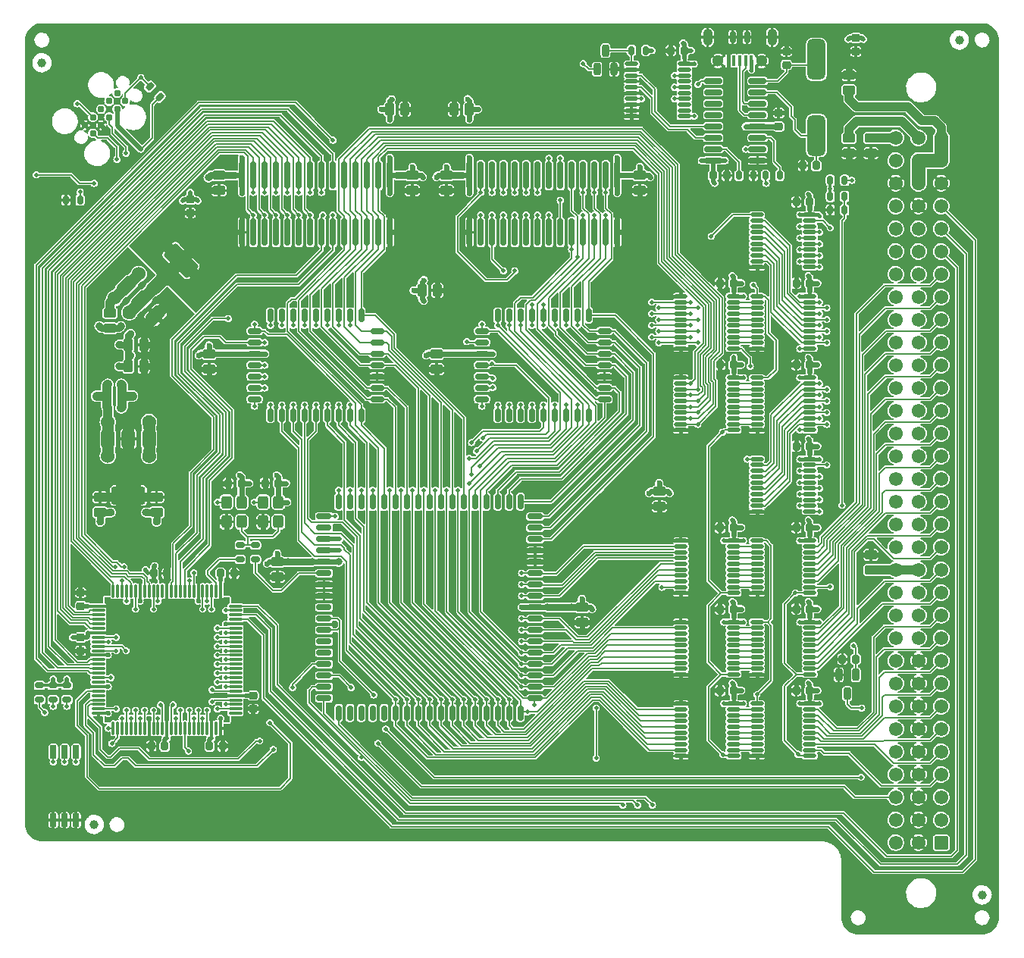
<source format=gtl>
G04 #@! TF.GenerationSoftware,KiCad,Pcbnew,(6.0.2-0)*
G04 #@! TF.CreationDate,2022-03-27T22:45:06-04:00*
G04 #@! TF.ProjectId,WarpSE,57617270-5345-42e6-9b69-6361645f7063,rev?*
G04 #@! TF.SameCoordinates,Original*
G04 #@! TF.FileFunction,Copper,L1,Top*
G04 #@! TF.FilePolarity,Positive*
%FSLAX46Y46*%
G04 Gerber Fmt 4.6, Leading zero omitted, Abs format (unit mm)*
G04 Created by KiCad (PCBNEW (6.0.2-0)) date 2022-03-27 22:45:06*
%MOMM*%
%LPD*%
G01*
G04 APERTURE LIST*
G04 Aperture macros list*
%AMRoundRect*
0 Rectangle with rounded corners*
0 $1 Rounding radius*
0 $2 $3 $4 $5 $6 $7 $8 $9 X,Y pos of 4 corners*
0 Add a 4 corners polygon primitive as box body*
4,1,4,$2,$3,$4,$5,$6,$7,$8,$9,$2,$3,0*
0 Add four circle primitives for the rounded corners*
1,1,$1+$1,$2,$3*
1,1,$1+$1,$4,$5*
1,1,$1+$1,$6,$7*
1,1,$1+$1,$8,$9*
0 Add four rect primitives between the rounded corners*
20,1,$1+$1,$2,$3,$4,$5,0*
20,1,$1+$1,$4,$5,$6,$7,0*
20,1,$1+$1,$6,$7,$8,$9,0*
20,1,$1+$1,$8,$9,$2,$3,0*%
G04 Aperture macros list end*
G04 #@! TA.AperFunction,SMDPad,CuDef*
%ADD10RoundRect,0.262500X-0.437500X0.262500X-0.437500X-0.262500X0.437500X-0.262500X0.437500X0.262500X0*%
G04 #@! TD*
G04 #@! TA.AperFunction,SMDPad,CuDef*
%ADD11RoundRect,0.262500X0.262500X0.437500X-0.262500X0.437500X-0.262500X-0.437500X0.262500X-0.437500X0*%
G04 #@! TD*
G04 #@! TA.AperFunction,SMDPad,CuDef*
%ADD12RoundRect,0.212500X0.212500X0.262500X-0.212500X0.262500X-0.212500X-0.262500X0.212500X-0.262500X0*%
G04 #@! TD*
G04 #@! TA.AperFunction,SMDPad,CuDef*
%ADD13RoundRect,0.262500X-0.262500X-0.437500X0.262500X-0.437500X0.262500X0.437500X-0.262500X0.437500X0*%
G04 #@! TD*
G04 #@! TA.AperFunction,SMDPad,CuDef*
%ADD14RoundRect,0.075000X0.662500X0.075000X-0.662500X0.075000X-0.662500X-0.075000X0.662500X-0.075000X0*%
G04 #@! TD*
G04 #@! TA.AperFunction,SMDPad,CuDef*
%ADD15RoundRect,0.075000X0.075000X0.662500X-0.075000X0.662500X-0.075000X-0.662500X0.075000X-0.662500X0*%
G04 #@! TD*
G04 #@! TA.AperFunction,SMDPad,CuDef*
%ADD16RoundRect,0.262500X0.437500X-0.262500X0.437500X0.262500X-0.437500X0.262500X-0.437500X-0.262500X0*%
G04 #@! TD*
G04 #@! TA.AperFunction,SMDPad,CuDef*
%ADD17RoundRect,0.300000X-0.176777X-0.813173X0.813173X0.176777X0.176777X0.813173X-0.813173X-0.176777X0*%
G04 #@! TD*
G04 #@! TA.AperFunction,SMDPad,CuDef*
%ADD18RoundRect,0.300000X0.636396X-1.626346X1.626346X-0.636396X-0.636396X1.626346X-1.626346X0.636396X0*%
G04 #@! TD*
G04 #@! TA.AperFunction,SMDPad,CuDef*
%ADD19RoundRect,0.150000X-0.150000X1.374000X-0.150000X-1.374000X0.150000X-1.374000X0.150000X1.374000X0*%
G04 #@! TD*
G04 #@! TA.AperFunction,ComponentPad*
%ADD20RoundRect,0.249999X0.525001X0.525001X-0.525001X0.525001X-0.525001X-0.525001X0.525001X-0.525001X0*%
G04 #@! TD*
G04 #@! TA.AperFunction,ComponentPad*
%ADD21C,1.550000*%
G04 #@! TD*
G04 #@! TA.AperFunction,SMDPad,CuDef*
%ADD22RoundRect,0.212500X-0.212500X-0.262500X0.212500X-0.262500X0.212500X0.262500X-0.212500X0.262500X0*%
G04 #@! TD*
G04 #@! TA.AperFunction,SMDPad,CuDef*
%ADD23RoundRect,0.112500X-0.612500X-0.112500X0.612500X-0.112500X0.612500X0.112500X-0.612500X0.112500X0*%
G04 #@! TD*
G04 #@! TA.AperFunction,SMDPad,CuDef*
%ADD24RoundRect,0.212500X-0.262500X0.212500X-0.262500X-0.212500X0.262500X-0.212500X0.262500X0.212500X0*%
G04 #@! TD*
G04 #@! TA.AperFunction,SMDPad,CuDef*
%ADD25RoundRect,0.212500X0.262500X-0.212500X0.262500X0.212500X-0.262500X0.212500X-0.262500X-0.212500X0*%
G04 #@! TD*
G04 #@! TA.AperFunction,SMDPad,CuDef*
%ADD26C,1.000000*%
G04 #@! TD*
G04 #@! TA.AperFunction,SMDPad,CuDef*
%ADD27RoundRect,0.175000X-0.300000X0.175000X-0.300000X-0.175000X0.300000X-0.175000X0.300000X0.175000X0*%
G04 #@! TD*
G04 #@! TA.AperFunction,SMDPad,CuDef*
%ADD28RoundRect,0.300000X-0.300000X0.400000X-0.300000X-0.400000X0.300000X-0.400000X0.300000X0.400000X0*%
G04 #@! TD*
G04 #@! TA.AperFunction,SMDPad,CuDef*
%ADD29RoundRect,0.150000X0.587500X-0.150000X0.587500X0.150000X-0.587500X0.150000X-0.587500X-0.150000X0*%
G04 #@! TD*
G04 #@! TA.AperFunction,SMDPad,CuDef*
%ADD30RoundRect,0.150000X0.150000X-0.587500X0.150000X0.587500X-0.150000X0.587500X-0.150000X-0.587500X0*%
G04 #@! TD*
G04 #@! TA.AperFunction,SMDPad,CuDef*
%ADD31RoundRect,0.150000X-0.150000X-0.700000X0.150000X-0.700000X0.150000X0.700000X-0.150000X0.700000X0*%
G04 #@! TD*
G04 #@! TA.AperFunction,SMDPad,CuDef*
%ADD32RoundRect,0.150000X-0.700000X-0.150000X0.700000X-0.150000X0.700000X0.150000X-0.700000X0.150000X0*%
G04 #@! TD*
G04 #@! TA.AperFunction,SMDPad,CuDef*
%ADD33RoundRect,0.300000X-0.450000X0.700000X-0.450000X-0.700000X0.450000X-0.700000X0.450000X0.700000X0*%
G04 #@! TD*
G04 #@! TA.AperFunction,SMDPad,CuDef*
%ADD34RoundRect,0.300000X-1.600000X0.700000X-1.600000X-0.700000X1.600000X-0.700000X1.600000X0.700000X0*%
G04 #@! TD*
G04 #@! TA.AperFunction,ConnectorPad*
%ADD35C,0.787400*%
G04 #@! TD*
G04 #@! TA.AperFunction,SMDPad,CuDef*
%ADD36RoundRect,0.080000X0.120000X0.545000X-0.120000X0.545000X-0.120000X-0.545000X0.120000X-0.545000X0*%
G04 #@! TD*
G04 #@! TA.AperFunction,ComponentPad*
%ADD37O,1.070000X1.900000*%
G04 #@! TD*
G04 #@! TA.AperFunction,SMDPad,CuDef*
%ADD38RoundRect,0.150000X0.150000X0.525000X-0.150000X0.525000X-0.150000X-0.525000X0.150000X-0.525000X0*%
G04 #@! TD*
G04 #@! TA.AperFunction,ComponentPad*
%ADD39C,1.300000*%
G04 #@! TD*
G04 #@! TA.AperFunction,SMDPad,CuDef*
%ADD40RoundRect,0.175000X0.175000X0.300000X-0.175000X0.300000X-0.175000X-0.300000X0.175000X-0.300000X0*%
G04 #@! TD*
G04 #@! TA.AperFunction,SMDPad,CuDef*
%ADD41RoundRect,0.175000X0.335876X0.088388X0.088388X0.335876X-0.335876X-0.088388X-0.088388X-0.335876X0*%
G04 #@! TD*
G04 #@! TA.AperFunction,SMDPad,CuDef*
%ADD42RoundRect,0.200000X-0.200000X0.475000X-0.200000X-0.475000X0.200000X-0.475000X0.200000X0.475000X0*%
G04 #@! TD*
G04 #@! TA.AperFunction,SMDPad,CuDef*
%ADD43RoundRect,0.190000X0.190000X-0.572000X0.190000X0.572000X-0.190000X0.572000X-0.190000X-0.572000X0*%
G04 #@! TD*
G04 #@! TA.AperFunction,SMDPad,CuDef*
%ADD44RoundRect,0.175000X-0.175000X-0.300000X0.175000X-0.300000X0.175000X0.300000X-0.175000X0.300000X0*%
G04 #@! TD*
G04 #@! TA.AperFunction,SMDPad,CuDef*
%ADD45RoundRect,0.150000X0.825000X0.150000X-0.825000X0.150000X-0.825000X-0.150000X0.825000X-0.150000X0*%
G04 #@! TD*
G04 #@! TA.AperFunction,SMDPad,CuDef*
%ADD46RoundRect,0.500000X-0.500000X1.750000X-0.500000X-1.750000X0.500000X-1.750000X0.500000X1.750000X0*%
G04 #@! TD*
G04 #@! TA.AperFunction,SMDPad,CuDef*
%ADD47RoundRect,0.200000X0.200000X-0.475000X0.200000X0.475000X-0.200000X0.475000X-0.200000X-0.475000X0*%
G04 #@! TD*
G04 #@! TA.AperFunction,ViaPad*
%ADD48C,0.800000*%
G04 #@! TD*
G04 #@! TA.AperFunction,ViaPad*
%ADD49C,0.500000*%
G04 #@! TD*
G04 #@! TA.AperFunction,ViaPad*
%ADD50C,1.524000*%
G04 #@! TD*
G04 #@! TA.AperFunction,ViaPad*
%ADD51C,0.600000*%
G04 #@! TD*
G04 #@! TA.AperFunction,ViaPad*
%ADD52C,1.000000*%
G04 #@! TD*
G04 #@! TA.AperFunction,ViaPad*
%ADD53C,1.270000*%
G04 #@! TD*
G04 #@! TA.AperFunction,Conductor*
%ADD54C,0.800000*%
G04 #@! TD*
G04 #@! TA.AperFunction,Conductor*
%ADD55C,0.600000*%
G04 #@! TD*
G04 #@! TA.AperFunction,Conductor*
%ADD56C,0.500000*%
G04 #@! TD*
G04 #@! TA.AperFunction,Conductor*
%ADD57C,0.450000*%
G04 #@! TD*
G04 #@! TA.AperFunction,Conductor*
%ADD58C,0.300000*%
G04 #@! TD*
G04 #@! TA.AperFunction,Conductor*
%ADD59C,0.150000*%
G04 #@! TD*
G04 #@! TA.AperFunction,Conductor*
%ADD60C,1.270000*%
G04 #@! TD*
G04 #@! TA.AperFunction,Conductor*
%ADD61C,1.524000*%
G04 #@! TD*
G04 #@! TA.AperFunction,Conductor*
%ADD62C,0.350000*%
G04 #@! TD*
G04 #@! TA.AperFunction,Conductor*
%ADD63C,1.000000*%
G04 #@! TD*
G04 #@! TA.AperFunction,Conductor*
%ADD64C,0.400000*%
G04 #@! TD*
G04 APERTURE END LIST*
D10*
X112903000Y-70358000D03*
X112903000Y-72058000D03*
D11*
X116649500Y-73914000D03*
X114949500Y-73914000D03*
X116649500Y-76327000D03*
X114949500Y-76327000D03*
D12*
X131700000Y-89400000D03*
X130200000Y-89400000D03*
D13*
X112550000Y-79650000D03*
X114250000Y-79650000D03*
D14*
X126912500Y-115100000D03*
X126912500Y-114600000D03*
X126912500Y-114100000D03*
X126912500Y-113600000D03*
X126912500Y-113100000D03*
X126912500Y-112600000D03*
X126912500Y-112100000D03*
X126912500Y-111600000D03*
X126912500Y-111100000D03*
X126912500Y-110600000D03*
X126912500Y-110100000D03*
X126912500Y-109600000D03*
X126912500Y-109100000D03*
X126912500Y-108600000D03*
X126912500Y-108100000D03*
X126912500Y-107600000D03*
X126912500Y-107100000D03*
X126912500Y-106600000D03*
X126912500Y-106100000D03*
X126912500Y-105600000D03*
X126912500Y-105100000D03*
X126912500Y-104600000D03*
X126912500Y-104100000D03*
X126912500Y-103600000D03*
X126912500Y-103100000D03*
D15*
X125250000Y-101437500D03*
X124750000Y-101437500D03*
X124250000Y-101437500D03*
X123750000Y-101437500D03*
X123250000Y-101437500D03*
X122750000Y-101437500D03*
X122250000Y-101437500D03*
X121750000Y-101437500D03*
X121250000Y-101437500D03*
X120750000Y-101437500D03*
X120250000Y-101437500D03*
X119750000Y-101437500D03*
X119250000Y-101437500D03*
X118750000Y-101437500D03*
X118250000Y-101437500D03*
X117750000Y-101437500D03*
X117250000Y-101437500D03*
X116750000Y-101437500D03*
X116250000Y-101437500D03*
X115750000Y-101437500D03*
X115250000Y-101437500D03*
X114750000Y-101437500D03*
X114250000Y-101437500D03*
X113750000Y-101437500D03*
X113250000Y-101437500D03*
D14*
X111587500Y-103100000D03*
X111587500Y-103600000D03*
X111587500Y-104100000D03*
X111587500Y-104600000D03*
X111587500Y-105100000D03*
X111587500Y-105600000D03*
X111587500Y-106100000D03*
X111587500Y-106600000D03*
X111587500Y-107100000D03*
X111587500Y-107600000D03*
X111587500Y-108100000D03*
X111587500Y-108600000D03*
X111587500Y-109100000D03*
X111587500Y-109600000D03*
X111587500Y-110100000D03*
X111587500Y-110600000D03*
X111587500Y-111100000D03*
X111587500Y-111600000D03*
X111587500Y-112100000D03*
X111587500Y-112600000D03*
X111587500Y-113100000D03*
X111587500Y-113600000D03*
X111587500Y-114100000D03*
X111587500Y-114600000D03*
X111587500Y-115100000D03*
D15*
X113250000Y-116762500D03*
X113750000Y-116762500D03*
X114250000Y-116762500D03*
X114750000Y-116762500D03*
X115250000Y-116762500D03*
X115750000Y-116762500D03*
X116250000Y-116762500D03*
X116750000Y-116762500D03*
X117250000Y-116762500D03*
X117750000Y-116762500D03*
X118250000Y-116762500D03*
X118750000Y-116762500D03*
X119250000Y-116762500D03*
X119750000Y-116762500D03*
X120250000Y-116762500D03*
X120750000Y-116762500D03*
X121250000Y-116762500D03*
X121750000Y-116762500D03*
X122250000Y-116762500D03*
X122750000Y-116762500D03*
X123250000Y-116762500D03*
X123750000Y-116762500D03*
X124250000Y-116762500D03*
X124750000Y-116762500D03*
X125250000Y-116762500D03*
D16*
X195453000Y-45466000D03*
X195453000Y-43766000D03*
D10*
X195453000Y-50800000D03*
X195453000Y-52500000D03*
X197866000Y-50800000D03*
X197866000Y-52500000D03*
D17*
X114746268Y-67351041D03*
X116372614Y-68977386D03*
D18*
X120827386Y-64522614D03*
D17*
X117998959Y-70603732D03*
D19*
X169545000Y-54991000D03*
X168275000Y-54991000D03*
X167005000Y-54991000D03*
X165735000Y-54991000D03*
X164465000Y-54991000D03*
X163195000Y-54991000D03*
X161925000Y-54991000D03*
X160655000Y-54991000D03*
X159385000Y-54991000D03*
X158115000Y-54991000D03*
X156845000Y-54991000D03*
X155575000Y-54991000D03*
X154305000Y-54991000D03*
X153035000Y-54991000D03*
X153035000Y-61341000D03*
X154305000Y-61341000D03*
X155575000Y-61341000D03*
X156845000Y-61341000D03*
X158115000Y-61341000D03*
X159385000Y-61341000D03*
X160655000Y-61341000D03*
X161925000Y-61341000D03*
X163195000Y-61341000D03*
X164465000Y-61341000D03*
X165735000Y-61341000D03*
X167005000Y-61341000D03*
X168275000Y-61341000D03*
X169545000Y-61341000D03*
D20*
X205740000Y-129540000D03*
D21*
X205740000Y-127000000D03*
X205740000Y-124460000D03*
X205740000Y-121920000D03*
X205740000Y-119380000D03*
X205740000Y-116840000D03*
X205740000Y-114300000D03*
X205740000Y-111760000D03*
X205740000Y-109220000D03*
X205740000Y-106680000D03*
X205740000Y-104140000D03*
X205740000Y-101600000D03*
X205740000Y-99060000D03*
X205740000Y-96520000D03*
X205740000Y-93980000D03*
X205740000Y-91440000D03*
X205740000Y-88900000D03*
X205740000Y-86360000D03*
X205740000Y-83820000D03*
X205740000Y-81280000D03*
X205740000Y-78740000D03*
X205740000Y-76200000D03*
X205740000Y-73660000D03*
X205740000Y-71120000D03*
X205740000Y-68580000D03*
X205740000Y-66040000D03*
X205740000Y-63500000D03*
X205740000Y-60960000D03*
X205740000Y-58420000D03*
X205740000Y-55880000D03*
X205740000Y-53340000D03*
X205740000Y-50800000D03*
X203200000Y-129540000D03*
X203200000Y-127000000D03*
X203200000Y-124460000D03*
X203200000Y-121920000D03*
X203200000Y-119380000D03*
X203200000Y-116840000D03*
X203200000Y-114300000D03*
X203200000Y-111760000D03*
X203200000Y-109220000D03*
X203200000Y-106680000D03*
X203200000Y-104140000D03*
X203200000Y-101600000D03*
X203200000Y-99060000D03*
X203200000Y-96520000D03*
X203200000Y-93980000D03*
X203200000Y-91440000D03*
X203200000Y-88900000D03*
X203200000Y-86360000D03*
X203200000Y-83820000D03*
X203200000Y-81280000D03*
X203200000Y-78740000D03*
X203200000Y-76200000D03*
X203200000Y-73660000D03*
X203200000Y-71120000D03*
X203200000Y-68580000D03*
X203200000Y-66040000D03*
X203200000Y-63500000D03*
X203200000Y-60960000D03*
X203200000Y-58420000D03*
X203200000Y-55880000D03*
X203200000Y-53340000D03*
X203200000Y-50800000D03*
X200660000Y-129540000D03*
X200660000Y-127000000D03*
X200660000Y-124460000D03*
X200660000Y-121920000D03*
X200660000Y-119380000D03*
X200660000Y-116840000D03*
X200660000Y-114300000D03*
X200660000Y-111760000D03*
X200660000Y-109220000D03*
X200660000Y-106680000D03*
X200660000Y-104140000D03*
X200660000Y-101600000D03*
X200660000Y-99060000D03*
X200660000Y-96520000D03*
X200660000Y-93980000D03*
X200660000Y-91440000D03*
X200660000Y-88900000D03*
X200660000Y-86360000D03*
X200660000Y-83820000D03*
X200660000Y-81280000D03*
X200660000Y-78740000D03*
X200660000Y-76200000D03*
X200660000Y-73660000D03*
X200660000Y-71120000D03*
X200660000Y-68580000D03*
X200660000Y-66040000D03*
X200660000Y-63500000D03*
X200660000Y-60960000D03*
X200660000Y-58420000D03*
X200660000Y-55880000D03*
X200660000Y-53340000D03*
X200660000Y-50800000D03*
D22*
X125250000Y-99450000D03*
X126750000Y-99450000D03*
D23*
X176650000Y-95800000D03*
X176650000Y-96450000D03*
X176650000Y-97100000D03*
X176650000Y-97750000D03*
X176650000Y-98400000D03*
X176650000Y-99050000D03*
X176650000Y-99700000D03*
X176650000Y-100350000D03*
X176650000Y-101000000D03*
X176650000Y-101650000D03*
X182550000Y-101650000D03*
X182550000Y-101000000D03*
X182550000Y-100350000D03*
X182550000Y-99700000D03*
X182550000Y-99050000D03*
X182550000Y-98400000D03*
X182550000Y-97750000D03*
X182550000Y-97100000D03*
X182550000Y-96450000D03*
X182550000Y-95800000D03*
D12*
X182550000Y-94350000D03*
X181050000Y-94350000D03*
X191050000Y-57950000D03*
X189550000Y-57950000D03*
X191050000Y-94350000D03*
X189550000Y-94350000D03*
X191050000Y-85250000D03*
X189550000Y-85250000D03*
X182550000Y-112550000D03*
X181050000Y-112550000D03*
X191050000Y-112550000D03*
X189550000Y-112550000D03*
X191050000Y-67050000D03*
X189550000Y-67050000D03*
X182550000Y-67050000D03*
X181050000Y-67050000D03*
X182550000Y-76150000D03*
X181050000Y-76150000D03*
X182550000Y-103450000D03*
X181050000Y-103450000D03*
X191050000Y-103450000D03*
X189550000Y-103450000D03*
D16*
X197866000Y-99060000D03*
X197866000Y-97360000D03*
D10*
X131572000Y-98171000D03*
X131572000Y-99871000D03*
X165608000Y-103251000D03*
X165608000Y-104951000D03*
D23*
X176650000Y-68500000D03*
X176650000Y-69150000D03*
X176650000Y-69800000D03*
X176650000Y-70450000D03*
X176650000Y-71100000D03*
X176650000Y-71750000D03*
X176650000Y-72400000D03*
X176650000Y-73050000D03*
X176650000Y-73700000D03*
X176650000Y-74350000D03*
X182550000Y-74350000D03*
X182550000Y-73700000D03*
X182550000Y-73050000D03*
X182550000Y-72400000D03*
X182550000Y-71750000D03*
X182550000Y-71100000D03*
X182550000Y-70450000D03*
X182550000Y-69800000D03*
X182550000Y-69150000D03*
X182550000Y-68500000D03*
X176650000Y-77600000D03*
X176650000Y-78250000D03*
X176650000Y-78900000D03*
X176650000Y-79550000D03*
X176650000Y-80200000D03*
X176650000Y-80850000D03*
X176650000Y-81500000D03*
X176650000Y-82150000D03*
X176650000Y-82800000D03*
X176650000Y-83450000D03*
X182550000Y-83450000D03*
X182550000Y-82800000D03*
X182550000Y-82150000D03*
X182550000Y-81500000D03*
X182550000Y-80850000D03*
X182550000Y-80200000D03*
X182550000Y-79550000D03*
X182550000Y-78900000D03*
X182550000Y-78250000D03*
X182550000Y-77600000D03*
X185150000Y-59400000D03*
X185150000Y-60050000D03*
X185150000Y-60700000D03*
X185150000Y-61350000D03*
X185150000Y-62000000D03*
X185150000Y-62650000D03*
X185150000Y-63300000D03*
X185150000Y-63950000D03*
X185150000Y-64600000D03*
X185150000Y-65250000D03*
X191050000Y-65250000D03*
X191050000Y-64600000D03*
X191050000Y-63950000D03*
X191050000Y-63300000D03*
X191050000Y-62650000D03*
X191050000Y-62000000D03*
X191050000Y-61350000D03*
X191050000Y-60700000D03*
X191050000Y-60050000D03*
X191050000Y-59400000D03*
X185150000Y-68500000D03*
X185150000Y-69150000D03*
X185150000Y-69800000D03*
X185150000Y-70450000D03*
X185150000Y-71100000D03*
X185150000Y-71750000D03*
X185150000Y-72400000D03*
X185150000Y-73050000D03*
X185150000Y-73700000D03*
X185150000Y-74350000D03*
X191050000Y-74350000D03*
X191050000Y-73700000D03*
X191050000Y-73050000D03*
X191050000Y-72400000D03*
X191050000Y-71750000D03*
X191050000Y-71100000D03*
X191050000Y-70450000D03*
X191050000Y-69800000D03*
X191050000Y-69150000D03*
X191050000Y-68500000D03*
X185150000Y-86700000D03*
X185150000Y-87350000D03*
X185150000Y-88000000D03*
X185150000Y-88650000D03*
X185150000Y-89300000D03*
X185150000Y-89950000D03*
X185150000Y-90600000D03*
X185150000Y-91250000D03*
X185150000Y-91900000D03*
X185150000Y-92550000D03*
X191050000Y-92550000D03*
X191050000Y-91900000D03*
X191050000Y-91250000D03*
X191050000Y-90600000D03*
X191050000Y-89950000D03*
X191050000Y-89300000D03*
X191050000Y-88650000D03*
X191050000Y-88000000D03*
X191050000Y-87350000D03*
X191050000Y-86700000D03*
X185150000Y-77600000D03*
X185150000Y-78250000D03*
X185150000Y-78900000D03*
X185150000Y-79550000D03*
X185150000Y-80200000D03*
X185150000Y-80850000D03*
X185150000Y-81500000D03*
X185150000Y-82150000D03*
X185150000Y-82800000D03*
X185150000Y-83450000D03*
X191050000Y-83450000D03*
X191050000Y-82800000D03*
X191050000Y-82150000D03*
X191050000Y-81500000D03*
X191050000Y-80850000D03*
X191050000Y-80200000D03*
X191050000Y-79550000D03*
X191050000Y-78900000D03*
X191050000Y-78250000D03*
X191050000Y-77600000D03*
X176650000Y-104900000D03*
X176650000Y-105550000D03*
X176650000Y-106200000D03*
X176650000Y-106850000D03*
X176650000Y-107500000D03*
X176650000Y-108150000D03*
X176650000Y-108800000D03*
X176650000Y-109450000D03*
X176650000Y-110100000D03*
X176650000Y-110750000D03*
X182550000Y-110750000D03*
X182550000Y-110100000D03*
X182550000Y-109450000D03*
X182550000Y-108800000D03*
X182550000Y-108150000D03*
X182550000Y-107500000D03*
X182550000Y-106850000D03*
X182550000Y-106200000D03*
X182550000Y-105550000D03*
X182550000Y-104900000D03*
X176650000Y-114000000D03*
X176650000Y-114650000D03*
X176650000Y-115300000D03*
X176650000Y-115950000D03*
X176650000Y-116600000D03*
X176650000Y-117250000D03*
X176650000Y-117900000D03*
X176650000Y-118550000D03*
X176650000Y-119200000D03*
X176650000Y-119850000D03*
X182550000Y-119850000D03*
X182550000Y-119200000D03*
X182550000Y-118550000D03*
X182550000Y-117900000D03*
X182550000Y-117250000D03*
X182550000Y-116600000D03*
X182550000Y-115950000D03*
X182550000Y-115300000D03*
X182550000Y-114650000D03*
X182550000Y-114000000D03*
X185150000Y-95800000D03*
X185150000Y-96450000D03*
X185150000Y-97100000D03*
X185150000Y-97750000D03*
X185150000Y-98400000D03*
X185150000Y-99050000D03*
X185150000Y-99700000D03*
X185150000Y-100350000D03*
X185150000Y-101000000D03*
X185150000Y-101650000D03*
X191050000Y-101650000D03*
X191050000Y-101000000D03*
X191050000Y-100350000D03*
X191050000Y-99700000D03*
X191050000Y-99050000D03*
X191050000Y-98400000D03*
X191050000Y-97750000D03*
X191050000Y-97100000D03*
X191050000Y-96450000D03*
X191050000Y-95800000D03*
X185150000Y-104900000D03*
X185150000Y-105550000D03*
X185150000Y-106200000D03*
X185150000Y-106850000D03*
X185150000Y-107500000D03*
X185150000Y-108150000D03*
X185150000Y-108800000D03*
X185150000Y-109450000D03*
X185150000Y-110100000D03*
X185150000Y-110750000D03*
X191050000Y-110750000D03*
X191050000Y-110100000D03*
X191050000Y-109450000D03*
X191050000Y-108800000D03*
X191050000Y-108150000D03*
X191050000Y-107500000D03*
X191050000Y-106850000D03*
X191050000Y-106200000D03*
X191050000Y-105550000D03*
X191050000Y-104900000D03*
X185150000Y-114000000D03*
X185150000Y-114650000D03*
X185150000Y-115300000D03*
X185150000Y-115950000D03*
X185150000Y-116600000D03*
X185150000Y-117250000D03*
X185150000Y-117900000D03*
X185150000Y-118550000D03*
X185150000Y-119200000D03*
X185150000Y-119850000D03*
X191050000Y-119850000D03*
X191050000Y-119200000D03*
X191050000Y-118550000D03*
X191050000Y-117900000D03*
X191050000Y-117250000D03*
X191050000Y-116600000D03*
X191050000Y-115950000D03*
X191050000Y-115300000D03*
X191050000Y-114650000D03*
X191050000Y-114000000D03*
D19*
X144145000Y-54991000D03*
X142875000Y-54991000D03*
X141605000Y-54991000D03*
X140335000Y-54991000D03*
X139065000Y-54991000D03*
X137795000Y-54991000D03*
X136525000Y-54991000D03*
X135255000Y-54991000D03*
X133985000Y-54991000D03*
X132715000Y-54991000D03*
X131445000Y-54991000D03*
X130175000Y-54991000D03*
X128905000Y-54991000D03*
X127635000Y-54991000D03*
X127635000Y-61341000D03*
X128905000Y-61341000D03*
X130175000Y-61341000D03*
X131445000Y-61341000D03*
X132715000Y-61341000D03*
X133985000Y-61341000D03*
X135255000Y-61341000D03*
X136525000Y-61341000D03*
X137795000Y-61341000D03*
X139065000Y-61341000D03*
X140335000Y-61341000D03*
X141605000Y-61341000D03*
X142875000Y-61341000D03*
X144145000Y-61341000D03*
D12*
X127600000Y-89400000D03*
X126100000Y-89400000D03*
D22*
X124000000Y-118750000D03*
X125500000Y-118750000D03*
D24*
X109600000Y-106600000D03*
X109600000Y-108100000D03*
D12*
X119000000Y-118750000D03*
X117500000Y-118750000D03*
X119250000Y-99450000D03*
X117750000Y-99450000D03*
D24*
X128900000Y-113100000D03*
X128900000Y-114600000D03*
D25*
X109600000Y-103100000D03*
X109600000Y-101600000D03*
D26*
X105283000Y-42418000D03*
X207772000Y-39878000D03*
X210312000Y-135382000D03*
X111125000Y-127508000D03*
D27*
X129150000Y-96300000D03*
X129150000Y-97900000D03*
X127450000Y-96300000D03*
X127450000Y-97900000D03*
X106553000Y-111976000D03*
X106553000Y-113576000D03*
X108077000Y-111976000D03*
X108077000Y-113576000D03*
D28*
X130000000Y-91500000D03*
X130000000Y-93700000D03*
X131700000Y-93700000D03*
X131700000Y-91500000D03*
X125900000Y-91500000D03*
X125900000Y-93700000D03*
X127600000Y-93700000D03*
X127600000Y-91500000D03*
D29*
X129052500Y-76200000D03*
X129052500Y-77470000D03*
X129052500Y-78740000D03*
X129052500Y-80010000D03*
D30*
X130810000Y-81762500D03*
X132080000Y-81762500D03*
X133350000Y-81762500D03*
X134620000Y-81762500D03*
X135890000Y-81762500D03*
X137160000Y-81762500D03*
X138430000Y-81762500D03*
X139700000Y-81762500D03*
X140970000Y-81762500D03*
D29*
X142727500Y-80010000D03*
X142727500Y-78740000D03*
X142727500Y-77470000D03*
X142727500Y-76200000D03*
X142727500Y-74930000D03*
X142727500Y-73660000D03*
X142727500Y-72390000D03*
D30*
X140970000Y-70637500D03*
X139700000Y-70637500D03*
X138430000Y-70637500D03*
X137160000Y-70637500D03*
X135890000Y-70637500D03*
X134620000Y-70637500D03*
X133350000Y-70637500D03*
X132080000Y-70637500D03*
X130810000Y-70637500D03*
D29*
X129052500Y-72390000D03*
X129052500Y-73660000D03*
X129052500Y-74930000D03*
X154452500Y-76200000D03*
X154452500Y-77470000D03*
X154452500Y-78740000D03*
X154452500Y-80010000D03*
D30*
X156210000Y-81762500D03*
X157480000Y-81762500D03*
X158750000Y-81762500D03*
X160020000Y-81762500D03*
X161290000Y-81762500D03*
X162560000Y-81762500D03*
X163830000Y-81762500D03*
X165100000Y-81762500D03*
X166370000Y-81762500D03*
D29*
X168127500Y-80010000D03*
X168127500Y-78740000D03*
X168127500Y-77470000D03*
X168127500Y-76200000D03*
X168127500Y-74930000D03*
X168127500Y-73660000D03*
X168127500Y-72390000D03*
D30*
X166370000Y-70637500D03*
X165100000Y-70637500D03*
X163830000Y-70637500D03*
X162560000Y-70637500D03*
X161290000Y-70637500D03*
X160020000Y-70637500D03*
X158750000Y-70637500D03*
X157480000Y-70637500D03*
X156210000Y-70637500D03*
D29*
X154452500Y-72390000D03*
X154452500Y-73660000D03*
X154452500Y-74930000D03*
D31*
X148590000Y-91451000D03*
X147320000Y-91451000D03*
X146050000Y-91451000D03*
X144780000Y-91451000D03*
X143510000Y-91451000D03*
X142240000Y-91451000D03*
X140970000Y-91451000D03*
X139700000Y-91451000D03*
X138430000Y-91451000D03*
D32*
X136790000Y-93091000D03*
X136790000Y-94361000D03*
X136790000Y-95631000D03*
X136790000Y-96901000D03*
X136790000Y-98171000D03*
X136790000Y-99441000D03*
X136790000Y-100711000D03*
X136790000Y-101981000D03*
X136790000Y-103251000D03*
X136790000Y-104521000D03*
X136790000Y-105791000D03*
X136790000Y-107061000D03*
X136790000Y-108331000D03*
X136790000Y-109601000D03*
X136790000Y-110871000D03*
X136790000Y-112141000D03*
X136790000Y-113411000D03*
D31*
X138430000Y-115051000D03*
X139700000Y-115051000D03*
X140970000Y-115051000D03*
X142240000Y-115051000D03*
X143510000Y-115051000D03*
X144780000Y-115051000D03*
X146050000Y-115051000D03*
X147320000Y-115051000D03*
X148590000Y-115051000D03*
X149860000Y-115051000D03*
X151130000Y-115051000D03*
X152400000Y-115051000D03*
X153670000Y-115051000D03*
X154940000Y-115051000D03*
X156210000Y-115051000D03*
X157480000Y-115051000D03*
X158750000Y-115051000D03*
D32*
X160390000Y-113411000D03*
X160390000Y-112141000D03*
X160390000Y-110871000D03*
X160390000Y-109601000D03*
X160390000Y-108331000D03*
X160390000Y-107061000D03*
X160390000Y-105791000D03*
X160390000Y-104521000D03*
X160390000Y-103251000D03*
X160390000Y-101981000D03*
X160390000Y-100711000D03*
X160390000Y-99441000D03*
X160390000Y-98171000D03*
X160390000Y-96901000D03*
X160390000Y-95631000D03*
X160390000Y-94361000D03*
X160390000Y-93091000D03*
D31*
X158750000Y-91451000D03*
X157480000Y-91451000D03*
X156210000Y-91451000D03*
X154940000Y-91451000D03*
X153670000Y-91451000D03*
X152400000Y-91451000D03*
X151130000Y-91451000D03*
X149860000Y-91451000D03*
D33*
X117250000Y-84450000D03*
X114950000Y-84450000D03*
D34*
X114950000Y-90750000D03*
D33*
X112650000Y-84450000D03*
D10*
X111800000Y-90950000D03*
X111800000Y-92650000D03*
X118100000Y-90950000D03*
X118100000Y-92650000D03*
X123952000Y-74930000D03*
X123952000Y-76630000D03*
X149352000Y-74930000D03*
X149352000Y-76630000D03*
X172085000Y-54991000D03*
X172085000Y-56691000D03*
X125095000Y-54991000D03*
X125095000Y-56691000D03*
X146685000Y-54991000D03*
X146685000Y-56691000D03*
X150495000Y-54991000D03*
X150495000Y-56691000D03*
D12*
X191050000Y-76150000D03*
X189550000Y-76150000D03*
D35*
X110998000Y-50292000D03*
X111896025Y-49393974D03*
X112794051Y-48495949D03*
X113692076Y-47597923D03*
X114590102Y-46699898D03*
X113692076Y-45801872D03*
X112794051Y-46699898D03*
X111896025Y-47597923D03*
X110998000Y-48495949D03*
X110099974Y-49393974D03*
D36*
X184550000Y-42187500D03*
X183900000Y-42187500D03*
X183250000Y-42187500D03*
X182600000Y-42187500D03*
X181950000Y-42187500D03*
D37*
X179650000Y-39562500D03*
X186850000Y-39562500D03*
D38*
X182450000Y-39537500D03*
D39*
X185675000Y-42212500D03*
X180825000Y-42212500D03*
D38*
X184050000Y-39537500D03*
D40*
X109550000Y-57750000D03*
X107950000Y-57750000D03*
D41*
X118479370Y-46216370D03*
X117348000Y-45085000D03*
D42*
X196200000Y-110800000D03*
X194300000Y-110800000D03*
X195250000Y-112900000D03*
D43*
X106553000Y-127000000D03*
X107823000Y-127000000D03*
X109093000Y-127000000D03*
X109093000Y-119380000D03*
X107823000Y-119380000D03*
X106553000Y-119380000D03*
D27*
X105029000Y-111976000D03*
X105029000Y-113576000D03*
D25*
X187579000Y-49530000D03*
X187579000Y-48030000D03*
D12*
X191800000Y-53900000D03*
X190300000Y-53900000D03*
D40*
X172750000Y-41050000D03*
X171150000Y-41050000D03*
D44*
X186106000Y-54991000D03*
X187706000Y-54991000D03*
D40*
X194950000Y-58850000D03*
X193350000Y-58850000D03*
D23*
X171150000Y-42550000D03*
X171150000Y-43200000D03*
X171150000Y-43850000D03*
X171150000Y-44500000D03*
X171150000Y-45150000D03*
X171150000Y-45800000D03*
X171150000Y-46450000D03*
X171150000Y-47100000D03*
X171150000Y-47750000D03*
X171150000Y-48400000D03*
X177050000Y-48400000D03*
X177050000Y-47750000D03*
X177050000Y-47100000D03*
X177050000Y-46450000D03*
X177050000Y-45800000D03*
X177050000Y-45150000D03*
X177050000Y-44500000D03*
X177050000Y-43850000D03*
X177050000Y-43200000D03*
X177050000Y-42550000D03*
D12*
X196200000Y-109050000D03*
X194700000Y-109050000D03*
D10*
X174250000Y-90300000D03*
X174250000Y-92000000D03*
D44*
X183159500Y-54991000D03*
X184759500Y-54991000D03*
D45*
X185228000Y-53340000D03*
X185228000Y-52070000D03*
X185228000Y-50800000D03*
X185228000Y-49530000D03*
X185228000Y-48260000D03*
X185228000Y-46990000D03*
X185228000Y-45720000D03*
X185228000Y-44450000D03*
X180278000Y-44450000D03*
X180278000Y-45720000D03*
X180278000Y-46990000D03*
X180278000Y-48260000D03*
X180278000Y-49530000D03*
X180278000Y-50800000D03*
X180278000Y-52070000D03*
X180278000Y-53340000D03*
D22*
X180276500Y-54991000D03*
X181776500Y-54991000D03*
D46*
X191800000Y-42050000D03*
X191800000Y-50550000D03*
D47*
X167300000Y-43150000D03*
X169200000Y-43150000D03*
X168250000Y-41050000D03*
D40*
X194950000Y-57350000D03*
X193350000Y-57350000D03*
D25*
X188450000Y-42650000D03*
X188450000Y-41150000D03*
D12*
X177050000Y-41050000D03*
X175550000Y-41050000D03*
D24*
X121850000Y-57700000D03*
X121850000Y-59200000D03*
X196200000Y-39650000D03*
X196200000Y-41150000D03*
D40*
X194950000Y-55550000D03*
X193350000Y-55550000D03*
D13*
X144145000Y-47625000D03*
X145845000Y-47625000D03*
D11*
X153035000Y-47625000D03*
X151335000Y-47625000D03*
D13*
X147750000Y-67850000D03*
X149450000Y-67850000D03*
D48*
X194246500Y-44005500D03*
D49*
X167640000Y-71120000D03*
X137160000Y-63246000D03*
X137922000Y-58420000D03*
X165354000Y-108585000D03*
X138430000Y-63246000D03*
X163131500Y-105283000D03*
X164211000Y-108331000D03*
X163893500Y-106553000D03*
X161671000Y-108966000D03*
X166560500Y-110998000D03*
X159258000Y-76009500D03*
X167640000Y-81851500D03*
X141478000Y-66294000D03*
X161671000Y-94996000D03*
X161671000Y-100076000D03*
X161671000Y-93726000D03*
X168656000Y-81343500D03*
X161671000Y-106426000D03*
X161671000Y-107696000D03*
X161671000Y-105156000D03*
X161671000Y-101346000D03*
X161671000Y-111506000D03*
X163068000Y-101282500D03*
X161671000Y-110236000D03*
X161734500Y-112649000D03*
D48*
X195453000Y-42735500D03*
D50*
X117700000Y-67650000D03*
D48*
X196659500Y-44005500D03*
D49*
X196913500Y-104330500D03*
D48*
X113919000Y-73914000D03*
D49*
X196800000Y-68050000D03*
X198374000Y-82994500D03*
X199009000Y-86868000D03*
X198600000Y-65550000D03*
D51*
X125095000Y-76644500D03*
D48*
X113919000Y-76327000D03*
D49*
X196596000Y-102298500D03*
X198056500Y-80772000D03*
X197104000Y-74168000D03*
X197400000Y-75700000D03*
D51*
X122809000Y-76644500D03*
D49*
X198550000Y-62350000D03*
X198850000Y-63900000D03*
X198691500Y-85153500D03*
X197850000Y-78250000D03*
D48*
X115189000Y-72707500D03*
D49*
X196786500Y-71882000D03*
X194150000Y-74150000D03*
X195150000Y-70500000D03*
D48*
X114109500Y-71818500D03*
X111696500Y-71818500D03*
X115189000Y-75120500D03*
D49*
X189700000Y-75300000D03*
X181200000Y-66200000D03*
X189700000Y-66200000D03*
X189700000Y-84400000D03*
X189700000Y-93500000D03*
X189700000Y-102600000D03*
X181200000Y-102600000D03*
X189700000Y-111700000D03*
X181200000Y-111700000D03*
X177750000Y-119850000D03*
D51*
X164465000Y-104775000D03*
D49*
X175550000Y-77600000D03*
X176650000Y-77000000D03*
X176650000Y-67900000D03*
X175550000Y-68500000D03*
X189700000Y-57100000D03*
D51*
X197866000Y-96393000D03*
X188700000Y-94350000D03*
X188700000Y-76150000D03*
X166751000Y-104775000D03*
X196723000Y-97536000D03*
X199009000Y-97536000D03*
X169291000Y-77470000D03*
X166941500Y-77470000D03*
X143891000Y-77470000D03*
X141541500Y-77470000D03*
D49*
X117250000Y-117900000D03*
X181600000Y-75200000D03*
X125250000Y-117900000D03*
D51*
X145542000Y-56515000D03*
X151638000Y-56515000D03*
X169545000Y-59372500D03*
X147828000Y-56515000D03*
X170307000Y-61341000D03*
X169545000Y-63309500D03*
X153035000Y-59372500D03*
X152273000Y-61341000D03*
X153035000Y-63309500D03*
X144145000Y-63309500D03*
X144145000Y-59372500D03*
X144907000Y-61341000D03*
X126873000Y-61341000D03*
X127635000Y-63309500D03*
X127635000Y-59372500D03*
D49*
X181200000Y-77000000D03*
X117250000Y-115650000D03*
X181200000Y-67900000D03*
D51*
X165608000Y-105918000D03*
D49*
X181200000Y-93500000D03*
X177750000Y-101650000D03*
X176650000Y-102250000D03*
X175550000Y-101650000D03*
X110450000Y-112100000D03*
X112700000Y-112100000D03*
X111600000Y-115650000D03*
X112700000Y-108600000D03*
X110450000Y-108600000D03*
X114450000Y-120600000D03*
X116078000Y-120459500D03*
X117221000Y-122999500D03*
X114150000Y-119500000D03*
X118900000Y-119700000D03*
X119850000Y-119250000D03*
X120250000Y-118200000D03*
X124300000Y-99400000D03*
X112300000Y-117750000D03*
X112800000Y-119450000D03*
D50*
X115050000Y-70300000D03*
X122150000Y-63200000D03*
X119500000Y-65850000D03*
X122850000Y-66550000D03*
X118800000Y-62500000D03*
X120700000Y-61650000D03*
X123700000Y-64650000D03*
D49*
X147447000Y-102806500D03*
X144145000Y-89154000D03*
D51*
X125900000Y-94800000D03*
D49*
X126350000Y-118650000D03*
D51*
X124900000Y-93700000D03*
D49*
X156210000Y-98171000D03*
X151765000Y-83693000D03*
X152527000Y-103759000D03*
X150495000Y-83693000D03*
X149225000Y-84391500D03*
X147955000Y-85661500D03*
X146685000Y-86931500D03*
X145415000Y-88201500D03*
X145097500Y-77216000D03*
X145669000Y-74231500D03*
X139065000Y-75311000D03*
X163830000Y-68262500D03*
X162560000Y-69405500D03*
X163830000Y-69405500D03*
X165100000Y-69405500D03*
X165100000Y-67500500D03*
D51*
X135509000Y-100711000D03*
X161671000Y-96901000D03*
X161671000Y-98171000D03*
X158877000Y-98171000D03*
X158877000Y-96901000D03*
D49*
X184050000Y-65250000D03*
D51*
X138303000Y-101981000D03*
D49*
X186250000Y-65250000D03*
D51*
X135509000Y-101981000D03*
X138303000Y-100711000D03*
D49*
X185150000Y-65850000D03*
X185150000Y-74950000D03*
X186250000Y-74350000D03*
X184050000Y-83450000D03*
X184050000Y-74350000D03*
X186250000Y-83450000D03*
X185150000Y-84050000D03*
X185150000Y-93150000D03*
X184050000Y-92550000D03*
X186250000Y-92550000D03*
X184050000Y-101650000D03*
X186250000Y-101650000D03*
X185150000Y-102250000D03*
X186250000Y-110750000D03*
X185150000Y-111350000D03*
X184050000Y-110750000D03*
X186250000Y-119850000D03*
X175550000Y-83450000D03*
X177750000Y-83450000D03*
X176650000Y-84050000D03*
X176650000Y-74950000D03*
X175550000Y-74350000D03*
X177750000Y-74350000D03*
X185150000Y-120450000D03*
X184050000Y-119850000D03*
X177750000Y-110750000D03*
X176650000Y-111350000D03*
X175550000Y-110750000D03*
X176650000Y-120450000D03*
D48*
X199072500Y-52260500D03*
X196659500Y-52260500D03*
X194246500Y-52260500D03*
X195453000Y-53530500D03*
X197866000Y-53530500D03*
X123888500Y-56451500D03*
D49*
X116850000Y-99050000D03*
X121250000Y-98350000D03*
X120740000Y-97480000D03*
X108350000Y-109200000D03*
X107250000Y-109500000D03*
X105850000Y-109500000D03*
X107250000Y-104550000D03*
X109900000Y-105500000D03*
D48*
X113000000Y-92650000D03*
X116900000Y-92650000D03*
X111800000Y-93700000D03*
X118100000Y-93700000D03*
D50*
X117250000Y-86350000D03*
X117250000Y-82550000D03*
D52*
X115400000Y-79650000D03*
X114150000Y-80950000D03*
D49*
X152336500Y-80708500D03*
X153670000Y-103568500D03*
D52*
X114150000Y-78350000D03*
D49*
X120450000Y-96350000D03*
D51*
X173228000Y-56515000D03*
X170942000Y-56515000D03*
D49*
X142557500Y-81597500D03*
D51*
X172085000Y-57658000D03*
D49*
X145415000Y-81407000D03*
X146685000Y-81407000D03*
X152019000Y-74218800D03*
X147955000Y-81407000D03*
X150495000Y-81407000D03*
X151765000Y-82105500D03*
X149225000Y-81407000D03*
X147320000Y-93980000D03*
X146177000Y-102806500D03*
X142367000Y-102806500D03*
X142113000Y-111760000D03*
X162179000Y-72707500D03*
X140779500Y-75438000D03*
X143891000Y-75565000D03*
X139700000Y-88201500D03*
X140950000Y-88200000D03*
X142240000Y-89154000D03*
D51*
X126250000Y-90300000D03*
X130350000Y-90300000D03*
X130400000Y-88500000D03*
X126300000Y-88500000D03*
X125250000Y-89400000D03*
X129000000Y-93700000D03*
X130000000Y-94800000D03*
D49*
X145415000Y-116332000D03*
X165862000Y-72517000D03*
X164592000Y-72644000D03*
X163449000Y-72898000D03*
X170815000Y-82105500D03*
X171577000Y-82740500D03*
X172339000Y-83375500D03*
X158940500Y-89408000D03*
X173101000Y-84010500D03*
X162242500Y-92011500D03*
X148717000Y-102933500D03*
X149987000Y-103695500D03*
X151257000Y-103759000D03*
X154813000Y-102425500D03*
X198882000Y-94043500D03*
X108750000Y-107950000D03*
X109450000Y-108900000D03*
X108750000Y-101750000D03*
X109600000Y-100800000D03*
X110450000Y-101750000D03*
X117900000Y-98600000D03*
X118000000Y-100300000D03*
X127550000Y-99450000D03*
X126600000Y-100300000D03*
X126600000Y-98600000D03*
X128050000Y-114350000D03*
X117750000Y-119600000D03*
X116700000Y-118750000D03*
X125350000Y-119650000D03*
X128900000Y-115400000D03*
X116250000Y-100300000D03*
X116250000Y-102550000D03*
X122750000Y-100300000D03*
X122750000Y-102550000D03*
X128050000Y-105100000D03*
X133604000Y-49149000D03*
X125800000Y-105100000D03*
X144907000Y-102806500D03*
X143637000Y-102806500D03*
X154940000Y-93980000D03*
X144780000Y-93980000D03*
X157480000Y-93980000D03*
X148590000Y-93980000D03*
X146050000Y-93980000D03*
X149860000Y-93980000D03*
X151130000Y-93980000D03*
X143510000Y-93980000D03*
X153670000Y-93980000D03*
X142240000Y-93980000D03*
X152400000Y-93980000D03*
D51*
X130429000Y-99695000D03*
X132715000Y-99695000D03*
X131572000Y-100800000D03*
D49*
X143764000Y-113284000D03*
X147955000Y-116332000D03*
X146685000Y-116332000D03*
X149225000Y-116332000D03*
X150495000Y-116332000D03*
X151765000Y-116332000D03*
X153035000Y-116332000D03*
X154305000Y-116332000D03*
X155575000Y-116332000D03*
X156845000Y-116332000D03*
X158115000Y-116332000D03*
X112700000Y-115100000D03*
X129050000Y-104650000D03*
D51*
X148209000Y-76454000D03*
X150495000Y-76454000D03*
X123952000Y-77597000D03*
D49*
X132207000Y-64389000D03*
X143256000Y-70675500D03*
X129800000Y-114450000D03*
X126150000Y-116600000D03*
D51*
X149352000Y-56515000D03*
X150495000Y-57658000D03*
X146685000Y-57658000D03*
D49*
X125250000Y-115650000D03*
X197550000Y-63900000D03*
X192850000Y-119050000D03*
X194250000Y-116250000D03*
X195950000Y-116250000D03*
X197350000Y-109300000D03*
X199000000Y-110200000D03*
X198700000Y-107900000D03*
X199100000Y-95750000D03*
X194437000Y-123825000D03*
X198600000Y-119600000D03*
X193500000Y-110800000D03*
D51*
X174250000Y-92950000D03*
X175400000Y-91800000D03*
X173100000Y-91800000D03*
D49*
X132715000Y-83058000D03*
X133985000Y-83058000D03*
X135255000Y-83058000D03*
X136525000Y-83058000D03*
X131445000Y-83058000D03*
X132207000Y-75819000D03*
X181737000Y-54038500D03*
X186563000Y-53340000D03*
X183896000Y-53340000D03*
X181610000Y-55880000D03*
X182650000Y-59900000D03*
X175700000Y-41900000D03*
X197050000Y-41000000D03*
X195350000Y-41000000D03*
X143256000Y-120015000D03*
X147600000Y-120015000D03*
X162550000Y-123800000D03*
X171950000Y-114150000D03*
X169800000Y-105050000D03*
X166500000Y-96950000D03*
X167500000Y-98250000D03*
X173850000Y-98250000D03*
X128524000Y-117157500D03*
X108750000Y-98150000D03*
X108750000Y-96750000D03*
X105156000Y-110236000D03*
X188468000Y-51244500D03*
X211582000Y-41148000D03*
X117094000Y-49974500D03*
X211582000Y-66548000D03*
X193350000Y-59750000D03*
X164655500Y-123825000D03*
X139573000Y-96583500D03*
X174250000Y-47300000D03*
X180550000Y-109450000D03*
X172085000Y-128778000D03*
X156845000Y-128778000D03*
X134874000Y-114427000D03*
X152971500Y-83439000D03*
X110934500Y-120332500D03*
X195834000Y-48133000D03*
X137033000Y-38608000D03*
X203962000Y-38618900D03*
X148590000Y-52578000D03*
X186753500Y-45085000D03*
X127254000Y-67691000D03*
X194119500Y-78232000D03*
X209042000Y-48768000D03*
X168800000Y-95950000D03*
X174350000Y-74950000D03*
X140144500Y-44132500D03*
X189928500Y-49593500D03*
X153797000Y-66294000D03*
X104013000Y-56388000D03*
X180250000Y-116350000D03*
X137160000Y-69342000D03*
X159258000Y-49276000D03*
X135128000Y-49149000D03*
X187261500Y-46926500D03*
X121793000Y-43688000D03*
X195750000Y-86350000D03*
X121793000Y-38608000D03*
X178244500Y-58928000D03*
X104013000Y-117348000D03*
X175069499Y-125349000D03*
X195135500Y-60261500D03*
X174750000Y-41050000D03*
X168021000Y-49212500D03*
X189500000Y-53900000D03*
X158686500Y-77343000D03*
X170200000Y-95950000D03*
X174550000Y-68650000D03*
X104013000Y-126238000D03*
X175550000Y-104900000D03*
X104013000Y-121793000D03*
X127254000Y-66675000D03*
X126873000Y-38608000D03*
D51*
X151511000Y-46482000D03*
D49*
X156654500Y-78676500D03*
X180450000Y-101650000D03*
X180250000Y-94350000D03*
X158115000Y-58166000D03*
X172250000Y-48400000D03*
X132334000Y-78422500D03*
X159766000Y-77025500D03*
X183200000Y-85150000D03*
X136906000Y-86614000D03*
X154178000Y-49276000D03*
X177500000Y-52400000D03*
X188214000Y-44386500D03*
X165675000Y-92850000D03*
X116713000Y-38608000D03*
X164846000Y-44259500D03*
X197993000Y-121348500D03*
X104013000Y-76708000D03*
X211582000Y-102108000D03*
X187600000Y-41262500D03*
X188255551Y-118865010D03*
X181950000Y-43212500D03*
X143002000Y-49276000D03*
X178752500Y-94424500D03*
X209042000Y-58928000D03*
X132080000Y-49149000D03*
X194150000Y-72850000D03*
X167005000Y-128778000D03*
X206502000Y-41148000D03*
X104013000Y-66548000D03*
X125984000Y-73152000D03*
X162560000Y-58610500D03*
X192659000Y-128778000D03*
X170624500Y-92583000D03*
X116205000Y-128778000D03*
X194050000Y-84750000D03*
X104013000Y-86868000D03*
X169037000Y-70104000D03*
X189300000Y-41300000D03*
X175450500Y-88265000D03*
X122700000Y-59050000D03*
X121000000Y-59050000D03*
D51*
X149250000Y-66700000D03*
D49*
X115150000Y-53800000D03*
X161925000Y-128778000D03*
X112522000Y-50038000D03*
X182245000Y-128778000D03*
X198882000Y-38597100D03*
X211582000Y-76708000D03*
X109092999Y-41148000D03*
X187750000Y-117850000D03*
X195199000Y-131318000D03*
X188722000Y-38608000D03*
X178000000Y-64700000D03*
X135445500Y-84709000D03*
X104013000Y-102108000D03*
X174600000Y-114000000D03*
X156400500Y-64516000D03*
X186250000Y-85150000D03*
X194246500Y-50038000D03*
X176800000Y-63450000D03*
X163893500Y-64135000D03*
X107100000Y-52250000D03*
X211582000Y-51308000D03*
X159385000Y-58166000D03*
X174250000Y-45450000D03*
X141605000Y-128778000D03*
X154940000Y-103695500D03*
X211582000Y-127508000D03*
X193225600Y-93518959D03*
X177650000Y-112400000D03*
X211582000Y-71628000D03*
X139700000Y-69342000D03*
X104013000Y-46228000D03*
X206502000Y-136652000D03*
X134620000Y-69342000D03*
X146685000Y-128778000D03*
X188750000Y-117950000D03*
X211582000Y-91948000D03*
X159067500Y-67246500D03*
X211582000Y-97028000D03*
D51*
X150400000Y-67850000D03*
D49*
X197739000Y-57531000D03*
X140144500Y-43116500D03*
X131350000Y-112450000D03*
X129850000Y-102850000D03*
X188468000Y-48196500D03*
X157226000Y-79692500D03*
X123507500Y-46355000D03*
X134620000Y-118935500D03*
X135255000Y-58166000D03*
X148590000Y-59944000D03*
X209042000Y-43688000D03*
X128905000Y-58166000D03*
X186690000Y-48196500D03*
X140525500Y-117665500D03*
X111633000Y-38608000D03*
X196151500Y-123825000D03*
X130175000Y-58166000D03*
X112500000Y-55050000D03*
X195199000Y-66167000D03*
X211582000Y-122428000D03*
X139192000Y-47307500D03*
X118110000Y-50355500D03*
X162433000Y-38608000D03*
X132150000Y-111750000D03*
X159766000Y-64325500D03*
X154305000Y-58166000D03*
X167513000Y-38608000D03*
X179250000Y-85950000D03*
X106553000Y-121983500D03*
X177750000Y-95800000D03*
X211582000Y-136652000D03*
X195389500Y-125603000D03*
X169950000Y-46050000D03*
X178689000Y-50165000D03*
X177165000Y-128778000D03*
X145605500Y-120015000D03*
X131953000Y-38608000D03*
X187500000Y-113250000D03*
X178100000Y-51550000D03*
X172593000Y-38608000D03*
X162433000Y-65595500D03*
X170000000Y-43200000D03*
X175641000Y-49022000D03*
X141097000Y-93408500D03*
X177673000Y-38608000D03*
X137160000Y-67945000D03*
X128206500Y-82740500D03*
X110900000Y-116450000D03*
X160782000Y-72961500D03*
X209042000Y-53848000D03*
X131445000Y-58166000D03*
X104013000Y-91948000D03*
X175550000Y-95800000D03*
X135445500Y-89408000D03*
X189484000Y-48196500D03*
X194119500Y-79248000D03*
X196088000Y-62547500D03*
X180450000Y-110750000D03*
X195770500Y-91249500D03*
X172148500Y-64897000D03*
X188450000Y-40350000D03*
X121750000Y-118300000D03*
X155067000Y-66167000D03*
X130048000Y-85852000D03*
X109791500Y-122174000D03*
X180250000Y-108350000D03*
X211582000Y-117348000D03*
X177750000Y-104900000D03*
X164592000Y-121729500D03*
X137350500Y-89789000D03*
X156718000Y-104711500D03*
X138430000Y-69342000D03*
X132715000Y-58166000D03*
X171196000Y-111506000D03*
X138557000Y-88201500D03*
X166850000Y-67900000D03*
X177750000Y-76350000D03*
X175600000Y-52400000D03*
X193802000Y-38608000D03*
D51*
X145669000Y-48768000D03*
D49*
X124968000Y-73533000D03*
X108521500Y-121983500D03*
X192450000Y-120000000D03*
X164401500Y-49276000D03*
X211582000Y-132080000D03*
X189992000Y-43180000D03*
X121285000Y-128778000D03*
X124460000Y-70485000D03*
X133286500Y-97155000D03*
X174350000Y-84200000D03*
X127900000Y-101850000D03*
X130600000Y-113200000D03*
X156845000Y-58166000D03*
X181991000Y-63182500D03*
X133350000Y-69342000D03*
X123571000Y-72517000D03*
X187833000Y-56705500D03*
X211582000Y-86868000D03*
X209042000Y-38608000D03*
X106500000Y-116250000D03*
X137287000Y-57658000D03*
X122409500Y-46082500D03*
X132080000Y-69342000D03*
X164973000Y-90741500D03*
X139954000Y-95567500D03*
X180250000Y-85950000D03*
X144526000Y-67818000D03*
X197739000Y-139192000D03*
X188750000Y-112550000D03*
X180250000Y-100050000D03*
X136525000Y-128778000D03*
D51*
X151511000Y-48768000D03*
X149250000Y-69000000D03*
D49*
X106553000Y-128778000D03*
X180250000Y-112550000D03*
X105500000Y-117600000D03*
X181950000Y-41162500D03*
X142113000Y-38608000D03*
X195453000Y-76708000D03*
X128400000Y-119700000D03*
X107250000Y-106400000D03*
X107886500Y-61087000D03*
X131445000Y-128778000D03*
X170307000Y-88201500D03*
X133286500Y-93408500D03*
X190450000Y-53050000D03*
X163195000Y-45402500D03*
X114173000Y-40767000D03*
X110998000Y-122110500D03*
X211582000Y-46228000D03*
X160845500Y-66802000D03*
X165671500Y-91440000D03*
X130810000Y-69342000D03*
X140716000Y-94424500D03*
X133540500Y-116141500D03*
X194050000Y-99500000D03*
X123050000Y-118200000D03*
X133794500Y-117856000D03*
X188550000Y-110500000D03*
X189600000Y-99150000D03*
X112395000Y-128778000D03*
X182150000Y-89250000D03*
X192659000Y-53848000D03*
X108750000Y-99550000D03*
X108400000Y-115950000D03*
X175700000Y-40200000D03*
X178700000Y-114000000D03*
X194119500Y-67246500D03*
X170050000Y-48400000D03*
X104013000Y-107188000D03*
X187325000Y-128778000D03*
X141668500Y-42100500D03*
X155067000Y-70675500D03*
X110250000Y-113350000D03*
X201549000Y-139192000D03*
X104013000Y-112268000D03*
X155575000Y-58166000D03*
X106553000Y-43688000D03*
X158750000Y-69342000D03*
X156654500Y-47688500D03*
X108900000Y-60050000D03*
X138430000Y-67310000D03*
X109601000Y-48514000D03*
X200279000Y-136652000D03*
X133985000Y-58166000D03*
X172750000Y-103200000D03*
X136652000Y-49149000D03*
X104013000Y-51308000D03*
X170050000Y-47100000D03*
X171150000Y-49000000D03*
X116332000Y-63754000D03*
D51*
X150368000Y-47625000D03*
D49*
X209042000Y-134366000D03*
X141287500Y-112649000D03*
X205232000Y-139192000D03*
X136588500Y-117665500D03*
X152273000Y-38608000D03*
X193350000Y-90600000D03*
X206502000Y-46228000D03*
X174950000Y-66200000D03*
X143002000Y-46037500D03*
X183245483Y-38600000D03*
X170180000Y-101917500D03*
X135890000Y-69342000D03*
X167068500Y-47053500D03*
X130746500Y-103759000D03*
X141478000Y-69342000D03*
X132207000Y-46037500D03*
X162369500Y-90551000D03*
D51*
X146812000Y-47625000D03*
D49*
X159893000Y-40767000D03*
X201422000Y-41148000D03*
X188750000Y-103450000D03*
X211582000Y-81788000D03*
X198882000Y-43688000D03*
X155638500Y-104394000D03*
X104013000Y-71628000D03*
X115379500Y-122999500D03*
X122491500Y-69977000D03*
X166400000Y-92125000D03*
X169200000Y-125750000D03*
X135255000Y-103759000D03*
X104013000Y-61468000D03*
X181292500Y-57848500D03*
X190450000Y-54750000D03*
X106553000Y-38608000D03*
X127052784Y-86249999D03*
X195199000Y-136652000D03*
X157353000Y-38608000D03*
X196786500Y-124968000D03*
X109093000Y-113093500D03*
X188650000Y-79100000D03*
X179250000Y-116350000D03*
X165735000Y-122745500D03*
X109350000Y-54450000D03*
X211582000Y-107188000D03*
X211582000Y-112268000D03*
X154178000Y-46037500D03*
X134747000Y-47180500D03*
X135445500Y-92456000D03*
X164211000Y-45021500D03*
X139700000Y-66675000D03*
X166751000Y-121729500D03*
X144653000Y-40767000D03*
X110172500Y-111061500D03*
X112600000Y-56350000D03*
X187050000Y-104900000D03*
X194119500Y-75565000D03*
X133477000Y-85661500D03*
X161163000Y-46037500D03*
X136842500Y-116332000D03*
X211582000Y-61468000D03*
X124500000Y-95800000D03*
X188050000Y-91150000D03*
X177850000Y-54300000D03*
X117850000Y-41800000D03*
X105854500Y-63119000D03*
X211582000Y-56388000D03*
X154305000Y-68326000D03*
X151765000Y-128778000D03*
X138550000Y-85050000D03*
X171196000Y-52514500D03*
X126365000Y-128778000D03*
X121850000Y-60000000D03*
X124400000Y-97050000D03*
X156654500Y-77660500D03*
X180250000Y-103450000D03*
X104013000Y-41148000D03*
X164973000Y-41148000D03*
X188650000Y-100150000D03*
X189300000Y-109750000D03*
X197739000Y-133858000D03*
X176100000Y-84950000D03*
X104013000Y-81788000D03*
X147193000Y-38608000D03*
X163766500Y-90551000D03*
X184404000Y-57721500D03*
X104013000Y-97028000D03*
X106870500Y-62103000D03*
X179150000Y-65850000D03*
X125285500Y-52959000D03*
D51*
X145669000Y-46482000D03*
D49*
X209042000Y-139192000D03*
X193350000Y-86100000D03*
X138303000Y-52641500D03*
X191050000Y-104300000D03*
D51*
X127635000Y-56959500D03*
X144145000Y-56959500D03*
X144907000Y-54991000D03*
X144145000Y-53022500D03*
X169545000Y-53022500D03*
X127635000Y-53022500D03*
D49*
X138557000Y-95631000D03*
D51*
X153035000Y-56959500D03*
X173228000Y-55181500D03*
X170307000Y-54991000D03*
X169545000Y-56959500D03*
D49*
X138557000Y-96901000D03*
D51*
X172085000Y-54038500D03*
X153035000Y-53022500D03*
X126873000Y-54991000D03*
X152273000Y-54991000D03*
D50*
X113400000Y-68700000D03*
X116100000Y-66000000D03*
D52*
X112650000Y-80950000D03*
D51*
X125095000Y-74930000D03*
D50*
X112650000Y-86350000D03*
D51*
X130238500Y-74930000D03*
X127889000Y-74930000D03*
D48*
X123888500Y-55245000D03*
D50*
X112650000Y-82550000D03*
D51*
X150495000Y-74930000D03*
D52*
X112650000Y-78350000D03*
X111400000Y-79650000D03*
D51*
X122809000Y-75120500D03*
X123952000Y-73977500D03*
D48*
X132778500Y-98171000D03*
X164401500Y-103251000D03*
D51*
X146685000Y-54038500D03*
X158877000Y-103251000D03*
D48*
X161734500Y-103251000D03*
D51*
X150495000Y-54038500D03*
D48*
X138430000Y-98171000D03*
X135445500Y-98171000D03*
D51*
X130429000Y-98361500D03*
X131572000Y-97218500D03*
X148209000Y-75120500D03*
D49*
X182600000Y-75300000D03*
D51*
X147828000Y-55181500D03*
X149352000Y-55181500D03*
X153289000Y-74930000D03*
X155638500Y-74930000D03*
D49*
X190900000Y-84400000D03*
X182400000Y-66200000D03*
X190900000Y-75300000D03*
X190900000Y-66200000D03*
X190900000Y-57100000D03*
X189950000Y-68500000D03*
X183650000Y-68500000D03*
D51*
X166751000Y-103441500D03*
X165608000Y-102298500D03*
D49*
X182550000Y-95200000D03*
X183650000Y-95800000D03*
X182400000Y-93500000D03*
D51*
X183400000Y-94350000D03*
D49*
X181450000Y-95800000D03*
X190900000Y-93500000D03*
X182550000Y-113400000D03*
X191050000Y-77000000D03*
X183650000Y-77600000D03*
X189950000Y-104900000D03*
X192150000Y-104900000D03*
X189950000Y-114000000D03*
X189950000Y-59400000D03*
X191050000Y-58800000D03*
X191050000Y-67900000D03*
X189950000Y-77600000D03*
X191050000Y-86100000D03*
X189950000Y-86700000D03*
X191050000Y-95200000D03*
X189950000Y-95800000D03*
X192150000Y-86700000D03*
X192150000Y-59550000D03*
X182550000Y-67900000D03*
X181450000Y-114000000D03*
X192150000Y-114000000D03*
X181450000Y-104900000D03*
X183650000Y-104900000D03*
X182550000Y-77000000D03*
X183650000Y-114000000D03*
X182550000Y-104300000D03*
X191050000Y-113400000D03*
D51*
X191900000Y-67050000D03*
X183400000Y-67050000D03*
X191900000Y-76150000D03*
X183400000Y-76150000D03*
X191900000Y-94350000D03*
X191900000Y-85250000D03*
X191900000Y-112550000D03*
X183400000Y-112550000D03*
X191900000Y-103450000D03*
X183400000Y-103450000D03*
D49*
X182400000Y-111700000D03*
X190900000Y-111700000D03*
X182400000Y-102600000D03*
X190900000Y-102600000D03*
D51*
X174250000Y-89350000D03*
X173100000Y-90500000D03*
X175400000Y-90500000D03*
X144145000Y-48768000D03*
D49*
X177050000Y-41950000D03*
X176900000Y-40200000D03*
X173450000Y-41050000D03*
D51*
X143192500Y-47625000D03*
X144335500Y-46482000D03*
X153987500Y-47625000D03*
D49*
X178150000Y-48400000D03*
D51*
X153035000Y-48768000D03*
D49*
X177850000Y-41050000D03*
D51*
X146800000Y-67850000D03*
X152844500Y-46482000D03*
X147950000Y-66700000D03*
X147950000Y-69000000D03*
D49*
X178150000Y-42550000D03*
D52*
X123700000Y-85350000D03*
D51*
X132550000Y-89400000D03*
X127400000Y-88500000D03*
X131500000Y-88500000D03*
X127600000Y-90350000D03*
X132700000Y-91500000D03*
X131700000Y-90350000D03*
D49*
X106553000Y-111252000D03*
D51*
X128450000Y-89400000D03*
D48*
X117665500Y-73914000D03*
D50*
X116652691Y-71950000D03*
D49*
X178943000Y-53340000D03*
X181610000Y-53340000D03*
X183896000Y-49530000D03*
X186563000Y-49530000D03*
X180276500Y-54038500D03*
X180467000Y-55880000D03*
D53*
X119300000Y-69302691D03*
D52*
X120000000Y-102950000D03*
D49*
X121850000Y-56900000D03*
X122700000Y-57850000D03*
X186182000Y-55880000D03*
D52*
X119200000Y-96750000D03*
D49*
X108700000Y-106600000D03*
X116332000Y-52070000D03*
X121000000Y-57850000D03*
X108077000Y-111252000D03*
X167195500Y-114495500D03*
X120750000Y-114750000D03*
X142367000Y-113030000D03*
X167195500Y-120078500D03*
X196850000Y-114500000D03*
X115750000Y-114750000D03*
X115250000Y-115650000D03*
X114750000Y-114750000D03*
X193350000Y-100950000D03*
X114250000Y-115650000D03*
X113600000Y-114600000D03*
X113100000Y-118450000D03*
X112700000Y-116750000D03*
X170180000Y-125349000D03*
X121650000Y-119300000D03*
X140970000Y-120015000D03*
X171831000Y-125349000D03*
X173482000Y-125349000D03*
X131127500Y-119126000D03*
X142811500Y-118427500D03*
X192950000Y-82800000D03*
X192150000Y-82150000D03*
X192950000Y-81500000D03*
X192150000Y-80850000D03*
X192950000Y-80200000D03*
X192150000Y-79550000D03*
X192950000Y-78900000D03*
X192150000Y-78250000D03*
X192950000Y-73700000D03*
X192150000Y-73050000D03*
X192950000Y-72400000D03*
X192150000Y-71750000D03*
X192950000Y-71100000D03*
X192150000Y-70450000D03*
X192950000Y-69800000D03*
X192150000Y-69150000D03*
X114750000Y-102550000D03*
X175950000Y-45150000D03*
X116332000Y-44069000D03*
X114250000Y-100300000D03*
X109550000Y-56850000D03*
X175950000Y-46450000D03*
X113665000Y-53213000D03*
X116750000Y-114750000D03*
X114681000Y-52514500D03*
X178562000Y-44831000D03*
X111125000Y-55880000D03*
X104648000Y-54927500D03*
X115750000Y-103450000D03*
X109220000Y-46990000D03*
X175950000Y-43850000D03*
X184550000Y-43250000D03*
X193350000Y-56450000D03*
X197050000Y-39800000D03*
X195350000Y-39800000D03*
X107823000Y-120523000D03*
X106553000Y-114300000D03*
X114700000Y-108100000D03*
X129000000Y-91500000D03*
X112700000Y-107100000D03*
X121750000Y-114750000D03*
X133286500Y-112204500D03*
X139827000Y-112204500D03*
X130746500Y-116141500D03*
X184050000Y-86700000D03*
X120250000Y-115650000D03*
X180050000Y-61800000D03*
X184750000Y-67250000D03*
X119950000Y-114150000D03*
X185150000Y-113000000D03*
X118550000Y-114150000D03*
X192150000Y-65250000D03*
X192150000Y-92550000D03*
X118250000Y-115650000D03*
X189950000Y-74350000D03*
X189950000Y-83450000D03*
X189450000Y-101650000D03*
X189750000Y-119650000D03*
X117750000Y-114750000D03*
X184400000Y-76300000D03*
X181350000Y-119700000D03*
X116250000Y-115650000D03*
X181300000Y-83700000D03*
X137160000Y-80645000D03*
X124900000Y-114600000D03*
X149860000Y-113538000D03*
X157480000Y-80645000D03*
X125800000Y-114100000D03*
X138430000Y-80645000D03*
X151130000Y-113538000D03*
X156210000Y-80645000D03*
X154432000Y-80772000D03*
X152400000Y-113538000D03*
X124300000Y-113800000D03*
X139700000Y-80645000D03*
X124300000Y-112450000D03*
X163830000Y-71755000D03*
X153670000Y-113538000D03*
X129032000Y-71628000D03*
X130175000Y-77470000D03*
X154559000Y-84328000D03*
X155575000Y-76009500D03*
X154940000Y-113538000D03*
X144145000Y-90170000D03*
X125800000Y-112100000D03*
X163195000Y-53086000D03*
X137795000Y-51054000D03*
X136525000Y-56896000D03*
X161925000Y-53086000D03*
X135255000Y-56896000D03*
X154305000Y-56896000D03*
X161290000Y-71755000D03*
X130810000Y-71755000D03*
X158115000Y-65659000D03*
X161290000Y-69469000D03*
X124900000Y-91500000D03*
X113600000Y-106600000D03*
X130810000Y-80645000D03*
X153289000Y-84836000D03*
X161290000Y-80645000D03*
X145415000Y-90170000D03*
X156210000Y-113538000D03*
X124900000Y-111600000D03*
X154305000Y-59436000D03*
X135255000Y-59436000D03*
X155575000Y-56896000D03*
X133985000Y-56896000D03*
X155575000Y-59436000D03*
X133985000Y-59436000D03*
X160020000Y-71755000D03*
X132080000Y-71755000D03*
X160020000Y-69469000D03*
X156845000Y-65659000D03*
X132715000Y-56896000D03*
X156845000Y-56896000D03*
X156845000Y-59436000D03*
X132715000Y-59436000D03*
X158115000Y-56896000D03*
X131445000Y-56896000D03*
X129032000Y-80772000D03*
X153860500Y-85788500D03*
X162560000Y-80645000D03*
X125800000Y-111100000D03*
X146685000Y-90170000D03*
X157480000Y-113538000D03*
X131445000Y-59436000D03*
X158115000Y-59436000D03*
X159385000Y-56896000D03*
X130175000Y-56896000D03*
X130175000Y-59436000D03*
X159385000Y-59436000D03*
X160655000Y-56896000D03*
X128905000Y-56896000D03*
X117750000Y-103450000D03*
X113450000Y-98700000D03*
X128905000Y-59436000D03*
X118250000Y-102550000D03*
X114450000Y-98700000D03*
X160655000Y-59436000D03*
X124900000Y-110600000D03*
X147955000Y-90170000D03*
X159512000Y-114935000D03*
X138430000Y-71755000D03*
X153035000Y-86614000D03*
X154432000Y-71628000D03*
X161925000Y-59436000D03*
X136652000Y-59436000D03*
X137160000Y-71755000D03*
X162623500Y-71755000D03*
X137795000Y-59436000D03*
X163195000Y-57785000D03*
X165100000Y-71755000D03*
X139700000Y-71755000D03*
X126111000Y-70993000D03*
X152749250Y-73564750D03*
X130175000Y-73660000D03*
X140970000Y-90170000D03*
X121750000Y-100300000D03*
X122250000Y-99400000D03*
X142240000Y-90170000D03*
X123250000Y-103450000D03*
X139700000Y-90170000D03*
X135890000Y-71755000D03*
X125800000Y-110100000D03*
X149225000Y-90170000D03*
X160274000Y-114173000D03*
X154178000Y-87503000D03*
X156210000Y-71755000D03*
X124250000Y-103450000D03*
X138049000Y-93091000D03*
X124900000Y-109600000D03*
X158877000Y-112141000D03*
X153289000Y-88392000D03*
X150495000Y-90170000D03*
X163830000Y-80645000D03*
X130175000Y-78740000D03*
X125800000Y-109100000D03*
X158877000Y-110871000D03*
X153035000Y-89408000D03*
X151765000Y-90170000D03*
X165100000Y-80645000D03*
X130175000Y-76200000D03*
X134620000Y-71755000D03*
X124900000Y-108600000D03*
X158877000Y-109601000D03*
X157480000Y-71755000D03*
X125800000Y-108100000D03*
X158877000Y-108331000D03*
X158750000Y-71755000D03*
X133350000Y-71755000D03*
X158877000Y-107061000D03*
X124900000Y-107600000D03*
X158877000Y-105791000D03*
X125800000Y-107100000D03*
X158877000Y-104521000D03*
X124900000Y-106600000D03*
X158877000Y-101981000D03*
X125800000Y-106100000D03*
X124900000Y-105600000D03*
X158877000Y-100711000D03*
X158877000Y-99441000D03*
X125800000Y-103600000D03*
X123750000Y-102550000D03*
X138430000Y-90170000D03*
X174550000Y-101000000D03*
X109093000Y-120523000D03*
X108077000Y-114300000D03*
X113000000Y-111100000D03*
X195750000Y-55550000D03*
X165750000Y-42500000D03*
X129603500Y-118173500D03*
X196786500Y-122237500D03*
X143700500Y-116840000D03*
X189950000Y-88000000D03*
X178550000Y-78900000D03*
X192950000Y-87350000D03*
X177750000Y-78250000D03*
X192150000Y-88650000D03*
X177750000Y-79550000D03*
X192150000Y-89950000D03*
X177750000Y-80850000D03*
X192150000Y-91200000D03*
X177750000Y-82150000D03*
X189950000Y-91900000D03*
X178550000Y-82800000D03*
X189950000Y-90600000D03*
X178550000Y-81500000D03*
X189950000Y-89300000D03*
X178550000Y-80200000D03*
X189950000Y-60700000D03*
X178550000Y-69800000D03*
X168275000Y-59436000D03*
X174200000Y-69800000D03*
X193350000Y-60850000D03*
X177750000Y-69150000D03*
X168275000Y-56896000D03*
X173400000Y-69150000D03*
X192150000Y-61350000D03*
X177750000Y-70450000D03*
X167005000Y-56896000D03*
X173400000Y-70450000D03*
X192150000Y-62650000D03*
X177750000Y-71750000D03*
X165735000Y-56896000D03*
X173400000Y-71750000D03*
X192150000Y-63950000D03*
X177750000Y-73050000D03*
X173400000Y-73050000D03*
X165100000Y-64135000D03*
X164465000Y-63246000D03*
X189950000Y-64600000D03*
X178550000Y-73700000D03*
X174200000Y-73700000D03*
X189950000Y-63300000D03*
X178550000Y-72400000D03*
X165735000Y-59436000D03*
X174200000Y-72400000D03*
X189950000Y-62000000D03*
X178550000Y-71100000D03*
X167005000Y-59436000D03*
X174200000Y-71100000D03*
X144780000Y-113538000D03*
X122250000Y-115650000D03*
X132080000Y-80645000D03*
X155638500Y-77660500D03*
X146050000Y-113538000D03*
X122750000Y-114750000D03*
X133350000Y-80645000D03*
X160020000Y-80645000D03*
X155638500Y-78676500D03*
X134620000Y-80645000D03*
X147320000Y-113538000D03*
X123250000Y-115650000D03*
X148590000Y-113538000D03*
X123750000Y-114750000D03*
X135890000Y-80645000D03*
X158750000Y-80645000D03*
X183896000Y-52070000D03*
X172250000Y-46450000D03*
X195950000Y-107550000D03*
X194650000Y-91850000D03*
X105600500Y-114998500D03*
X106553000Y-120523000D03*
X113600000Y-108100000D03*
D54*
X195453000Y-43766000D02*
X196420000Y-43766000D01*
X196420000Y-43766000D02*
X196659500Y-44005500D01*
X194486000Y-43766000D02*
X194246500Y-44005500D01*
X195453000Y-43766000D02*
X194486000Y-43766000D01*
X195453000Y-43766000D02*
X195453000Y-42735500D01*
X114949500Y-73914000D02*
X113919000Y-73914000D01*
D55*
X125080500Y-76630000D02*
X125095000Y-76644500D01*
X122823500Y-76630000D02*
X122809000Y-76644500D01*
X123952000Y-76630000D02*
X125080500Y-76630000D01*
D54*
X113870000Y-72058000D02*
X114109500Y-71818500D01*
D55*
X123952000Y-76630000D02*
X122823500Y-76630000D01*
D54*
X112903000Y-72058000D02*
X113870000Y-72058000D01*
X114949500Y-76327000D02*
X113919000Y-76327000D01*
X114949500Y-72947000D02*
X115189000Y-72707500D01*
X112903000Y-72058000D02*
X111936000Y-72058000D01*
X111936000Y-72058000D02*
X111696500Y-71818500D01*
X114949500Y-73914000D02*
X114949500Y-74881000D01*
X114949500Y-74881000D02*
X115189000Y-75120500D01*
X114949500Y-73914000D02*
X114949500Y-72947000D01*
X114949500Y-76327000D02*
X114949500Y-75360000D01*
X114949500Y-75360000D02*
X115189000Y-75120500D01*
D55*
X149352000Y-76630000D02*
X149352000Y-77343000D01*
D56*
X189550000Y-76150000D02*
X189550000Y-75450000D01*
X189550000Y-57950000D02*
X189550000Y-57250000D01*
X189550000Y-75450000D02*
X189700000Y-75300000D01*
X189550000Y-66350000D02*
X189700000Y-66200000D01*
X189550000Y-67050000D02*
X189550000Y-66350000D01*
X181050000Y-67050000D02*
X181050000Y-66350000D01*
X181050000Y-66350000D02*
X181200000Y-66200000D01*
X189550000Y-85250000D02*
X189550000Y-84550000D01*
X189550000Y-93650000D02*
X189700000Y-93500000D01*
X189550000Y-84550000D02*
X189700000Y-84400000D01*
X189550000Y-94350000D02*
X189550000Y-93650000D01*
X189550000Y-103450000D02*
X189550000Y-102750000D01*
X189550000Y-102750000D02*
X189700000Y-102600000D01*
X181050000Y-103450000D02*
X181050000Y-102750000D01*
X181050000Y-102750000D02*
X181200000Y-102600000D01*
X189550000Y-111850000D02*
X189700000Y-111700000D01*
X181050000Y-112550000D02*
X181050000Y-111850000D01*
X189550000Y-112550000D02*
X189550000Y-111850000D01*
X181050000Y-111850000D02*
X181200000Y-111700000D01*
D55*
X166575000Y-104951000D02*
X166751000Y-104775000D01*
X189550000Y-94350000D02*
X188700000Y-94350000D01*
D57*
X176650000Y-68500000D02*
X175550000Y-68500000D01*
D55*
X165608000Y-104951000D02*
X166575000Y-104951000D01*
D57*
X176650000Y-77600000D02*
X176650000Y-77000000D01*
D55*
X197866000Y-97360000D02*
X197866000Y-96393000D01*
D57*
X176650000Y-68500000D02*
X176650000Y-67900000D01*
D55*
X189550000Y-76150000D02*
X188700000Y-76150000D01*
D56*
X189550000Y-57250000D02*
X189700000Y-57100000D01*
D55*
X196899000Y-97360000D02*
X196723000Y-97536000D01*
X197866000Y-97360000D02*
X196899000Y-97360000D01*
X197866000Y-97360000D02*
X198833000Y-97360000D01*
X198833000Y-97360000D02*
X199009000Y-97536000D01*
X168127500Y-77470000D02*
X169291000Y-77470000D01*
X168127500Y-77470000D02*
X166941500Y-77470000D01*
X142727500Y-77470000D02*
X143891000Y-77470000D01*
X142727500Y-77470000D02*
X141541500Y-77470000D01*
D57*
X176650000Y-77600000D02*
X175550000Y-77600000D01*
D56*
X181050000Y-76150000D02*
X181050000Y-76850000D01*
X117350000Y-117900000D02*
X117250000Y-117900000D01*
D58*
X117250000Y-116762500D02*
X117250000Y-117900000D01*
D56*
X125500000Y-118050000D02*
X125350000Y-117900000D01*
X181050000Y-76850000D02*
X181200000Y-77000000D01*
X117500000Y-118750000D02*
X117500000Y-118050000D01*
D59*
X181050000Y-75474278D02*
X181050000Y-76150000D01*
X180962139Y-75562139D02*
X181050000Y-75474278D01*
X180962139Y-76062139D02*
X180962139Y-75562139D01*
X181050000Y-76150000D02*
X180962139Y-76062139D01*
X181187139Y-76012861D02*
X181187139Y-75512861D01*
X181050000Y-76150000D02*
X181187139Y-76012861D01*
X181500000Y-75200000D02*
X181600000Y-75200000D01*
X181187139Y-75512861D02*
X181500000Y-75200000D01*
X181050000Y-76150000D02*
X181050000Y-75500000D01*
X181350000Y-75200000D02*
X181600000Y-75200000D01*
X181050000Y-75500000D02*
X181350000Y-75200000D01*
D56*
X125500000Y-118750000D02*
X125500000Y-118050000D01*
X125350000Y-117900000D02*
X125250000Y-117900000D01*
D58*
X125250000Y-116762500D02*
X125250000Y-117900000D01*
D55*
X145718000Y-56691000D02*
X145542000Y-56515000D01*
X146685000Y-56691000D02*
X145718000Y-56691000D01*
X150495000Y-56691000D02*
X151462000Y-56691000D01*
X151462000Y-56691000D02*
X151638000Y-56515000D01*
X147652000Y-56691000D02*
X147828000Y-56515000D01*
X146685000Y-56691000D02*
X146685000Y-57658000D01*
X169545000Y-61341000D02*
X169545000Y-63309500D01*
X169545000Y-61341000D02*
X169545000Y-59372500D01*
X169545000Y-61341000D02*
X170307000Y-61341000D01*
X153035000Y-61341000D02*
X153035000Y-63309500D01*
X153035000Y-61341000D02*
X153035000Y-59372500D01*
X153035000Y-61341000D02*
X152273000Y-61341000D01*
X144145000Y-61341000D02*
X144145000Y-59372500D01*
X144145000Y-61341000D02*
X144907000Y-61341000D01*
X144145000Y-61341000D02*
X144145000Y-63309500D01*
X127635000Y-61341000D02*
X126873000Y-61341000D01*
X127635000Y-61341000D02*
X127635000Y-63309500D01*
X164641000Y-104951000D02*
X164465000Y-104775000D01*
D56*
X117500000Y-118050000D02*
X117350000Y-117900000D01*
X181050000Y-67050000D02*
X181050000Y-67750000D01*
X181050000Y-67750000D02*
X181200000Y-67900000D01*
D55*
X165608000Y-104951000D02*
X164641000Y-104951000D01*
X165608000Y-104951000D02*
X165608000Y-105918000D01*
D56*
X181050000Y-94350000D02*
X181050000Y-93650000D01*
D57*
X176650000Y-101650000D02*
X176650000Y-102250000D01*
D56*
X181050000Y-93650000D02*
X181200000Y-93500000D01*
D57*
X176650000Y-101650000D02*
X175550000Y-101650000D01*
X176650000Y-101650000D02*
X177750000Y-101650000D01*
D55*
X127635000Y-61341000D02*
X127635000Y-59372500D01*
D58*
X117250000Y-116762500D02*
X117250000Y-115650000D01*
X111587500Y-108600000D02*
X110450000Y-108600000D01*
X111587500Y-112100000D02*
X112700000Y-112100000D01*
X111587500Y-115100000D02*
X111587500Y-115637500D01*
X111587500Y-115637500D02*
X111600000Y-115650000D01*
X111587500Y-112100000D02*
X110450000Y-112100000D01*
X111587500Y-108600000D02*
X112700000Y-108600000D01*
D56*
X125500000Y-118750000D02*
X126250000Y-118750000D01*
D60*
X120827386Y-64522614D02*
X122150000Y-63200000D01*
D61*
X120827386Y-64522614D02*
X119500000Y-65850000D01*
X117700000Y-67650000D02*
X119500000Y-65850000D01*
D60*
X116372614Y-68977386D02*
X115050000Y-70300000D01*
X116372614Y-68977386D02*
X117700000Y-67650000D01*
D56*
X126250000Y-118750000D02*
X126350000Y-118650000D01*
D55*
X125900000Y-93700000D02*
X125900000Y-94800000D01*
X125900000Y-93700000D02*
X124900000Y-93700000D01*
X160262500Y-96901000D02*
X161671000Y-96901000D01*
X160262500Y-98171000D02*
X161671000Y-98171000D01*
X160262500Y-98171000D02*
X158877000Y-98171000D01*
X160262500Y-96901000D02*
X158877000Y-96901000D01*
X136917500Y-101981000D02*
X138303000Y-101981000D01*
D57*
X185150000Y-65250000D02*
X186250000Y-65250000D01*
D55*
X136917500Y-101981000D02*
X135509000Y-101981000D01*
X136917500Y-100711000D02*
X138303000Y-100711000D01*
D57*
X185150000Y-65250000D02*
X184050000Y-65250000D01*
X185150000Y-65250000D02*
X185150000Y-65850000D01*
X185150000Y-74350000D02*
X186250000Y-74350000D01*
X185150000Y-74350000D02*
X185150000Y-74950000D01*
X185150000Y-74350000D02*
X184050000Y-74350000D01*
X185150000Y-83450000D02*
X184050000Y-83450000D01*
X185150000Y-83450000D02*
X185150000Y-84050000D01*
X185150000Y-92550000D02*
X185150000Y-93150000D01*
X185150000Y-83450000D02*
X186250000Y-83450000D01*
X185150000Y-92550000D02*
X186250000Y-92550000D01*
X185150000Y-92550000D02*
X184050000Y-92550000D01*
X185150000Y-101650000D02*
X184050000Y-101650000D01*
X185150000Y-101650000D02*
X186250000Y-101650000D01*
X185150000Y-101650000D02*
X185150000Y-102250000D01*
X185150000Y-110750000D02*
X186250000Y-110750000D01*
X185150000Y-110750000D02*
X184050000Y-110750000D01*
X185150000Y-110750000D02*
X185150000Y-111350000D01*
X176650000Y-83450000D02*
X175550000Y-83450000D01*
X176650000Y-74350000D02*
X176650000Y-74950000D01*
X176650000Y-74350000D02*
X177750000Y-74350000D01*
X176650000Y-83450000D02*
X176650000Y-84050000D01*
X185150000Y-119850000D02*
X186250000Y-119850000D01*
X176650000Y-74350000D02*
X175550000Y-74350000D01*
X185150000Y-119850000D02*
X184050000Y-119850000D01*
X185150000Y-119850000D02*
X185150000Y-120450000D01*
X176650000Y-83450000D02*
X177750000Y-83450000D01*
X176650000Y-110750000D02*
X175550000Y-110750000D01*
X176650000Y-110750000D02*
X176650000Y-111350000D01*
X176650000Y-119850000D02*
X177750000Y-119850000D01*
X176650000Y-110750000D02*
X177750000Y-110750000D01*
X176650000Y-119850000D02*
X176650000Y-120450000D01*
D55*
X136917500Y-100711000D02*
X135509000Y-100711000D01*
D54*
X198833000Y-52500000D02*
X199072500Y-52260500D01*
X197866000Y-52500000D02*
X198833000Y-52500000D01*
X196899000Y-52500000D02*
X196659500Y-52260500D01*
X197866000Y-52500000D02*
X196899000Y-52500000D01*
X194486000Y-52500000D02*
X194246500Y-52260500D01*
X195453000Y-52500000D02*
X194486000Y-52500000D01*
X196420000Y-52500000D02*
X196659500Y-52260500D01*
X195453000Y-52500000D02*
X196420000Y-52500000D01*
X195453000Y-52500000D02*
X195453000Y-53530500D01*
X197866000Y-52500000D02*
X197866000Y-53530500D01*
X124128000Y-56691000D02*
X123888500Y-56451500D01*
X125095000Y-56691000D02*
X124128000Y-56691000D01*
D62*
X117750000Y-99450000D02*
X117115698Y-99450000D01*
X116850000Y-99184302D02*
X116850000Y-99050000D01*
X117115698Y-99450000D02*
X116850000Y-99184302D01*
D54*
X111800000Y-92650000D02*
X113000000Y-92650000D01*
X118100000Y-92650000D02*
X116900000Y-92650000D01*
X111800000Y-92650000D02*
X111800000Y-93700000D01*
X118100000Y-92650000D02*
X118100000Y-93700000D01*
D60*
X117250000Y-84450000D02*
X117250000Y-86350000D01*
X117250000Y-84450000D02*
X117250000Y-82550000D01*
D63*
X114250000Y-79650000D02*
X115400000Y-79650000D01*
X114250000Y-80850000D02*
X114150000Y-80950000D01*
X114250000Y-79650000D02*
X114250000Y-80850000D01*
X114250000Y-78450000D02*
X114150000Y-78350000D01*
X114250000Y-79650000D02*
X114250000Y-78450000D01*
D55*
X173052000Y-56691000D02*
X173228000Y-56515000D01*
X172085000Y-56691000D02*
X173052000Y-56691000D01*
X171118000Y-56691000D02*
X170942000Y-56515000D01*
X172085000Y-56691000D02*
X171118000Y-56691000D01*
X172085000Y-56691000D02*
X172085000Y-57658000D01*
X126100000Y-90150000D02*
X126250000Y-90300000D01*
X126100000Y-89400000D02*
X126100000Y-90150000D01*
X130200000Y-90150000D02*
X130350000Y-90300000D01*
X130200000Y-89400000D02*
X130200000Y-90150000D01*
X130200000Y-88700000D02*
X130400000Y-88500000D01*
X130200000Y-89400000D02*
X130200000Y-88700000D01*
X126100000Y-88700000D02*
X126300000Y-88500000D01*
X126100000Y-89400000D02*
X126100000Y-88700000D01*
X126100000Y-89400000D02*
X125250000Y-89400000D01*
X130000000Y-93700000D02*
X129000000Y-93700000D01*
X130000000Y-93700000D02*
X130000000Y-94800000D01*
D56*
X109600000Y-108100000D02*
X108900000Y-108100000D01*
X108900000Y-108100000D02*
X108750000Y-107950000D01*
X109600000Y-108100000D02*
X109600000Y-108750000D01*
X109600000Y-108750000D02*
X109450000Y-108900000D01*
X109600000Y-101600000D02*
X108900000Y-101600000D01*
X108900000Y-101600000D02*
X108750000Y-101750000D01*
X109600000Y-101600000D02*
X109600000Y-100800000D01*
X109600000Y-101600000D02*
X110300000Y-101600000D01*
X110300000Y-101600000D02*
X110450000Y-101750000D01*
X117750000Y-99450000D02*
X117750000Y-98750000D01*
X117750000Y-98750000D02*
X117900000Y-98600000D01*
X117750000Y-100150000D02*
X117900000Y-100300000D01*
X117900000Y-100300000D02*
X118000000Y-100300000D01*
X117750000Y-99450000D02*
X117750000Y-100150000D01*
X126750000Y-99450000D02*
X127550000Y-99450000D01*
X126750000Y-99450000D02*
X126750000Y-100150000D01*
X126750000Y-100150000D02*
X126600000Y-100300000D01*
X126750000Y-99450000D02*
X126750000Y-98750000D01*
X126750000Y-98750000D02*
X126600000Y-98600000D01*
X128200000Y-114600000D02*
X128050000Y-114450000D01*
X128050000Y-114450000D02*
X128050000Y-114350000D01*
X128900000Y-114600000D02*
X128200000Y-114600000D01*
X117500000Y-118750000D02*
X116700000Y-118750000D01*
X128900000Y-114600000D02*
X128900000Y-115400000D01*
D58*
X116250000Y-101437500D02*
X116250000Y-100300000D01*
X116250000Y-101437500D02*
X116250000Y-102550000D01*
X122750000Y-100300000D02*
X122750000Y-101437500D01*
X122750000Y-101437500D02*
X122750000Y-102550000D01*
X126912500Y-105100000D02*
X128050000Y-105100000D01*
X126912500Y-105100000D02*
X125800000Y-105100000D01*
D55*
X130605000Y-99871000D02*
X130429000Y-99695000D01*
X131572000Y-99871000D02*
X130605000Y-99871000D01*
X132539000Y-99871000D02*
X132715000Y-99695000D01*
X131572000Y-99871000D02*
X132539000Y-99871000D01*
D58*
X111587500Y-115100000D02*
X112700000Y-115100000D01*
D55*
X148385000Y-76630000D02*
X148209000Y-76454000D01*
X149352000Y-76630000D02*
X148385000Y-76630000D01*
X150319000Y-76630000D02*
X150495000Y-76454000D01*
X149352000Y-76630000D02*
X150319000Y-76630000D01*
X123952000Y-76630000D02*
X123952000Y-77597000D01*
D56*
X129650000Y-114600000D02*
X128900000Y-114600000D01*
X129800000Y-114450000D02*
X129650000Y-114600000D01*
D55*
X146685000Y-56691000D02*
X147652000Y-56691000D01*
X150495000Y-56691000D02*
X149528000Y-56691000D01*
X149528000Y-56691000D02*
X149352000Y-56515000D01*
X150495000Y-56691000D02*
X150495000Y-57658000D01*
D56*
X109600000Y-108100000D02*
X110300000Y-108100000D01*
X110300000Y-108100000D02*
X110450000Y-108250000D01*
X110450000Y-108250000D02*
X110450000Y-108600000D01*
D58*
X125250000Y-116762500D02*
X125250000Y-115650000D01*
D55*
X174250000Y-92000000D02*
X174250000Y-92950000D01*
X174250000Y-92000000D02*
X175200000Y-92000000D01*
X175200000Y-92000000D02*
X175400000Y-91800000D01*
X174250000Y-92000000D02*
X173300000Y-92000000D01*
X173300000Y-92000000D02*
X173100000Y-91800000D01*
D56*
X185228000Y-53340000D02*
X186563000Y-53340000D01*
D59*
X185228000Y-53849500D02*
X185228000Y-53340000D01*
X184759500Y-54318000D02*
X185228000Y-53849500D01*
X184759500Y-54991000D02*
X184759500Y-54318000D01*
D56*
X181776500Y-54991000D02*
X181776500Y-54038500D01*
X185228000Y-53340000D02*
X183896000Y-53340000D01*
X181776500Y-54991000D02*
X181776500Y-55713500D01*
X181776500Y-55713500D02*
X181610000Y-55880000D01*
X175550000Y-41050000D02*
X175550000Y-41750000D01*
X175550000Y-41750000D02*
X175700000Y-41900000D01*
X196900000Y-41150000D02*
X197050000Y-41000000D01*
X196200000Y-41150000D02*
X196900000Y-41150000D01*
X196200000Y-41150000D02*
X195500000Y-41150000D01*
X195500000Y-41150000D02*
X195350000Y-41000000D01*
D60*
X122850000Y-66545228D02*
X122850000Y-66550000D01*
D57*
X176650000Y-95800000D02*
X177750000Y-95800000D01*
D56*
X125350000Y-119650000D02*
X125500000Y-119500000D01*
X169950000Y-43150000D02*
X170000000Y-43200000D01*
D55*
X145845000Y-47625000D02*
X146812000Y-47625000D01*
D56*
X110099974Y-49393974D02*
X109601000Y-48895000D01*
X109601000Y-48895000D02*
X109601000Y-48514000D01*
D57*
X176650000Y-95800000D02*
X175550000Y-95800000D01*
X176650000Y-104900000D02*
X175550000Y-104900000D01*
D55*
X145845000Y-46658000D02*
X145669000Y-46482000D01*
D64*
X171150000Y-48400000D02*
X171150000Y-49000000D01*
D55*
X145845000Y-47625000D02*
X145845000Y-48592000D01*
D56*
X121850000Y-59200000D02*
X121850000Y-60000000D01*
X187750000Y-41112500D02*
X187600000Y-41262500D01*
X117650000Y-119600000D02*
X117500000Y-119450000D01*
X188301500Y-48030000D02*
X188468000Y-48196500D01*
X188450000Y-41150000D02*
X189150000Y-41150000D01*
D57*
X171150000Y-47100000D02*
X170050000Y-47100000D01*
D56*
X121850000Y-59200000D02*
X122550000Y-59200000D01*
D55*
X149450000Y-67850000D02*
X149450000Y-66900000D01*
X149450000Y-68800000D02*
X149250000Y-69000000D01*
D57*
X170200000Y-45800000D02*
X169950000Y-46050000D01*
D55*
X145845000Y-47625000D02*
X145845000Y-46658000D01*
D56*
X111896025Y-49412025D02*
X112522000Y-50038000D01*
X117500000Y-119450000D02*
X117500000Y-118750000D01*
X187579000Y-48030000D02*
X186856500Y-48030000D01*
X186856500Y-48030000D02*
X186690000Y-48196500D01*
X194300000Y-110800000D02*
X193500000Y-110800000D01*
X190300000Y-54600000D02*
X190450000Y-54750000D01*
X189150000Y-41150000D02*
X189300000Y-41300000D01*
D60*
X120827386Y-64522614D02*
X122850000Y-66545228D01*
D56*
X121150000Y-59200000D02*
X121000000Y-59050000D01*
D58*
X125987500Y-116762500D02*
X125250000Y-116762500D01*
D56*
X188450000Y-41150000D02*
X188450000Y-40350000D01*
D58*
X126150000Y-116600000D02*
X125987500Y-116762500D01*
D56*
X122550000Y-59200000D02*
X122700000Y-59050000D01*
X111896025Y-49393974D02*
X111896025Y-49412025D01*
X175550000Y-41050000D02*
X175550000Y-40350000D01*
D55*
X151335000Y-46658000D02*
X151511000Y-46482000D01*
D57*
X176650000Y-104900000D02*
X177750000Y-104900000D01*
D56*
X187579000Y-48030000D02*
X188301500Y-48030000D01*
X190300000Y-53900000D02*
X190300000Y-53200000D01*
D57*
X176650000Y-114000000D02*
X174600000Y-114000000D01*
D55*
X149450000Y-67850000D02*
X149450000Y-68800000D01*
D57*
X171150000Y-43200000D02*
X170000000Y-43200000D01*
D56*
X125500000Y-119500000D02*
X125500000Y-118750000D01*
X188450000Y-41150000D02*
X187750000Y-41150000D01*
D64*
X181950000Y-42187500D02*
X181950000Y-41162500D01*
D56*
X121850000Y-59200000D02*
X121150000Y-59200000D01*
X175550000Y-41050000D02*
X174750000Y-41050000D01*
X117750000Y-119600000D02*
X117650000Y-119600000D01*
D57*
X176650000Y-113400000D02*
X176650000Y-114000000D01*
D56*
X189550000Y-112550000D02*
X188750000Y-112550000D01*
D55*
X151335000Y-47625000D02*
X151335000Y-48592000D01*
D56*
X181050000Y-103450000D02*
X180250000Y-103450000D01*
D57*
X171150000Y-48400000D02*
X170050000Y-48400000D01*
X171150000Y-48400000D02*
X172250000Y-48400000D01*
D56*
X190300000Y-53900000D02*
X190300000Y-54600000D01*
D60*
X120827386Y-64522614D02*
X120822614Y-64522614D01*
D55*
X151335000Y-47625000D02*
X150368000Y-47625000D01*
X151335000Y-47625000D02*
X151335000Y-46658000D01*
X149450000Y-67850000D02*
X150400000Y-67850000D01*
D56*
X169200000Y-43150000D02*
X169950000Y-43150000D01*
D57*
X177650000Y-112400000D02*
X176650000Y-113400000D01*
D56*
X190300000Y-53200000D02*
X190450000Y-53050000D01*
D55*
X151335000Y-48592000D02*
X151511000Y-48768000D01*
D56*
X175550000Y-40350000D02*
X175700000Y-40200000D01*
D55*
X145845000Y-48592000D02*
X145669000Y-48768000D01*
D57*
X176650000Y-114000000D02*
X178700000Y-114000000D01*
D56*
X181050000Y-94350000D02*
X180250000Y-94350000D01*
D55*
X149450000Y-66900000D02*
X149250000Y-66700000D01*
D58*
X193350000Y-58850000D02*
X193350000Y-59750000D01*
D55*
X131572000Y-99871000D02*
X131572000Y-100800000D01*
D57*
X171150000Y-45800000D02*
X170200000Y-45800000D01*
D56*
X189550000Y-103450000D02*
X188750000Y-103450000D01*
D64*
X181950000Y-42187500D02*
X181950000Y-43212500D01*
D56*
X190300000Y-53900000D02*
X189500000Y-53900000D01*
D60*
X120822614Y-64522614D02*
X118800000Y-62500000D01*
D56*
X181050000Y-112550000D02*
X180250000Y-112550000D01*
D55*
X172085000Y-54991000D02*
X173037500Y-54991000D01*
X144145000Y-54991000D02*
X144907000Y-54991000D01*
X144145000Y-54991000D02*
X144145000Y-56959500D01*
X127635000Y-54991000D02*
X127635000Y-56959500D01*
X144145000Y-54991000D02*
X144145000Y-53022500D01*
X169545000Y-54991000D02*
X169545000Y-53022500D01*
X153035000Y-54991000D02*
X153035000Y-56959500D01*
X169545000Y-54991000D02*
X170307000Y-54991000D01*
X172085000Y-54991000D02*
X170307000Y-54991000D01*
D56*
X136917500Y-96901000D02*
X138557000Y-96901000D01*
D55*
X172085000Y-54991000D02*
X172085000Y-54038500D01*
X173037500Y-54991000D02*
X173228000Y-55181500D01*
X153035000Y-54991000D02*
X153035000Y-53022500D01*
X169545000Y-54991000D02*
X169545000Y-56959500D01*
X127635000Y-54991000D02*
X127635000Y-53022500D01*
X127635000Y-54991000D02*
X126873000Y-54991000D01*
D56*
X136917500Y-95631000D02*
X138557000Y-95631000D01*
D55*
X153035000Y-54991000D02*
X152273000Y-54991000D01*
D54*
X125095000Y-54991000D02*
X126873000Y-54991000D01*
X144907000Y-54991000D02*
X146685000Y-54991000D01*
X150495000Y-54991000D02*
X152273000Y-54991000D01*
D60*
X113400000Y-68697309D02*
X113400000Y-68700000D01*
X114746268Y-67351041D02*
X113400000Y-68697309D01*
D63*
X112903000Y-69197000D02*
X113400000Y-68700000D01*
X112903000Y-70358000D02*
X112903000Y-69197000D01*
X112550000Y-80850000D02*
X112650000Y-80950000D01*
D55*
X123952000Y-74930000D02*
X123952000Y-73977500D01*
X123952000Y-74930000D02*
X125095000Y-74930000D01*
X125095000Y-74930000D02*
X127889000Y-74930000D01*
D60*
X112650000Y-84450000D02*
X112650000Y-82550000D01*
X112650000Y-84450000D02*
X112650000Y-86350000D01*
D63*
X112550000Y-78450000D02*
X112650000Y-78350000D01*
D55*
X129052500Y-74930000D02*
X130238500Y-74930000D01*
X129052500Y-74930000D02*
X127889000Y-74930000D01*
D54*
X124142500Y-54991000D02*
X123888500Y-55245000D01*
X125095000Y-54991000D02*
X124142500Y-54991000D01*
D55*
X154452500Y-74930000D02*
X155638500Y-74930000D01*
X149352000Y-74930000D02*
X150495000Y-74930000D01*
X150495000Y-74930000D02*
X153289000Y-74930000D01*
D63*
X112550000Y-79650000D02*
X112550000Y-78450000D01*
X112550000Y-79650000D02*
X111400000Y-79650000D01*
D55*
X122999500Y-74930000D02*
X122809000Y-75120500D01*
X123952000Y-74930000D02*
X122999500Y-74930000D01*
X146685000Y-54991000D02*
X147637500Y-54991000D01*
D54*
X161734500Y-103251000D02*
X164401500Y-103251000D01*
X165608000Y-103251000D02*
X164401500Y-103251000D01*
D55*
X160262500Y-103251000D02*
X161734500Y-103251000D01*
X146685000Y-54991000D02*
X146685000Y-54038500D01*
X160262500Y-103251000D02*
X158877000Y-103251000D01*
X150495000Y-54991000D02*
X150495000Y-54038500D01*
X136917500Y-98171000D02*
X138430000Y-98171000D01*
X136917500Y-98171000D02*
X135445500Y-98171000D01*
X131572000Y-98171000D02*
X130619500Y-98171000D01*
X130619500Y-98171000D02*
X130429000Y-98361500D01*
X131572000Y-98171000D02*
X131572000Y-97218500D01*
X147637500Y-54991000D02*
X147828000Y-55181500D01*
X182550000Y-95200000D02*
X182550000Y-94350000D01*
D54*
X131572000Y-98171000D02*
X132778500Y-98171000D01*
X135445500Y-98171000D02*
X132778500Y-98171000D01*
D55*
X150495000Y-54991000D02*
X149542500Y-54991000D01*
X148399500Y-74930000D02*
X148209000Y-75120500D01*
X149542500Y-54991000D02*
X149352000Y-55181500D01*
X149352000Y-74930000D02*
X148399500Y-74930000D01*
D56*
X182550000Y-76150000D02*
X182550000Y-75350000D01*
D55*
X154452500Y-74930000D02*
X153289000Y-74930000D01*
D56*
X182550000Y-75350000D02*
X182600000Y-75300000D01*
X191050000Y-67050000D02*
X191050000Y-66350000D01*
D63*
X112650000Y-82550000D02*
X112650000Y-80950000D01*
D56*
X182550000Y-66350000D02*
X182400000Y-66200000D01*
X191050000Y-66350000D02*
X190900000Y-66200000D01*
X182550000Y-67050000D02*
X182550000Y-66350000D01*
X191050000Y-75450000D02*
X190900000Y-75300000D01*
X191050000Y-76150000D02*
X191050000Y-75450000D01*
X191050000Y-57250000D02*
X190900000Y-57100000D01*
X191050000Y-57950000D02*
X191050000Y-57250000D01*
D55*
X166560500Y-103251000D02*
X166751000Y-103441500D01*
D57*
X182550000Y-68500000D02*
X183650000Y-68500000D01*
X191050000Y-68500000D02*
X189950000Y-68500000D01*
D55*
X165608000Y-103251000D02*
X166560500Y-103251000D01*
X165608000Y-103251000D02*
X165608000Y-102298500D01*
X182550000Y-94350000D02*
X183400000Y-94350000D01*
D57*
X182550000Y-95800000D02*
X181450000Y-95800000D01*
X182550000Y-95800000D02*
X182550000Y-95200000D01*
X182550000Y-95800000D02*
X183650000Y-95800000D01*
D63*
X112550000Y-79650000D02*
X112550000Y-80850000D01*
D56*
X182550000Y-93650000D02*
X182400000Y-93500000D01*
X182550000Y-94350000D02*
X182550000Y-93650000D01*
X191050000Y-85250000D02*
X191050000Y-84550000D01*
X191050000Y-93650000D02*
X190900000Y-93500000D01*
X191050000Y-84550000D02*
X190900000Y-84400000D01*
X191050000Y-94350000D02*
X191050000Y-93650000D01*
D57*
X182550000Y-77600000D02*
X182550000Y-77000000D01*
D55*
X182550000Y-112550000D02*
X182550000Y-113400000D01*
X191050000Y-103450000D02*
X191050000Y-104300000D01*
X182550000Y-104300000D02*
X182550000Y-103450000D01*
D57*
X191050000Y-114000000D02*
X192150000Y-114000000D01*
X182550000Y-77600000D02*
X183650000Y-77600000D01*
X191050000Y-104900000D02*
X189950000Y-104900000D01*
X191050000Y-104900000D02*
X192150000Y-104900000D01*
X191050000Y-59400000D02*
X191050000Y-58800000D01*
X191050000Y-59400000D02*
X189950000Y-59400000D01*
X191050000Y-68500000D02*
X191050000Y-67900000D01*
X191050000Y-77600000D02*
X189950000Y-77600000D01*
X191050000Y-77600000D02*
X191050000Y-77000000D01*
X191050000Y-86700000D02*
X189950000Y-86700000D01*
X191050000Y-86700000D02*
X191050000Y-86100000D01*
X191050000Y-95800000D02*
X191050000Y-95200000D01*
X191050000Y-95800000D02*
X189950000Y-95800000D01*
X191050000Y-86700000D02*
X192150000Y-86700000D01*
X182550000Y-68500000D02*
X182550000Y-67900000D01*
X182550000Y-104900000D02*
X181450000Y-104900000D01*
X191050000Y-114000000D02*
X189950000Y-114000000D01*
X182550000Y-104900000D02*
X182550000Y-104300000D01*
X182550000Y-104900000D02*
X183650000Y-104900000D01*
X191050000Y-114000000D02*
X191050000Y-113400000D01*
X182550000Y-114000000D02*
X182550000Y-113400000D01*
X182550000Y-114000000D02*
X181450000Y-114000000D01*
X182550000Y-114000000D02*
X183650000Y-114000000D01*
X191050000Y-104900000D02*
X191050000Y-104300000D01*
D55*
X191050000Y-112550000D02*
X191050000Y-113400000D01*
X191050000Y-95200000D02*
X191050000Y-94350000D01*
X191050000Y-85250000D02*
X191050000Y-86100000D01*
X191050000Y-76150000D02*
X191050000Y-77000000D01*
X182550000Y-76150000D02*
X182550000Y-77000000D01*
X182550000Y-67050000D02*
X182550000Y-67900000D01*
X191050000Y-67050000D02*
X191050000Y-67900000D01*
X191050000Y-58800000D02*
X191050000Y-57950000D01*
X191050000Y-67050000D02*
X191900000Y-67050000D01*
X182550000Y-67050000D02*
X183400000Y-67050000D01*
X182550000Y-76150000D02*
X183400000Y-76150000D01*
X191050000Y-76150000D02*
X191900000Y-76150000D01*
X191050000Y-94350000D02*
X191900000Y-94350000D01*
X191050000Y-85250000D02*
X191900000Y-85250000D01*
X191050000Y-112550000D02*
X191900000Y-112550000D01*
X182550000Y-112550000D02*
X183400000Y-112550000D01*
X182550000Y-103450000D02*
X183400000Y-103450000D01*
X191050000Y-103450000D02*
X191900000Y-103450000D01*
D56*
X182550000Y-111850000D02*
X182400000Y-111700000D01*
X182550000Y-112550000D02*
X182550000Y-111850000D01*
X191050000Y-112550000D02*
X191050000Y-111850000D01*
X191050000Y-111850000D02*
X190900000Y-111700000D01*
X182550000Y-103450000D02*
X182550000Y-102750000D01*
X182550000Y-102750000D02*
X182400000Y-102600000D01*
X191050000Y-102750000D02*
X190900000Y-102600000D01*
X191050000Y-103450000D02*
X191050000Y-102750000D01*
D55*
X174250000Y-90300000D02*
X174250000Y-89350000D01*
X174250000Y-90300000D02*
X173300000Y-90300000D01*
X173300000Y-90300000D02*
X173100000Y-90500000D01*
X174250000Y-90300000D02*
X175200000Y-90300000D01*
X175200000Y-90300000D02*
X175400000Y-90500000D01*
X153035000Y-46672500D02*
X152844500Y-46482000D01*
D64*
X177050000Y-42550000D02*
X177050000Y-41950000D01*
D55*
X147750000Y-66900000D02*
X147950000Y-66700000D01*
D60*
X114746268Y-67351041D02*
X116097309Y-66000000D01*
D55*
X153035000Y-47625000D02*
X153987500Y-47625000D01*
D57*
X177050000Y-42550000D02*
X178150000Y-42550000D01*
D55*
X144145000Y-47625000D02*
X144145000Y-46672500D01*
D57*
X191050000Y-59400000D02*
X192000000Y-59400000D01*
D56*
X177050000Y-41050000D02*
X177850000Y-41050000D01*
X172750000Y-41050000D02*
X173450000Y-41050000D01*
D59*
X177050000Y-48400000D02*
X178150000Y-48400000D01*
D55*
X147750000Y-67850000D02*
X146800000Y-67850000D01*
X144145000Y-47625000D02*
X143192500Y-47625000D01*
D57*
X192000000Y-59400000D02*
X192150000Y-59550000D01*
D55*
X144145000Y-46672500D02*
X144335500Y-46482000D01*
X153035000Y-47625000D02*
X153035000Y-46672500D01*
D56*
X177050000Y-41050000D02*
X177050000Y-41950000D01*
X177050000Y-41050000D02*
X177050000Y-40350000D01*
D55*
X144145000Y-47625000D02*
X144145000Y-48768000D01*
D56*
X177050000Y-40350000D02*
X176900000Y-40200000D01*
D55*
X147750000Y-67850000D02*
X147750000Y-66900000D01*
D63*
X197866000Y-99060000D02*
X200660000Y-99060000D01*
D55*
X153035000Y-47625000D02*
X153035000Y-48768000D01*
D60*
X116097309Y-66000000D02*
X116100000Y-66000000D01*
D55*
X147750000Y-67850000D02*
X147750000Y-68800000D01*
D63*
X200660000Y-99060000D02*
X203200000Y-99060000D01*
D55*
X147750000Y-68800000D02*
X147950000Y-69000000D01*
D60*
X116652691Y-71950000D02*
X116650000Y-71950000D01*
X119300000Y-69302691D02*
X119300000Y-69300000D01*
X117998959Y-70603732D02*
X116652691Y-71950000D01*
D61*
X114350000Y-90150000D02*
X114350000Y-88850000D01*
D58*
X119250000Y-100150000D02*
X119250000Y-100300000D01*
D61*
X115550000Y-90150000D02*
X115550000Y-88850000D01*
X114950000Y-90750000D02*
X114350000Y-90150000D01*
D55*
X131700000Y-89400000D02*
X132550000Y-89400000D01*
X127600000Y-89400000D02*
X127600000Y-88700000D01*
X131700000Y-89400000D02*
X131700000Y-88700000D01*
X127600000Y-88700000D02*
X127400000Y-88500000D01*
X127600000Y-89400000D02*
X127600000Y-90350000D01*
X131700000Y-88700000D02*
X131500000Y-88500000D01*
X131700000Y-89400000D02*
X131700000Y-90350000D01*
X127600000Y-90350000D02*
X127600000Y-91500000D01*
D56*
X119000000Y-118750000D02*
X119000000Y-118050000D01*
X119000000Y-118050000D02*
X119150000Y-117900000D01*
D58*
X126912500Y-113100000D02*
X125800000Y-113100000D01*
X111587500Y-103100000D02*
X112700000Y-103100000D01*
X119250000Y-116762500D02*
X119250000Y-115650000D01*
D56*
X109600000Y-106600000D02*
X110300000Y-106600000D01*
X110300000Y-106600000D02*
X110450000Y-106450000D01*
X110450000Y-106450000D02*
X110450000Y-106100000D01*
D54*
X119250000Y-99450000D02*
X119250000Y-100150000D01*
D61*
X114950000Y-90750000D02*
X115550000Y-90150000D01*
D58*
X111587500Y-106100000D02*
X112700000Y-106100000D01*
D60*
X114950000Y-84450000D02*
X114950000Y-82550000D01*
D58*
X111587500Y-106100000D02*
X110450000Y-106100000D01*
D56*
X119150000Y-117900000D02*
X119250000Y-117900000D01*
D58*
X119250000Y-101437500D02*
X119250000Y-100300000D01*
D55*
X131700000Y-90350000D02*
X131700000Y-91500000D01*
D56*
X124150000Y-117900000D02*
X124250000Y-117900000D01*
D58*
X119250000Y-116762500D02*
X119250000Y-117900000D01*
X126912500Y-113100000D02*
X128050000Y-113100000D01*
X125250000Y-101437500D02*
X125250000Y-100300000D01*
D56*
X124000000Y-118050000D02*
X124150000Y-117900000D01*
X124000000Y-118750000D02*
X124000000Y-118050000D01*
D58*
X124250000Y-116762500D02*
X124250000Y-117900000D01*
D56*
X106553000Y-111976000D02*
X106553000Y-111252000D01*
D58*
X111587500Y-103100000D02*
X110450000Y-103100000D01*
D61*
X114350000Y-91350000D02*
X114350000Y-92650000D01*
D55*
X131700000Y-91500000D02*
X132700000Y-91500000D01*
D61*
X115550000Y-91350000D02*
X115550000Y-92650000D01*
X114950000Y-90750000D02*
X114350000Y-91350000D01*
D58*
X124250000Y-116762500D02*
X124250000Y-115650000D01*
D54*
X119250000Y-99450000D02*
X119250000Y-98500000D01*
D58*
X125250000Y-101437500D02*
X125250000Y-102550000D01*
D55*
X127600000Y-89400000D02*
X128450000Y-89400000D01*
D56*
X125250000Y-99450000D02*
X125250000Y-100300000D01*
X128900000Y-113100000D02*
X128050000Y-113100000D01*
D58*
X119250000Y-101437500D02*
X119250000Y-102550000D01*
D56*
X109600000Y-103100000D02*
X110450000Y-103100000D01*
D63*
X111800000Y-90950000D02*
X114750000Y-90950000D01*
D61*
X114950000Y-90750000D02*
X115550000Y-91350000D01*
D63*
X118100000Y-90950000D02*
X115150000Y-90950000D01*
D60*
X117998959Y-70603732D02*
X119300000Y-69302691D01*
D55*
X116649500Y-71953191D02*
X116652691Y-71950000D01*
X117998959Y-70603732D02*
X118745000Y-71349773D01*
X117998959Y-70603732D02*
X117308727Y-69913500D01*
D54*
X116649500Y-71953191D02*
X116649500Y-73914000D01*
X116649500Y-73914000D02*
X116649500Y-76327000D01*
X116649500Y-73914000D02*
X117665500Y-73914000D01*
X116649500Y-76327000D02*
X117348000Y-76327000D01*
D56*
X180278000Y-53340000D02*
X178943000Y-53340000D01*
X180276500Y-54991000D02*
X180276500Y-54038500D01*
D55*
X185228000Y-49530000D02*
X183896000Y-49530000D01*
X185228000Y-49530000D02*
X186563000Y-49530000D01*
D56*
X180278000Y-53340000D02*
X181610000Y-53340000D01*
X180278000Y-53340000D02*
X180278000Y-54037000D01*
X180278000Y-54037000D02*
X180276500Y-54038500D01*
X180276500Y-55689500D02*
X180467000Y-55880000D01*
X180276500Y-54991000D02*
X180276500Y-55689500D01*
D59*
X117602000Y-47093740D02*
X118479370Y-46216370D01*
D56*
X121850000Y-57700000D02*
X121850000Y-56900000D01*
D55*
X118745000Y-72834500D02*
X117665500Y-73914000D01*
D60*
X114950000Y-84450000D02*
X114950000Y-90750000D01*
D54*
X116649500Y-80850500D02*
X114950000Y-82550000D01*
D63*
X119200000Y-96750000D02*
X115550000Y-93100000D01*
D59*
X186106000Y-54991000D02*
X186106000Y-55804000D01*
D56*
X121850000Y-57700000D02*
X122550000Y-57700000D01*
D58*
X105029000Y-111976000D02*
X106553000Y-111976000D01*
D55*
X187579000Y-49530000D02*
X186563000Y-49530000D01*
D56*
X116332000Y-52070000D02*
X113692076Y-49430076D01*
X109600000Y-106600000D02*
X108700000Y-106600000D01*
X108077000Y-111976000D02*
X108077000Y-111252000D01*
D54*
X116649500Y-76327000D02*
X116649500Y-80850500D01*
D59*
X117602000Y-50800000D02*
X117602000Y-47093740D01*
D54*
X116649500Y-80850500D02*
X119200500Y-80850500D01*
D56*
X113692076Y-49430076D02*
X113692076Y-47597923D01*
D55*
X118745000Y-71349773D02*
X118745000Y-72834500D01*
D56*
X122550000Y-57700000D02*
X122700000Y-57850000D01*
D58*
X106553000Y-111976000D02*
X108077000Y-111976000D01*
D63*
X115550000Y-93100000D02*
X115550000Y-92650000D01*
D54*
X119200500Y-80850500D02*
X123700000Y-85350000D01*
D56*
X121850000Y-57700000D02*
X121150000Y-57700000D01*
X121150000Y-57700000D02*
X121000000Y-57850000D01*
D59*
X116332000Y-52070000D02*
X117602000Y-50800000D01*
X186106000Y-55804000D02*
X186182000Y-55880000D01*
D63*
X203200000Y-50800000D02*
X201358500Y-48958500D01*
X201358500Y-48958500D02*
X196278500Y-48958500D01*
X195453000Y-49784000D02*
X195453000Y-50800000D01*
X196278500Y-48958500D02*
X195453000Y-49784000D01*
D61*
X203200000Y-55880000D02*
X203200000Y-53340000D01*
X203200000Y-53340000D02*
X205740000Y-53340000D01*
X205740000Y-53340000D02*
X205740000Y-50800000D01*
D63*
X204978000Y-48895000D02*
X203581000Y-48895000D01*
X205740000Y-50800000D02*
X205740000Y-49657000D01*
X201993500Y-47307500D02*
X196278500Y-47307500D01*
X196278500Y-47307500D02*
X195453000Y-46482000D01*
X205740000Y-49657000D02*
X204978000Y-48895000D01*
X203581000Y-48895000D02*
X201993500Y-47307500D01*
X195453000Y-46482000D02*
X195453000Y-45466000D01*
X197866000Y-50800000D02*
X200660000Y-50800000D01*
D59*
X188450000Y-43450000D02*
X188450000Y-42650000D01*
X187450000Y-44450000D02*
X188450000Y-43450000D01*
X191200000Y-42650000D02*
X191800000Y-42050000D01*
X188450000Y-42650000D02*
X191200000Y-42650000D01*
X185228000Y-44450000D02*
X187450000Y-44450000D01*
X192650000Y-119550000D02*
X192300000Y-119200000D01*
X199090000Y-123190000D02*
X195450000Y-119550000D01*
X195450000Y-119550000D02*
X192650000Y-119550000D01*
X204470000Y-123190000D02*
X199090000Y-123190000D01*
X205740000Y-121920000D02*
X204470000Y-123190000D01*
X192300000Y-119200000D02*
X191050000Y-119200000D01*
X198306000Y-118550000D02*
X191050000Y-118550000D01*
X200406000Y-120650000D02*
X198306000Y-118550000D01*
X204470000Y-120650000D02*
X200406000Y-120650000D01*
X205740000Y-119380000D02*
X204470000Y-120650000D01*
X204470000Y-118110000D02*
X199390000Y-118110000D01*
X205740000Y-116840000D02*
X204470000Y-118110000D01*
X191050000Y-117900000D02*
X191950000Y-117900000D01*
X191950000Y-117900000D02*
X192300000Y-118250000D01*
X199250000Y-118250000D02*
X199390000Y-118110000D01*
X192300000Y-118250000D02*
X199250000Y-118250000D01*
X191050000Y-117250000D02*
X191950000Y-117250000D01*
X197010000Y-117950000D02*
X199390000Y-115570000D01*
X204470000Y-115570000D02*
X205740000Y-114300000D01*
X192650000Y-117950000D02*
X197010000Y-117950000D01*
X199390000Y-115570000D02*
X204470000Y-115570000D01*
X191950000Y-117250000D02*
X192650000Y-117950000D01*
X199136000Y-113284000D02*
X199136000Y-115364000D01*
X199390000Y-113030000D02*
X199136000Y-113284000D01*
X193000000Y-117650000D02*
X191950000Y-116600000D01*
X204470000Y-113030000D02*
X199390000Y-113030000D01*
X191950000Y-116600000D02*
X191050000Y-116600000D01*
X196850000Y-117650000D02*
X193000000Y-117650000D01*
X199136000Y-115364000D02*
X196850000Y-117650000D01*
X205740000Y-111760000D02*
X204470000Y-113030000D01*
X204470000Y-110490000D02*
X205740000Y-109220000D01*
X199390000Y-110490000D02*
X204470000Y-110490000D01*
X198818500Y-111061500D02*
X199390000Y-110490000D01*
X191050000Y-115950000D02*
X191950000Y-115950000D01*
X198818500Y-115231500D02*
X198818500Y-111061500D01*
X196700000Y-117350000D02*
X198818500Y-115231500D01*
X193350000Y-117350000D02*
X196700000Y-117350000D01*
X191950000Y-115950000D02*
X193350000Y-117350000D01*
X191950000Y-115300000D02*
X191050000Y-115300000D01*
X193700000Y-117050000D02*
X191950000Y-115300000D01*
X196550000Y-117050000D02*
X193700000Y-117050000D01*
X198501000Y-115099000D02*
X196550000Y-117050000D01*
X198501000Y-108799000D02*
X198501000Y-115099000D01*
X199350000Y-107950000D02*
X198501000Y-108799000D01*
X204470000Y-107950000D02*
X199350000Y-107950000D01*
X205740000Y-106680000D02*
X204470000Y-107950000D01*
X204470000Y-105410000D02*
X205740000Y-104140000D01*
X199390000Y-105410000D02*
X204470000Y-105410000D01*
X198183500Y-106616500D02*
X199390000Y-105410000D01*
X191950000Y-114650000D02*
X194050000Y-116750000D01*
X198183500Y-114966500D02*
X198183500Y-106616500D01*
X196400000Y-116750000D02*
X198183500Y-114966500D01*
X194050000Y-116750000D02*
X196400000Y-116750000D01*
X191050000Y-114650000D02*
X191950000Y-114650000D01*
X199180000Y-102870000D02*
X204470000Y-102870000D01*
X204470000Y-102870000D02*
X205740000Y-101600000D01*
X191950000Y-110100000D02*
X199180000Y-102870000D01*
X191050000Y-110100000D02*
X191950000Y-110100000D01*
X205740000Y-99060000D02*
X204470000Y-100330000D01*
X204470000Y-100330000D02*
X199390000Y-100330000D01*
X199390000Y-100330000D02*
X196350000Y-103370000D01*
X196350000Y-103370000D02*
X196350000Y-105050000D01*
X191950000Y-109450000D02*
X191050000Y-109450000D01*
X196350000Y-105050000D02*
X191950000Y-109450000D01*
X198247000Y-95631000D02*
X197485000Y-95631000D01*
X200406000Y-97790000D02*
X198247000Y-95631000D01*
X204470000Y-97790000D02*
X200406000Y-97790000D01*
X205740000Y-96520000D02*
X204470000Y-97790000D01*
X191050000Y-108800000D02*
X191950000Y-108800000D01*
X191950000Y-108800000D02*
X196050000Y-104700000D01*
X196050000Y-97066000D02*
X197485000Y-95631000D01*
X196050000Y-104700000D02*
X196050000Y-97066000D01*
X204470000Y-95250000D02*
X197421500Y-95250000D01*
X205740000Y-93980000D02*
X204470000Y-95250000D01*
X197421500Y-95250000D02*
X195750000Y-96921500D01*
X195750000Y-96921500D02*
X195750000Y-104350000D01*
X191950000Y-108150000D02*
X191050000Y-108150000D01*
X195750000Y-104350000D02*
X191950000Y-108150000D01*
X204470000Y-92710000D02*
X199517000Y-92710000D01*
X205740000Y-91440000D02*
X204470000Y-92710000D01*
X191050000Y-107500000D02*
X191950000Y-107500000D01*
X191950000Y-107500000D02*
X195450000Y-104000000D01*
X195450000Y-96777000D02*
X199517000Y-92710000D01*
X195450000Y-104000000D02*
X195450000Y-96777000D01*
X199517000Y-90170000D02*
X199136000Y-90551000D01*
X204470000Y-90170000D02*
X199517000Y-90170000D01*
X199136000Y-90551000D02*
X199136000Y-92646500D01*
X205740000Y-88900000D02*
X204470000Y-90170000D01*
X199136000Y-92646500D02*
X195150000Y-96632500D01*
X195150000Y-96632500D02*
X195150000Y-103650000D01*
X191950000Y-106850000D02*
X191050000Y-106850000D01*
X195150000Y-103650000D02*
X191950000Y-106850000D01*
X120750000Y-116762500D02*
X120750000Y-114750000D01*
X136917500Y-104521000D02*
X138303000Y-104521000D01*
X138557000Y-105537000D02*
X138303000Y-105791000D01*
X138303000Y-105791000D02*
X136917500Y-105791000D01*
X138303000Y-104521000D02*
X138557000Y-104775000D01*
X138557000Y-104775000D02*
X138557000Y-105537000D01*
X138557000Y-109220000D02*
X138557000Y-105537000D01*
X142367000Y-113030000D02*
X138557000Y-109220000D01*
X195250000Y-112900000D02*
X195250000Y-114050000D01*
X195250000Y-114050000D02*
X195700000Y-114500000D01*
X167195500Y-120078500D02*
X167195500Y-114495500D01*
X196850000Y-114500000D02*
X195700000Y-114500000D01*
X198818500Y-88328500D02*
X198818500Y-92519500D01*
X199517000Y-87630000D02*
X198818500Y-88328500D01*
X204470000Y-87630000D02*
X199517000Y-87630000D01*
X205740000Y-86360000D02*
X204470000Y-87630000D01*
X198818500Y-92519500D02*
X194850000Y-96488000D01*
X191050000Y-106200000D02*
X192000000Y-106200000D01*
X194850000Y-103350000D02*
X194850000Y-96488000D01*
X192000000Y-106200000D02*
X194850000Y-103350000D01*
X115750000Y-116762500D02*
X115750000Y-114750000D01*
X115250000Y-116762500D02*
X115250000Y-115650000D01*
X114750000Y-116762500D02*
X114750000Y-114750000D01*
X191050000Y-101000000D02*
X193300000Y-101000000D01*
X193300000Y-101000000D02*
X193350000Y-100950000D01*
X114250000Y-116762500D02*
X114250000Y-115650000D01*
X204470000Y-85090000D02*
X205740000Y-83820000D01*
X199517000Y-85090000D02*
X204470000Y-85090000D01*
X198501000Y-86106000D02*
X199517000Y-85090000D01*
X198501000Y-92392500D02*
X198501000Y-86106000D01*
X194550000Y-103200000D02*
X194550000Y-96343500D01*
X194550000Y-96343500D02*
X198501000Y-92392500D01*
X192200000Y-105550000D02*
X194550000Y-103200000D01*
X191050000Y-105550000D02*
X192200000Y-105550000D01*
X111587500Y-114600000D02*
X113600000Y-114600000D01*
X113750000Y-117800000D02*
X113750000Y-116762500D01*
X113100000Y-118450000D02*
X113750000Y-117800000D01*
X198183500Y-92265500D02*
X194246500Y-96202500D01*
X198183500Y-83883500D02*
X198183500Y-92265500D01*
X199517000Y-82550000D02*
X198183500Y-83883500D01*
X204470000Y-82550000D02*
X199517000Y-82550000D01*
X205740000Y-81280000D02*
X204470000Y-82550000D01*
X191050000Y-100350000D02*
X191950000Y-100350000D01*
X194246500Y-98053500D02*
X194246500Y-96202500D01*
X191950000Y-100350000D02*
X194246500Y-98053500D01*
X205740000Y-78740000D02*
X204470000Y-80010000D01*
X199517000Y-80010000D02*
X197866000Y-81661000D01*
X197866000Y-92138500D02*
X193929000Y-96075500D01*
X197866000Y-81661000D02*
X197866000Y-92138500D01*
X204470000Y-80010000D02*
X199517000Y-80010000D01*
X191050000Y-99700000D02*
X191950000Y-99700000D01*
X193929000Y-97721000D02*
X193929000Y-96075500D01*
X191950000Y-99700000D02*
X193929000Y-97721000D01*
X197548500Y-79438500D02*
X197548500Y-92011500D01*
X205740000Y-76200000D02*
X204470000Y-77470000D01*
X204470000Y-77470000D02*
X199517000Y-77470000D01*
X197548500Y-92011500D02*
X193611500Y-95948500D01*
X199517000Y-77470000D02*
X197548500Y-79438500D01*
X191050000Y-99050000D02*
X191950000Y-99050000D01*
X193611500Y-97388500D02*
X193611500Y-95948500D01*
X191950000Y-99050000D02*
X193611500Y-97388500D01*
X205740000Y-73660000D02*
X204470000Y-74930000D01*
X199517000Y-74930000D02*
X197231000Y-77216000D01*
X197231000Y-77216000D02*
X197231000Y-91884500D01*
X197231000Y-91884500D02*
X193294000Y-95821500D01*
X191050000Y-98400000D02*
X191950000Y-98400000D01*
X193294000Y-97056000D02*
X193294000Y-95821500D01*
X191950000Y-98400000D02*
X193294000Y-97056000D01*
X204470000Y-74930000D02*
X199517000Y-74930000D01*
X205740000Y-71120000D02*
X204470000Y-72390000D01*
X204470000Y-72390000D02*
X199580500Y-72390000D01*
X192976500Y-95694500D02*
X192976500Y-96723500D01*
X191950000Y-97750000D02*
X191050000Y-97750000D01*
X192976500Y-96723500D02*
X191950000Y-97750000D01*
X196913500Y-75057000D02*
X196913500Y-91757500D01*
X196913500Y-91757500D02*
X192976500Y-95694500D01*
X199580500Y-72390000D02*
X196913500Y-75057000D01*
X196596000Y-91630500D02*
X192659000Y-95567500D01*
X205740000Y-68580000D02*
X204470000Y-69850000D01*
X199517000Y-69850000D02*
X196596000Y-72771000D01*
X196596000Y-72771000D02*
X196596000Y-91630500D01*
X204470000Y-69850000D02*
X199517000Y-69850000D01*
X191050000Y-97100000D02*
X191950000Y-97100000D01*
X192659000Y-96391000D02*
X192659000Y-95567500D01*
X191950000Y-97100000D02*
X192659000Y-96391000D01*
X205740000Y-66040000D02*
X204470000Y-67310000D01*
X204470000Y-67310000D02*
X199390000Y-67310000D01*
X199390000Y-67310000D02*
X196278500Y-70421500D01*
X196278500Y-70421500D02*
X196278500Y-91503500D01*
X196278500Y-91503500D02*
X192341500Y-95440500D01*
X191050000Y-96450000D02*
X191950000Y-96450000D01*
X192341500Y-96058500D02*
X192341500Y-95440500D01*
X191950000Y-96450000D02*
X192341500Y-96058500D01*
X112712500Y-116762500D02*
X112700000Y-116750000D01*
X113250000Y-116762500D02*
X112712500Y-116762500D01*
X135128000Y-112522000D02*
X135509000Y-112141000D01*
X146367500Y-125158500D02*
X141224000Y-120015000D01*
X170180000Y-125349000D02*
X169989500Y-125158500D01*
X141224000Y-120015000D02*
X135128000Y-113919000D01*
X121250000Y-118900000D02*
X121250000Y-116762500D01*
X141224000Y-120015000D02*
X140970000Y-120015000D01*
X135509000Y-112141000D02*
X136917500Y-112141000D01*
X121650000Y-119300000D02*
X121250000Y-118900000D01*
X169989500Y-125158500D02*
X146367500Y-125158500D01*
X135128000Y-113919000D02*
X135128000Y-112522000D01*
X171831000Y-125349000D02*
X171323000Y-124841000D01*
X136790000Y-115136500D02*
X136790000Y-113411000D01*
X146494500Y-124841000D02*
X136790000Y-115136500D01*
X171323000Y-124841000D02*
X146494500Y-124841000D01*
X146621500Y-124523500D02*
X138430000Y-116332000D01*
X138430000Y-116332000D02*
X138430000Y-115051000D01*
X172656500Y-124523500D02*
X146621500Y-124523500D01*
X173482000Y-125349000D02*
X172656500Y-124523500D01*
X131572000Y-111887000D02*
X131572000Y-105272000D01*
X206883000Y-131064000D02*
X199644000Y-131064000D01*
X207518000Y-130429000D02*
X206883000Y-131064000D01*
X199644000Y-131064000D02*
X194818000Y-126238000D01*
X205740000Y-63500000D02*
X207518000Y-65278000D01*
X129400000Y-103100000D02*
X126912500Y-103100000D01*
X131572000Y-105272000D02*
X129400000Y-103100000D01*
X207518000Y-65278000D02*
X207518000Y-130429000D01*
X145923000Y-126238000D02*
X131572000Y-111887000D01*
X194818000Y-126238000D02*
X145923000Y-126238000D01*
X205740000Y-58420000D02*
X209550000Y-62230000D01*
X198247000Y-132842000D02*
X193167000Y-127762000D01*
X209550000Y-131445000D02*
X208153000Y-132842000D01*
X130048000Y-113411000D02*
X130048000Y-106398000D01*
X128250000Y-104600000D02*
X126912500Y-104600000D01*
X209550000Y-62230000D02*
X209550000Y-131445000D01*
X130048000Y-106398000D02*
X128250000Y-104600000D01*
X144399000Y-127762000D02*
X130048000Y-113411000D01*
X193167000Y-127762000D02*
X144399000Y-127762000D01*
X208153000Y-132842000D02*
X198247000Y-132842000D01*
X130810000Y-105660000D02*
X130810000Y-112649000D01*
X193992500Y-127000000D02*
X198945500Y-131953000D01*
X208534000Y-130937000D02*
X208534000Y-63754000D01*
X129250000Y-104100000D02*
X130810000Y-105660000D01*
X208534000Y-63754000D02*
X205740000Y-60960000D01*
X207518000Y-131953000D02*
X208534000Y-130937000D01*
X126912500Y-104100000D02*
X129250000Y-104100000D01*
X145161000Y-127000000D02*
X193992500Y-127000000D01*
X198945500Y-131953000D02*
X207518000Y-131953000D01*
X130810000Y-112649000D02*
X145161000Y-127000000D01*
X115750000Y-120950000D02*
X114900000Y-120100000D01*
X110700000Y-113600000D02*
X111587500Y-113600000D01*
X142811500Y-118427500D02*
X147637500Y-123253500D01*
X147637500Y-123253500D02*
X194881500Y-123253500D01*
X112300000Y-120950000D02*
X111050000Y-119700000D01*
X114250000Y-120100000D02*
X113400000Y-120950000D01*
X194881500Y-123253500D02*
X196088000Y-124460000D01*
X131127500Y-119126000D02*
X129303500Y-120950000D01*
X111050000Y-117300000D02*
X110150000Y-116400000D01*
X113400000Y-120950000D02*
X112300000Y-120950000D01*
X114900000Y-120100000D02*
X114250000Y-120100000D01*
X129303500Y-120950000D02*
X115750000Y-120950000D01*
X196088000Y-124460000D02*
X200660000Y-124460000D01*
X110150000Y-116400000D02*
X110150000Y-114150000D01*
X111050000Y-119700000D02*
X111050000Y-117300000D01*
X110150000Y-114150000D02*
X110700000Y-113600000D01*
X191050000Y-82800000D02*
X192950000Y-82800000D01*
X186050000Y-91950000D02*
X185150000Y-91950000D01*
X188850000Y-89150000D02*
X186050000Y-91950000D01*
X188850000Y-83850000D02*
X188850000Y-89150000D01*
X189850000Y-82850000D02*
X188850000Y-83850000D01*
X191050000Y-82850000D02*
X189850000Y-82850000D01*
X188550000Y-88800000D02*
X188550000Y-83700000D01*
X186050000Y-91300000D02*
X188550000Y-88800000D01*
X185150000Y-91300000D02*
X186050000Y-91300000D01*
X191050000Y-82150000D02*
X192150000Y-82150000D01*
X190050000Y-82200000D02*
X191050000Y-82200000D01*
X188550000Y-83700000D02*
X190050000Y-82200000D01*
X191050000Y-81550000D02*
X190150000Y-81550000D01*
X186050000Y-90650000D02*
X185150000Y-90650000D01*
X188250000Y-83450000D02*
X188250000Y-88450000D01*
X188250000Y-88450000D02*
X186050000Y-90650000D01*
X190150000Y-81550000D02*
X188250000Y-83450000D01*
X191050000Y-81500000D02*
X192950000Y-81500000D01*
X191050000Y-80850000D02*
X192150000Y-80850000D01*
X187950000Y-83100000D02*
X190150000Y-80900000D01*
X187950000Y-88150000D02*
X187950000Y-83100000D01*
X185150000Y-90000000D02*
X186100000Y-90000000D01*
X190150000Y-80900000D02*
X191050000Y-80900000D01*
X186100000Y-90000000D02*
X187950000Y-88150000D01*
X187650000Y-82750000D02*
X187650000Y-87750000D01*
X191050000Y-80200000D02*
X192950000Y-80200000D01*
X190150000Y-80250000D02*
X187650000Y-82750000D01*
X187650000Y-87750000D02*
X186050000Y-89350000D01*
X191050000Y-80250000D02*
X190150000Y-80250000D01*
X186050000Y-89350000D02*
X185150000Y-89350000D01*
X190150000Y-79600000D02*
X191050000Y-79600000D01*
X185150000Y-88700000D02*
X186050000Y-88700000D01*
X187350000Y-87400000D02*
X187350000Y-82400000D01*
X186050000Y-88700000D02*
X187350000Y-87400000D01*
X187350000Y-82400000D02*
X190150000Y-79600000D01*
X191050000Y-79550000D02*
X192150000Y-79550000D01*
X187050000Y-87100000D02*
X186100000Y-88050000D01*
X191050000Y-78950000D02*
X190150000Y-78950000D01*
X190150000Y-78950000D02*
X187050000Y-82050000D01*
X186100000Y-88050000D02*
X185150000Y-88050000D01*
X187050000Y-82050000D02*
X187050000Y-87100000D01*
X191050000Y-78900000D02*
X192950000Y-78900000D01*
X191050000Y-78250000D02*
X192150000Y-78250000D01*
X186300000Y-87400000D02*
X186750000Y-86950000D01*
X186750000Y-81700000D02*
X190150000Y-78300000D01*
X186750000Y-86950000D02*
X186750000Y-81700000D01*
X185150000Y-87400000D02*
X186300000Y-87400000D01*
X190150000Y-78300000D02*
X191050000Y-78300000D01*
X185150000Y-64600000D02*
X186300000Y-64600000D01*
X191050000Y-73700000D02*
X192950000Y-73700000D01*
X186750000Y-65050000D02*
X186750000Y-70300000D01*
X186300000Y-64600000D02*
X186750000Y-65050000D01*
X190150000Y-73700000D02*
X191050000Y-73700000D01*
X186750000Y-70300000D02*
X190150000Y-73700000D01*
X186100000Y-63950000D02*
X185150000Y-63950000D01*
X187050000Y-64900000D02*
X186100000Y-63950000D01*
X187050000Y-69950000D02*
X187050000Y-64900000D01*
X190150000Y-73050000D02*
X187050000Y-69950000D01*
X191050000Y-73050000D02*
X190150000Y-73050000D01*
X191050000Y-73050000D02*
X192150000Y-73050000D01*
X190150000Y-72400000D02*
X191050000Y-72400000D01*
X187350000Y-69600000D02*
X190150000Y-72400000D01*
X187350000Y-64600000D02*
X187350000Y-69600000D01*
X186050000Y-63300000D02*
X187350000Y-64600000D01*
X185150000Y-63300000D02*
X186050000Y-63300000D01*
X191050000Y-72400000D02*
X192950000Y-72400000D01*
X186050000Y-62650000D02*
X185150000Y-62650000D01*
X187650000Y-64250000D02*
X186050000Y-62650000D01*
X187650000Y-69250000D02*
X187650000Y-64250000D01*
X190150000Y-71750000D02*
X187650000Y-69250000D01*
X191050000Y-71750000D02*
X190150000Y-71750000D01*
X191050000Y-71750000D02*
X192150000Y-71750000D01*
X190150000Y-71100000D02*
X191050000Y-71100000D01*
X187950000Y-68900000D02*
X190150000Y-71100000D01*
X187950000Y-63850000D02*
X187950000Y-68900000D01*
X186100000Y-62000000D02*
X187950000Y-63850000D01*
X185150000Y-62000000D02*
X186100000Y-62000000D01*
X191050000Y-71100000D02*
X192950000Y-71100000D01*
X188250000Y-63550000D02*
X186050000Y-61350000D01*
X188250000Y-68550000D02*
X188250000Y-63550000D01*
X186050000Y-61350000D02*
X185150000Y-61350000D01*
X190150000Y-70450000D02*
X188250000Y-68550000D01*
X191050000Y-70450000D02*
X190150000Y-70450000D01*
X191050000Y-70450000D02*
X192150000Y-70450000D01*
X190150000Y-69800000D02*
X191050000Y-69800000D01*
X188550000Y-68200000D02*
X190150000Y-69800000D01*
X188550000Y-63200000D02*
X188550000Y-68200000D01*
X186050000Y-60700000D02*
X188550000Y-63200000D01*
X185150000Y-60700000D02*
X186050000Y-60700000D01*
X191050000Y-69800000D02*
X192950000Y-69800000D01*
X188850000Y-62850000D02*
X186050000Y-60050000D01*
X189927000Y-69150000D02*
X188850000Y-68073000D01*
X186050000Y-60050000D02*
X185150000Y-60050000D01*
X188850000Y-68073000D02*
X188850000Y-62850000D01*
X191050000Y-69150000D02*
X189927000Y-69150000D01*
X191050000Y-69150000D02*
X192150000Y-69150000D01*
X114750000Y-101437500D02*
X114750000Y-102550000D01*
X114590102Y-45810898D02*
X114590102Y-46699898D01*
X116332000Y-44069000D02*
X114590102Y-45810898D01*
X116332000Y-44069000D02*
X117348000Y-45085000D01*
X177050000Y-45150000D02*
X175950000Y-45150000D01*
X114250000Y-101437500D02*
X114250000Y-100300000D01*
X111506000Y-50800000D02*
X110998000Y-50292000D01*
X113665000Y-53213000D02*
X113665000Y-51816000D01*
X113665000Y-51816000D02*
X112649000Y-50800000D01*
X112649000Y-50800000D02*
X111506000Y-50800000D01*
X109550000Y-57750000D02*
X109550000Y-56850000D01*
X177050000Y-46450000D02*
X175950000Y-46450000D01*
X116750000Y-116762500D02*
X116750000Y-114750000D01*
X178943000Y-44450000D02*
X178562000Y-44831000D01*
X112794051Y-49294051D02*
X112794051Y-48495949D01*
X114681000Y-52514500D02*
X114681000Y-51816000D01*
X108521500Y-54927500D02*
X109474000Y-55880000D01*
X104648000Y-54927500D02*
X108521500Y-54927500D01*
X109474000Y-55880000D02*
X111125000Y-55880000D01*
X180278000Y-44450000D02*
X178943000Y-44450000D01*
X113157000Y-49657000D02*
X112794051Y-49294051D01*
X113157000Y-50292000D02*
X113157000Y-49657000D01*
X114681000Y-51816000D02*
X113157000Y-50292000D01*
X115750000Y-101437500D02*
X115750000Y-103450000D01*
X110998000Y-48495949D02*
X109492051Y-46990000D01*
X109492051Y-46990000D02*
X109220000Y-46990000D01*
X177050000Y-43850000D02*
X175950000Y-43850000D01*
X183769000Y-48260000D02*
X185228000Y-48260000D01*
X183250000Y-47741000D02*
X183769000Y-48260000D01*
X183250000Y-42187500D02*
X183250000Y-47741000D01*
D56*
X196200000Y-39650000D02*
X195500000Y-39650000D01*
D58*
X193350000Y-57350000D02*
X193350000Y-56450000D01*
D56*
X196200000Y-39650000D02*
X196900000Y-39650000D01*
X196900000Y-39650000D02*
X197050000Y-39800000D01*
D64*
X184550000Y-42187500D02*
X184550000Y-43250000D01*
D56*
X195500000Y-39650000D02*
X195350000Y-39800000D01*
D58*
X193350000Y-56450000D02*
X193350000Y-55550000D01*
D59*
X183550000Y-43362500D02*
X183900000Y-43012500D01*
X185228000Y-46990000D02*
X183769000Y-46990000D01*
X183900000Y-43012500D02*
X183900000Y-42187500D01*
X183550000Y-46771000D02*
X183550000Y-43400000D01*
X183769000Y-46990000D02*
X183550000Y-46771000D01*
X127600000Y-94750000D02*
X127600000Y-93700000D01*
X128200000Y-95350000D02*
X127600000Y-94750000D01*
X128300000Y-95450000D02*
X128400000Y-95350000D01*
X128300000Y-95450000D02*
X128300000Y-95350000D01*
X128300000Y-95450000D02*
X128200000Y-95350000D01*
X128400000Y-96300000D02*
X129150000Y-96300000D01*
X128300000Y-96200000D02*
X128400000Y-96300000D01*
X128300000Y-96300000D02*
X128300000Y-96200000D01*
X128300000Y-96300000D02*
X128400000Y-96300000D01*
X128300000Y-96200000D02*
X128300000Y-95450000D01*
X128300000Y-96200000D02*
X128200000Y-96300000D01*
X128200000Y-96300000D02*
X128300000Y-96300000D01*
X127450000Y-96300000D02*
X128200000Y-96300000D01*
X131100000Y-95350000D02*
X128400000Y-95350000D01*
X131700000Y-94750000D02*
X131100000Y-95350000D01*
X131700000Y-93700000D02*
X131700000Y-94750000D01*
X128400000Y-95350000D02*
X128250000Y-95350000D01*
X107823000Y-119380000D02*
X107823000Y-120523000D01*
X111587500Y-107600000D02*
X114200000Y-107600000D01*
X106553000Y-114300000D02*
X106553000Y-113576000D01*
X114200000Y-107600000D02*
X114700000Y-108100000D01*
X130000000Y-91500000D02*
X129000000Y-91500000D01*
X111587500Y-107100000D02*
X112700000Y-107100000D01*
X129150000Y-99400000D02*
X131100000Y-101350000D01*
X132050000Y-101350000D02*
X133959000Y-99441000D01*
X133959000Y-99441000D02*
X136917500Y-99441000D01*
X129150000Y-97900000D02*
X129150000Y-99400000D01*
X131100000Y-101350000D02*
X132050000Y-101350000D01*
X123800000Y-99600000D02*
X124750000Y-100550000D01*
X124750000Y-100550000D02*
X124750000Y-101437500D01*
X127450000Y-97900000D02*
X125100000Y-97900000D01*
X125100000Y-97900000D02*
X123800000Y-99200000D01*
X123800000Y-99200000D02*
X123800000Y-99600000D01*
X121750000Y-116762500D02*
X121750000Y-114750000D01*
X135509000Y-109601000D02*
X136917500Y-109601000D01*
X133286500Y-112204500D02*
X133286500Y-111823500D01*
X133286500Y-111823500D02*
X135509000Y-109601000D01*
X130746500Y-116141500D02*
X133032500Y-118427500D01*
X111657500Y-123507500D02*
X110300000Y-122150000D01*
X131889500Y-123507500D02*
X111657500Y-123507500D01*
X138493500Y-110871000D02*
X136917500Y-110871000D01*
X139827000Y-112204500D02*
X138493500Y-110871000D01*
X133032500Y-122364500D02*
X131889500Y-123507500D01*
X133032500Y-118427500D02*
X133032500Y-122364500D01*
X109200000Y-116437500D02*
X109200000Y-113700000D01*
X110300000Y-112600000D02*
X111587500Y-112600000D01*
X110300000Y-122150000D02*
X110300000Y-117537500D01*
X110300000Y-117537500D02*
X109200000Y-116437500D01*
X109200000Y-113700000D02*
X110300000Y-112600000D01*
X184050000Y-86700000D02*
X185150000Y-86700000D01*
X120250000Y-116762500D02*
X120250000Y-115650000D01*
X180050000Y-61800000D02*
X182450000Y-59400000D01*
X182450000Y-59400000D02*
X185150000Y-59400000D01*
X186050000Y-68500000D02*
X186450000Y-68900000D01*
X186450000Y-68900000D02*
X186450000Y-72600000D01*
X186450000Y-72600000D02*
X187300000Y-73450000D01*
X187300000Y-73450000D02*
X187300000Y-76700000D01*
X186400000Y-77600000D02*
X187300000Y-76700000D01*
X185150000Y-77600000D02*
X186400000Y-77600000D01*
X185150000Y-67650000D02*
X184750000Y-67250000D01*
X185150000Y-68500000D02*
X185150000Y-67650000D01*
X119950000Y-114150000D02*
X119750000Y-114350000D01*
X119750000Y-114350000D02*
X119750000Y-116762500D01*
X185150000Y-68500000D02*
X186050000Y-68500000D01*
X186350000Y-104900000D02*
X185150000Y-104900000D01*
X186350000Y-104900000D02*
X186750000Y-104500000D01*
X186750000Y-104500000D02*
X186750000Y-96350000D01*
X186200000Y-95800000D02*
X185150000Y-95800000D01*
X186750000Y-96350000D02*
X186200000Y-95800000D01*
X118750000Y-114350000D02*
X118750000Y-116762500D01*
X118550000Y-114150000D02*
X118750000Y-114350000D01*
X186750000Y-105300000D02*
X186350000Y-104900000D01*
X186750000Y-111400000D02*
X186750000Y-105300000D01*
X185150000Y-113000000D02*
X185150000Y-114000000D01*
X185150000Y-113000000D02*
X186750000Y-111400000D01*
X191050000Y-65250000D02*
X192150000Y-65250000D01*
X191050000Y-92550000D02*
X192150000Y-92550000D01*
X118250000Y-116762500D02*
X118250000Y-115650000D01*
X191050000Y-74350000D02*
X189950000Y-74350000D01*
X191050000Y-83450000D02*
X189950000Y-83450000D01*
X189550000Y-110750000D02*
X191050000Y-110750000D01*
X189450000Y-101650000D02*
X191050000Y-101650000D01*
X189950000Y-119850000D02*
X189750000Y-119650000D01*
X191050000Y-119850000D02*
X189950000Y-119850000D01*
X117750000Y-116762500D02*
X117750000Y-114750000D01*
X188250000Y-102850000D02*
X189450000Y-101650000D01*
X188250000Y-118150000D02*
X188250000Y-112050000D01*
X189750000Y-119650000D02*
X188250000Y-118150000D01*
X188250000Y-112050000D02*
X189550000Y-110750000D01*
X189550000Y-110750000D02*
X188250000Y-109450000D01*
X188250000Y-109450000D02*
X188250000Y-102850000D01*
X182550000Y-74350000D02*
X183450000Y-74350000D01*
X183450000Y-74350000D02*
X183550000Y-74450000D01*
X183550000Y-74450000D02*
X183550000Y-74550000D01*
X183550000Y-74550000D02*
X184400000Y-75400000D01*
X184400000Y-75400000D02*
X184400000Y-76300000D01*
X181500000Y-119850000D02*
X182550000Y-119850000D01*
X181350000Y-119700000D02*
X181500000Y-119850000D01*
X116250000Y-116762500D02*
X116250000Y-115650000D01*
X179750000Y-100250000D02*
X181150000Y-101650000D01*
X179750000Y-109350000D02*
X179750000Y-103050000D01*
X181300000Y-83700000D02*
X181550000Y-83450000D01*
X179750000Y-85250000D02*
X179750000Y-100250000D01*
X179750000Y-103050000D02*
X181150000Y-101650000D01*
X181300000Y-83700000D02*
X179750000Y-85250000D01*
X181150000Y-101650000D02*
X182550000Y-101650000D01*
X181350000Y-119700000D02*
X179750000Y-118100000D01*
X179750000Y-112150000D02*
X181150000Y-110750000D01*
X181550000Y-83450000D02*
X182550000Y-83450000D01*
X182550000Y-110750000D02*
X181150000Y-110750000D01*
X179750000Y-118100000D02*
X179750000Y-112150000D01*
X181150000Y-110750000D02*
X179750000Y-109350000D01*
X137160000Y-81762500D02*
X137160000Y-80645000D01*
X126912500Y-114600000D02*
X124900000Y-114600000D01*
X157480000Y-81762500D02*
X157480000Y-80645000D01*
X168150000Y-112400000D02*
X172350000Y-116600000D01*
X166238000Y-112400000D02*
X168150000Y-112400000D01*
X159893000Y-118745000D02*
X166238000Y-112400000D01*
X152146000Y-118745000D02*
X159893000Y-118745000D01*
X172350000Y-116600000D02*
X176650000Y-116600000D01*
X149860000Y-116459000D02*
X152146000Y-118745000D01*
X149860000Y-113538000D02*
X149860000Y-116459000D01*
X139065000Y-84836000D02*
X137160000Y-82931000D01*
X149860000Y-113538000D02*
X140843000Y-104521000D01*
X139065000Y-93472000D02*
X139065000Y-84836000D01*
X140843000Y-104521000D02*
X140843000Y-95250000D01*
X140843000Y-95250000D02*
X139065000Y-93472000D01*
X137160000Y-82931000D02*
X137160000Y-81762500D01*
X138430000Y-81762500D02*
X138430000Y-80645000D01*
X126912500Y-114100000D02*
X125800000Y-114100000D01*
X156210000Y-81762500D02*
X156210000Y-80645000D01*
X138430000Y-82931000D02*
X138430000Y-81762500D01*
X140335000Y-93345000D02*
X140335000Y-84836000D01*
X141224000Y-94234000D02*
X140335000Y-93345000D01*
X141224000Y-103632000D02*
X141224000Y-94234000D01*
X140335000Y-84836000D02*
X138430000Y-82931000D01*
X151130000Y-113538000D02*
X141224000Y-103632000D01*
X172150000Y-115950000D02*
X176650000Y-115950000D01*
X168300000Y-112100000D02*
X172150000Y-115950000D01*
X166093500Y-112100000D02*
X168300000Y-112100000D01*
X159766000Y-118427500D02*
X166093500Y-112100000D01*
X153098500Y-118427500D02*
X159766000Y-118427500D01*
X151130000Y-116459000D02*
X153098500Y-118427500D01*
X151130000Y-113538000D02*
X151130000Y-116459000D01*
X154452500Y-80751500D02*
X154432000Y-80772000D01*
X126912500Y-113600000D02*
X124500000Y-113600000D01*
X124500000Y-113600000D02*
X124300000Y-113800000D01*
X139700000Y-81762500D02*
X139700000Y-80645000D01*
X154452500Y-80010000D02*
X154452500Y-80751500D01*
X139700000Y-82931000D02*
X139700000Y-81762500D01*
X141605000Y-84836000D02*
X139700000Y-82931000D01*
X141605000Y-102743000D02*
X141605000Y-84836000D01*
X152400000Y-113538000D02*
X141605000Y-102743000D01*
X171950000Y-115300000D02*
X176650000Y-115300000D01*
X168450000Y-111800000D02*
X171950000Y-115300000D01*
X165949000Y-111800000D02*
X168450000Y-111800000D01*
X152400000Y-116459000D02*
X154051000Y-118110000D01*
X159639000Y-118110000D02*
X165949000Y-111800000D01*
X154051000Y-118110000D02*
X159639000Y-118110000D01*
X152400000Y-113538000D02*
X152400000Y-116459000D01*
X142875000Y-102743000D02*
X153670000Y-113538000D01*
X130175000Y-72390000D02*
X130556000Y-72771000D01*
X140335000Y-80454500D02*
X140335000Y-82931000D01*
X132651500Y-72771000D02*
X140335000Y-80454500D01*
X140335000Y-82931000D02*
X142875000Y-85471000D01*
X142875000Y-85471000D02*
X142875000Y-102743000D01*
X129052500Y-72390000D02*
X130175000Y-72390000D01*
X130556000Y-72771000D02*
X132651500Y-72771000D01*
X153670000Y-114923500D02*
X153670000Y-113538000D01*
X124300000Y-112450000D02*
X124450000Y-112600000D01*
X124450000Y-112600000D02*
X126912500Y-112600000D01*
X153670000Y-115051000D02*
X153670000Y-116459000D01*
X153670000Y-116459000D02*
X155003500Y-117792500D01*
X155003500Y-117792500D02*
X159512000Y-117792500D01*
X165804500Y-111500000D02*
X168600000Y-111500000D01*
X159512000Y-117792500D02*
X165804500Y-111500000D01*
X168600000Y-111500000D02*
X171750000Y-114650000D01*
X171750000Y-114650000D02*
X176650000Y-114650000D01*
X163830000Y-70637500D02*
X163830000Y-71755000D01*
X129052500Y-72390000D02*
X129052500Y-71648500D01*
X129052500Y-71648500D02*
X129032000Y-71628000D01*
X144145000Y-102743000D02*
X154940000Y-113538000D01*
X154940000Y-113538000D02*
X154940000Y-116459000D01*
X154940000Y-116459000D02*
X155956000Y-117475000D01*
X155956000Y-117475000D02*
X159385000Y-117475000D01*
X159385000Y-117475000D02*
X166760000Y-110100000D01*
X166760000Y-110100000D02*
X167585500Y-110100000D01*
X167585500Y-110100000D02*
X176650000Y-110100000D01*
X129052500Y-77470000D02*
X130175000Y-77470000D01*
X144145000Y-90170000D02*
X144145000Y-102743000D01*
X155384500Y-76200000D02*
X154452500Y-76200000D01*
X155575000Y-76009500D02*
X155384500Y-76200000D01*
X126912500Y-112100000D02*
X125800000Y-112100000D01*
X161925000Y-79883000D02*
X158242000Y-76200000D01*
X154940000Y-83947000D02*
X161544000Y-83947000D01*
X154559000Y-84328000D02*
X154940000Y-83947000D01*
X155765500Y-76200000D02*
X155575000Y-76009500D01*
X158242000Y-76200000D02*
X155765500Y-76200000D01*
X161544000Y-83947000D02*
X161925000Y-83566000D01*
X161925000Y-83566000D02*
X161925000Y-79883000D01*
X163195000Y-54991000D02*
X163195000Y-53086000D01*
X137795000Y-51054000D02*
X133604000Y-46863000D01*
X110400000Y-110300000D02*
X110700000Y-110600000D01*
X104650000Y-65022000D02*
X104650000Y-109000000D01*
X133604000Y-46863000D02*
X122809000Y-46863000D01*
X104650000Y-109000000D02*
X105950000Y-110300000D01*
X110700000Y-110600000D02*
X111587500Y-110600000D01*
X105950000Y-110300000D02*
X110400000Y-110300000D01*
X122809000Y-46863000D02*
X104650000Y-65022000D01*
X123126500Y-47561500D02*
X132778500Y-47561500D01*
X110550000Y-110000000D02*
X110650000Y-110100000D01*
X105350000Y-65338000D02*
X123126500Y-47561500D01*
X110650000Y-110100000D02*
X111587500Y-110100000D01*
X137795000Y-52578000D02*
X137795000Y-54991000D01*
X105350000Y-108275000D02*
X105350000Y-65338000D01*
X132778500Y-47561500D02*
X137795000Y-52578000D01*
X107075000Y-110000000D02*
X110550000Y-110000000D01*
X107075000Y-110000000D02*
X105350000Y-108275000D01*
X136525000Y-54991000D02*
X136525000Y-56896000D01*
X161925000Y-54991000D02*
X161925000Y-53086000D01*
X136525000Y-52832000D02*
X136525000Y-54991000D01*
X106050000Y-65654000D02*
X123444000Y-48260000D01*
X131953000Y-48260000D02*
X136525000Y-52832000D01*
X110700000Y-109600000D02*
X110600000Y-109700000D01*
X110600000Y-109700000D02*
X108150000Y-109700000D01*
X123444000Y-48260000D02*
X131953000Y-48260000D01*
X111587500Y-109600000D02*
X110700000Y-109600000D01*
X108150000Y-109700000D02*
X106050000Y-107600000D01*
X106050000Y-107600000D02*
X106050000Y-65654000D01*
X135255000Y-54991000D02*
X135255000Y-56896000D01*
X154305000Y-54991000D02*
X154305000Y-56896000D01*
X161290000Y-70637500D02*
X161290000Y-71755000D01*
X130810000Y-70637500D02*
X130810000Y-71755000D01*
X131191000Y-48958500D02*
X135255000Y-53022500D01*
X154876500Y-66675000D02*
X151701500Y-63500000D01*
X111587500Y-109100000D02*
X110650000Y-109100000D01*
X161290000Y-69469000D02*
X161290000Y-70637500D01*
X151701500Y-63500000D02*
X151701500Y-59626500D01*
X109250000Y-109400000D02*
X106750000Y-106900000D01*
X110650000Y-109100000D02*
X110350000Y-109400000D01*
X135255000Y-53022500D02*
X135255000Y-54991000D01*
X123698000Y-48958500D02*
X131191000Y-48958500D01*
X110350000Y-109400000D02*
X109250000Y-109400000D01*
X158115000Y-65659000D02*
X158115000Y-65786000D01*
X158115000Y-65786000D02*
X157226000Y-66675000D01*
X157226000Y-66675000D02*
X154876500Y-66675000D01*
X106750000Y-106900000D02*
X106750000Y-65906500D01*
X154305000Y-57023000D02*
X154305000Y-56896000D01*
X106750000Y-65906500D02*
X123698000Y-48958500D01*
X151701500Y-59626500D02*
X154305000Y-57023000D01*
X125900000Y-91500000D02*
X124900000Y-91500000D01*
X111587500Y-106600000D02*
X113600000Y-106600000D01*
X159258000Y-117157500D02*
X166665500Y-109750000D01*
X166665500Y-109750000D02*
X167491000Y-109750000D01*
X156210000Y-113538000D02*
X156210000Y-116459000D01*
X167491000Y-109750000D02*
X167791000Y-109450000D01*
X156210000Y-116459000D02*
X156908500Y-117157500D01*
X156908500Y-117157500D02*
X159258000Y-117157500D01*
X167791000Y-109450000D02*
X176650000Y-109450000D01*
X130810000Y-81762500D02*
X130810000Y-80645000D01*
X145415000Y-90170000D02*
X145415000Y-102743000D01*
X153289000Y-84836000D02*
X154559000Y-83566000D01*
X154559000Y-83566000D02*
X160909000Y-83566000D01*
X160909000Y-83566000D02*
X161290000Y-83185000D01*
X161290000Y-83185000D02*
X161290000Y-81762500D01*
X161290000Y-81762500D02*
X161290000Y-80645000D01*
X156210000Y-113538000D02*
X145415000Y-102743000D01*
X126912500Y-111600000D02*
X124900000Y-111600000D01*
X154305000Y-61341000D02*
X154305000Y-59436000D01*
X135255000Y-61341000D02*
X135255000Y-59436000D01*
X111587500Y-105600000D02*
X110700000Y-105600000D01*
X110700000Y-105600000D02*
X110100000Y-105000000D01*
X108400000Y-105000000D02*
X107050000Y-103650000D01*
X110100000Y-105000000D02*
X108400000Y-105000000D01*
X107050000Y-66051000D02*
X107050000Y-103650000D01*
X123825000Y-49276000D02*
X107050000Y-66051000D01*
X134620000Y-53022500D02*
X130873500Y-49276000D01*
X134620000Y-58801000D02*
X134620000Y-53022500D01*
X130873500Y-49276000D02*
X123825000Y-49276000D01*
X135255000Y-59436000D02*
X134620000Y-58801000D01*
X133985000Y-54991000D02*
X133985000Y-56896000D01*
X111587500Y-105100000D02*
X110700000Y-105100000D01*
X110700000Y-105100000D02*
X110300000Y-104700000D01*
X110300000Y-104700000D02*
X108550000Y-104700000D01*
X108550000Y-104700000D02*
X107350000Y-103500000D01*
X130556000Y-49593500D02*
X123952000Y-49593500D01*
X123952000Y-49593500D02*
X107350000Y-66195500D01*
X133985000Y-53022500D02*
X130556000Y-49593500D01*
X107350000Y-66195500D02*
X107350000Y-103500000D01*
X133985000Y-54991000D02*
X133985000Y-53022500D01*
X155575000Y-54991000D02*
X155575000Y-56896000D01*
X155575000Y-61341000D02*
X155575000Y-59436000D01*
X133985000Y-61341000D02*
X133985000Y-59436000D01*
X111587500Y-104600000D02*
X110700000Y-104600000D01*
X110700000Y-104600000D02*
X110500000Y-104400000D01*
X110500000Y-104400000D02*
X108700000Y-104400000D01*
X108700000Y-104400000D02*
X107650000Y-103350000D01*
X107650000Y-66340000D02*
X107650000Y-103350000D01*
X124079000Y-49911000D02*
X107650000Y-66340000D01*
X130238500Y-49911000D02*
X124079000Y-49911000D01*
X133350000Y-53022500D02*
X130238500Y-49911000D01*
X133350000Y-58801000D02*
X133350000Y-53022500D01*
X133985000Y-59436000D02*
X133350000Y-58801000D01*
X160020000Y-70637500D02*
X160020000Y-71755000D01*
X132080000Y-70637500D02*
X132080000Y-71755000D01*
X155575000Y-64389000D02*
X156845000Y-65659000D01*
X155575000Y-61341000D02*
X155575000Y-64389000D01*
X160020000Y-70637500D02*
X160020000Y-69469000D01*
X111587500Y-104100000D02*
X108850000Y-104100000D01*
X108850000Y-104100000D02*
X107950000Y-103200000D01*
X132715000Y-54991000D02*
X132715000Y-56896000D01*
X124206000Y-50228500D02*
X107950000Y-66484500D01*
X107950000Y-66484500D02*
X107950000Y-103200000D01*
X129921000Y-50228500D02*
X124206000Y-50228500D01*
X132715000Y-53022500D02*
X129921000Y-50228500D01*
X132715000Y-54991000D02*
X132715000Y-53022500D01*
X156845000Y-54991000D02*
X156845000Y-56896000D01*
X156845000Y-61341000D02*
X156845000Y-59436000D01*
X132715000Y-61341000D02*
X132715000Y-59436000D01*
X110500000Y-103800000D02*
X109000000Y-103800000D01*
X109000000Y-103800000D02*
X108250000Y-103050000D01*
X110700000Y-103600000D02*
X110500000Y-103800000D01*
X111587500Y-103600000D02*
X110700000Y-103600000D01*
X108250000Y-66629000D02*
X108250000Y-103050000D01*
X124333000Y-50546000D02*
X108250000Y-66629000D01*
X129603500Y-50546000D02*
X124333000Y-50546000D01*
X132080000Y-53022500D02*
X129603500Y-50546000D01*
X132080000Y-58801000D02*
X132080000Y-53022500D01*
X132715000Y-59436000D02*
X132080000Y-58801000D01*
X158115000Y-54991000D02*
X158115000Y-56896000D01*
X113250000Y-101437500D02*
X113250000Y-100550000D01*
X113250000Y-100550000D02*
X108550000Y-95850000D01*
X131445000Y-54991000D02*
X131445000Y-56896000D01*
X124460000Y-50863500D02*
X108550000Y-66773500D01*
X129286000Y-50863500D02*
X124460000Y-50863500D01*
X108550000Y-66773500D02*
X108550000Y-95850000D01*
X131445000Y-53022500D02*
X129286000Y-50863500D01*
X131445000Y-54991000D02*
X131445000Y-53022500D01*
X157480000Y-113538000D02*
X157480000Y-116459000D01*
X157480000Y-116459000D02*
X157861000Y-116840000D01*
X159131000Y-116840000D02*
X166571000Y-109400000D01*
X157861000Y-116840000D02*
X159131000Y-116840000D01*
X166571000Y-109400000D02*
X167396500Y-109400000D01*
X167396500Y-109400000D02*
X167996500Y-108800000D01*
X167996500Y-108800000D02*
X176650000Y-108800000D01*
X129052500Y-80010000D02*
X129052500Y-80751500D01*
X129052500Y-80751500D02*
X129032000Y-80772000D01*
X146685000Y-102743000D02*
X146685000Y-90170000D01*
X153860500Y-85788500D02*
X155321000Y-84328000D01*
X155321000Y-84328000D02*
X161798000Y-84328000D01*
X161798000Y-84328000D02*
X162560000Y-83566000D01*
X162560000Y-83566000D02*
X162560000Y-81762500D01*
X162560000Y-81762500D02*
X162560000Y-80645000D01*
X126912500Y-111100000D02*
X125800000Y-111100000D01*
X157480000Y-113538000D02*
X146685000Y-102743000D01*
X131445000Y-61341000D02*
X131445000Y-59436000D01*
X115250000Y-100550000D02*
X115250000Y-101437500D01*
X108850000Y-95700000D02*
X112950000Y-99800000D01*
X108850000Y-66918000D02*
X108850000Y-95700000D01*
X114500000Y-99800000D02*
X115250000Y-100550000D01*
X112950000Y-99800000D02*
X114500000Y-99800000D01*
X124587000Y-51181000D02*
X108850000Y-66918000D01*
X128968500Y-51181000D02*
X124587000Y-51181000D01*
X130810000Y-53022500D02*
X128968500Y-51181000D01*
X130810000Y-58801000D02*
X130810000Y-53022500D01*
X131445000Y-59436000D02*
X130810000Y-58801000D01*
X158115000Y-61341000D02*
X158115000Y-59436000D01*
X159385000Y-54991000D02*
X159385000Y-56896000D01*
X130175000Y-54991000D02*
X130175000Y-56896000D01*
X130175000Y-53022500D02*
X130175000Y-54991000D01*
X128651000Y-51498500D02*
X130175000Y-53022500D01*
X124714000Y-51498500D02*
X128651000Y-51498500D01*
X109150000Y-67062500D02*
X124714000Y-51498500D01*
X109150000Y-95550000D02*
X109150000Y-67062500D01*
X113100000Y-99500000D02*
X109150000Y-95550000D01*
X114650000Y-99500000D02*
X113100000Y-99500000D01*
X114950000Y-99800000D02*
X114650000Y-99500000D01*
X116450000Y-99800000D02*
X114950000Y-99800000D01*
X116750000Y-100100000D02*
X116450000Y-99800000D01*
X116750000Y-101437500D02*
X116750000Y-100100000D01*
X130175000Y-61341000D02*
X130175000Y-59436000D01*
X129540000Y-58801000D02*
X130175000Y-59436000D01*
X129540000Y-53022500D02*
X129540000Y-58801000D01*
X128333500Y-51816000D02*
X129540000Y-53022500D01*
X124841000Y-51816000D02*
X128333500Y-51816000D01*
X109450000Y-67207000D02*
X124841000Y-51816000D01*
X109450000Y-95400000D02*
X109450000Y-67207000D01*
X113250000Y-99200000D02*
X109450000Y-95400000D01*
X114800000Y-99200000D02*
X113250000Y-99200000D01*
X115100000Y-99500000D02*
X114800000Y-99200000D01*
X116600000Y-99500000D02*
X115100000Y-99500000D01*
X117050000Y-100350000D02*
X117050000Y-99950000D01*
X117050000Y-99950000D02*
X116600000Y-99500000D01*
X117250000Y-100550000D02*
X117050000Y-100350000D01*
X117250000Y-101437500D02*
X117250000Y-100550000D01*
X159385000Y-61341000D02*
X159385000Y-59436000D01*
X160655000Y-54991000D02*
X160655000Y-56896000D01*
X128905000Y-54991000D02*
X128905000Y-56896000D01*
X117750000Y-101437500D02*
X117750000Y-103450000D01*
X128905000Y-53022500D02*
X128905000Y-54991000D01*
X128016000Y-52133500D02*
X128905000Y-53022500D01*
X124968000Y-52133500D02*
X128016000Y-52133500D01*
X109750000Y-67351500D02*
X124968000Y-52133500D01*
X109750000Y-95250000D02*
X109750000Y-67351500D01*
X113200000Y-98700000D02*
X109750000Y-95250000D01*
X113450000Y-98700000D02*
X113200000Y-98700000D01*
X128905000Y-61341000D02*
X128905000Y-59436000D01*
X118250000Y-101437500D02*
X118250000Y-102550000D01*
X128270000Y-58801000D02*
X128905000Y-59436000D01*
X128270000Y-52832000D02*
X128270000Y-58801000D01*
X127889000Y-52451000D02*
X128270000Y-52832000D01*
X125095000Y-52451000D02*
X127889000Y-52451000D01*
X110050000Y-67496000D02*
X125095000Y-52451000D01*
X110050000Y-95100000D02*
X110050000Y-67496000D01*
X113150000Y-98200000D02*
X110050000Y-95100000D01*
X113650000Y-98200000D02*
X113150000Y-98200000D01*
X114150000Y-98700000D02*
X113650000Y-98200000D01*
X114450000Y-98700000D02*
X114150000Y-98700000D01*
X160655000Y-61341000D02*
X160655000Y-59436000D01*
X159500500Y-114923500D02*
X159512000Y-114935000D01*
X126912500Y-110600000D02*
X124900000Y-110600000D01*
X158750000Y-114923500D02*
X159500500Y-114923500D01*
X159512000Y-114935000D02*
X160591500Y-114935000D01*
X160591500Y-114935000D02*
X166476500Y-109050000D01*
X166476500Y-109050000D02*
X167302000Y-109050000D01*
X168202000Y-108150000D02*
X176650000Y-108150000D01*
X167302000Y-109050000D02*
X168202000Y-108150000D01*
X138430000Y-70637500D02*
X138430000Y-71755000D01*
X147955000Y-90170000D02*
X147955000Y-102870000D01*
X153035000Y-86614000D02*
X153797000Y-86614000D01*
X161925000Y-84709000D02*
X163195000Y-83439000D01*
X153797000Y-86614000D02*
X155702000Y-84709000D01*
X155702000Y-84709000D02*
X161925000Y-84709000D01*
X163195000Y-83439000D02*
X163195000Y-79248000D01*
X163195000Y-79248000D02*
X156337000Y-72390000D01*
X156337000Y-72390000D02*
X154452500Y-72390000D01*
X154452500Y-72390000D02*
X154452500Y-71648500D01*
X154452500Y-71648500D02*
X154432000Y-71628000D01*
X158750000Y-113665000D02*
X147955000Y-102870000D01*
X158750000Y-114923500D02*
X158750000Y-113665000D01*
X161925000Y-61341000D02*
X161925000Y-59436000D01*
X136652000Y-59436000D02*
X136525000Y-59563000D01*
X136525000Y-59563000D02*
X136525000Y-61341000D01*
X137160000Y-70637500D02*
X137160000Y-71755000D01*
X162560000Y-71691500D02*
X162623500Y-71755000D01*
X162560000Y-70637500D02*
X162560000Y-71691500D01*
X119824500Y-77374500D02*
X119824500Y-73375500D01*
X119750000Y-100550000D02*
X119950000Y-100350000D01*
X133731000Y-66167000D02*
X136525000Y-63373000D01*
X127033000Y-66167000D02*
X133731000Y-66167000D01*
X119824500Y-73375500D02*
X127033000Y-66167000D01*
X121900000Y-88200000D02*
X124450000Y-85650000D01*
X136525000Y-63373000D02*
X136525000Y-61341000D01*
X119750000Y-101437500D02*
X119750000Y-100550000D01*
X124450000Y-85650000D02*
X124450000Y-82000000D01*
X121900000Y-94200000D02*
X121900000Y-88200000D01*
X124450000Y-82000000D02*
X119824500Y-77374500D01*
X119950000Y-96150000D02*
X121900000Y-94200000D01*
X119950000Y-100350000D02*
X119950000Y-96150000D01*
X137795000Y-61341000D02*
X137795000Y-59436000D01*
X125150000Y-85950000D02*
X125150000Y-81750000D01*
X127067000Y-67183000D02*
X133985000Y-67183000D01*
X120250000Y-97250000D02*
X122600000Y-94900000D01*
X120250000Y-101437500D02*
X120250000Y-97250000D01*
X125150000Y-81750000D02*
X120523000Y-77123000D01*
X120523000Y-73727000D02*
X127067000Y-67183000D01*
X122600000Y-94900000D02*
X122600000Y-88500000D01*
X122600000Y-88500000D02*
X125150000Y-85950000D01*
X133985000Y-67183000D02*
X137795000Y-63373000D01*
X137795000Y-63373000D02*
X137795000Y-61341000D01*
X120523000Y-77123000D02*
X120523000Y-73727000D01*
X163195000Y-61341000D02*
X163195000Y-57785000D01*
X165100000Y-70637500D02*
X165100000Y-71755000D01*
X139700000Y-70637500D02*
X139700000Y-71755000D01*
X123300000Y-88800000D02*
X123300000Y-95600000D01*
X121221500Y-76871500D02*
X125850000Y-81500000D01*
X124357000Y-70993000D02*
X121221500Y-74128500D01*
X126111000Y-70993000D02*
X124357000Y-70993000D01*
X120750000Y-98150000D02*
X120750000Y-101437500D01*
X121221500Y-74128500D02*
X121221500Y-76871500D01*
X123300000Y-95600000D02*
X120750000Y-98150000D01*
X125850000Y-81500000D02*
X125850000Y-86250000D01*
X125850000Y-86250000D02*
X123300000Y-88800000D01*
X152844500Y-73660000D02*
X154452500Y-73660000D01*
X152749250Y-73564750D02*
X152844500Y-73660000D01*
X129052500Y-73660000D02*
X130175000Y-73660000D01*
X129052500Y-73660000D02*
X125793500Y-73660000D01*
X121250000Y-99050000D02*
X121250000Y-101437500D01*
X126550000Y-86550000D02*
X124000000Y-89100000D01*
X124000000Y-96300000D02*
X121250000Y-99050000D01*
X125158500Y-73025000D02*
X123375000Y-73025000D01*
X124000000Y-89100000D02*
X124000000Y-96300000D01*
X121920000Y-74480000D02*
X121920000Y-76620000D01*
X125793500Y-73660000D02*
X125158500Y-73025000D01*
X123375000Y-73025000D02*
X121920000Y-74480000D01*
X121920000Y-76620000D02*
X126550000Y-81250000D01*
X126550000Y-81250000D02*
X126550000Y-86550000D01*
X140970000Y-91578500D02*
X140970000Y-90170000D01*
X121750000Y-101437500D02*
X121750000Y-100300000D01*
X122250000Y-101437500D02*
X122250000Y-99400000D01*
X142240000Y-91578500D02*
X142240000Y-90170000D01*
X123250000Y-101437500D02*
X123250000Y-103450000D01*
X139700000Y-91578500D02*
X139700000Y-90170000D01*
X135890000Y-70637500D02*
X135890000Y-71755000D01*
X126912500Y-110100000D02*
X125800000Y-110100000D01*
X160262500Y-114161500D02*
X160274000Y-114173000D01*
X160262500Y-113411000D02*
X160262500Y-114161500D01*
X159004000Y-113411000D02*
X149225000Y-103632000D01*
X160262500Y-113411000D02*
X159004000Y-113411000D01*
X160262500Y-113411000D02*
X161671000Y-113411000D01*
X161671000Y-113411000D02*
X166382000Y-108700000D01*
X154178000Y-87503000D02*
X156210000Y-85471000D01*
X149225000Y-103632000D02*
X149225000Y-90170000D01*
X167207500Y-108700000D02*
X168407500Y-107500000D01*
X166382000Y-108700000D02*
X167207500Y-108700000D01*
X156210000Y-71755000D02*
X156210000Y-70637500D01*
X168407500Y-107500000D02*
X176650000Y-107500000D01*
X164465000Y-83185000D02*
X164465000Y-80010000D01*
X164465000Y-80010000D02*
X156210000Y-71755000D01*
X162179000Y-85471000D02*
X164465000Y-83185000D01*
X156210000Y-85471000D02*
X162179000Y-85471000D01*
X124250000Y-101437500D02*
X124250000Y-103450000D01*
X138049000Y-93091000D02*
X136917500Y-93091000D01*
X126912500Y-109600000D02*
X124900000Y-109600000D01*
X158877000Y-112141000D02*
X150495000Y-103759000D01*
X163830000Y-81762500D02*
X163830000Y-80645000D01*
X150495000Y-90170000D02*
X150495000Y-103759000D01*
X129052500Y-78740000D02*
X130175000Y-78740000D01*
X166250000Y-108400000D02*
X167063000Y-108400000D01*
X168613000Y-106850000D02*
X176650000Y-106850000D01*
X167063000Y-108400000D02*
X168613000Y-106850000D01*
X158877000Y-112141000D02*
X162509000Y-112141000D01*
X162509000Y-112141000D02*
X166250000Y-108400000D01*
X153289000Y-87630000D02*
X155829000Y-85090000D01*
X162052000Y-85090000D02*
X163830000Y-83312000D01*
X153289000Y-88392000D02*
X153289000Y-87630000D01*
X155829000Y-85090000D02*
X162052000Y-85090000D01*
X163830000Y-83312000D02*
X163830000Y-81762500D01*
X126912500Y-109100000D02*
X125800000Y-109100000D01*
X158877000Y-110871000D02*
X151765000Y-103759000D01*
X165100000Y-81762500D02*
X165100000Y-83058000D01*
X165100000Y-83058000D02*
X163322000Y-84836000D01*
X163322000Y-84836000D02*
X162306000Y-85852000D01*
X156591000Y-85852000D02*
X153035000Y-89408000D01*
X162306000Y-85852000D02*
X156591000Y-85852000D01*
X165100000Y-81762500D02*
X165100000Y-80645000D01*
X151765000Y-103759000D02*
X151765000Y-90170000D01*
X129052500Y-76200000D02*
X130175000Y-76200000D01*
X168818500Y-106200000D02*
X176650000Y-106200000D01*
X166918500Y-108100000D02*
X168818500Y-106200000D01*
X165150000Y-108100000D02*
X166918500Y-108100000D01*
X162379000Y-110871000D02*
X165150000Y-108100000D01*
X158877000Y-110871000D02*
X162379000Y-110871000D01*
X134620000Y-70637500D02*
X134620000Y-71755000D01*
X126912500Y-108600000D02*
X124900000Y-108600000D01*
X158877000Y-109601000D02*
X153035000Y-103759000D01*
X156972000Y-86233000D02*
X153035000Y-90170000D01*
X162433000Y-86233000D02*
X156972000Y-86233000D01*
X165735000Y-82931000D02*
X162433000Y-86233000D01*
X165735000Y-80518000D02*
X165735000Y-82931000D01*
X157480000Y-72263000D02*
X165735000Y-80518000D01*
X157480000Y-71755000D02*
X157480000Y-72263000D01*
X157480000Y-70637500D02*
X157480000Y-71755000D01*
X153035000Y-103759000D02*
X153035000Y-90170000D01*
X169024000Y-105550000D02*
X176650000Y-105550000D01*
X166774000Y-107800000D02*
X169024000Y-105550000D01*
X164050000Y-107800000D02*
X166774000Y-107800000D01*
X162249000Y-109601000D02*
X164050000Y-107800000D01*
X158877000Y-109601000D02*
X162249000Y-109601000D01*
X126912500Y-108100000D02*
X125800000Y-108100000D01*
X158750000Y-70637500D02*
X158750000Y-71755000D01*
X133350000Y-70637500D02*
X133350000Y-71755000D01*
X160262500Y-108331000D02*
X158877000Y-108331000D01*
X176650000Y-100350000D02*
X173779500Y-100350000D01*
X162433000Y-108331000D02*
X160262500Y-108331000D01*
X163264000Y-107500000D02*
X162433000Y-108331000D01*
X173779500Y-100350000D02*
X166629500Y-107500000D01*
X166629500Y-107500000D02*
X163264000Y-107500000D01*
X154305000Y-103759000D02*
X158877000Y-108331000D01*
X154305000Y-90170000D02*
X154305000Y-103759000D01*
X158750000Y-71755000D02*
X158750000Y-72390000D01*
X158750000Y-72390000D02*
X167132000Y-80772000D01*
X167132000Y-82550000D02*
X162687000Y-86995000D01*
X167132000Y-80772000D02*
X167132000Y-82550000D01*
X157480000Y-86995000D02*
X154305000Y-90170000D01*
X162687000Y-86995000D02*
X157480000Y-86995000D01*
X126912500Y-107600000D02*
X124900000Y-107600000D01*
X164592000Y-107061000D02*
X160262500Y-107061000D01*
X164731000Y-107200000D02*
X164592000Y-107061000D01*
X160262500Y-107061000D02*
X158877000Y-107061000D01*
X166485000Y-107200000D02*
X164731000Y-107200000D01*
X173985000Y-99700000D02*
X166485000Y-107200000D01*
X176650000Y-99700000D02*
X173985000Y-99700000D01*
X126912500Y-107100000D02*
X125800000Y-107100000D01*
X176650000Y-99050000D02*
X174200000Y-99050000D01*
X163830000Y-105791000D02*
X160262500Y-105791000D01*
X160262500Y-105791000D02*
X158877000Y-105791000D01*
X164939000Y-106900000D02*
X163830000Y-105791000D01*
X166350000Y-106900000D02*
X164939000Y-106900000D01*
X174200000Y-99050000D02*
X166350000Y-106900000D01*
X174400000Y-98400000D02*
X176650000Y-98400000D01*
X166247000Y-106553000D02*
X174400000Y-98400000D01*
X165100000Y-106553000D02*
X166247000Y-106553000D01*
X163068000Y-104521000D02*
X165100000Y-106553000D01*
X160262500Y-104521000D02*
X163068000Y-104521000D01*
X160528000Y-104521000D02*
X158877000Y-104521000D01*
X126912500Y-106600000D02*
X124900000Y-106600000D01*
X126912500Y-106100000D02*
X125800000Y-106100000D01*
X163068000Y-101981000D02*
X167299000Y-97750000D01*
X167299000Y-97750000D02*
X176650000Y-97750000D01*
X158877000Y-101981000D02*
X163068000Y-101981000D01*
X160262500Y-100711000D02*
X158877000Y-100711000D01*
X126912500Y-105600000D02*
X124900000Y-105600000D01*
X160312500Y-100760000D02*
X163400000Y-100760000D01*
X167060000Y-97100000D02*
X176650000Y-97100000D01*
X163400000Y-100760000D02*
X167060000Y-97100000D01*
X160312500Y-99490000D02*
X162765000Y-99490000D01*
X165805000Y-96450000D02*
X176650000Y-96450000D01*
X162765000Y-99490000D02*
X165805000Y-96450000D01*
X160262500Y-99441000D02*
X158877000Y-99441000D01*
X126912500Y-103600000D02*
X125800000Y-103600000D01*
X123750000Y-101437500D02*
X123750000Y-102550000D01*
X138430000Y-91578500D02*
X138430000Y-90170000D01*
X176650000Y-101000000D02*
X174550000Y-101000000D01*
X109093000Y-119380000D02*
X109093000Y-120523000D01*
X113000000Y-111100000D02*
X111587500Y-111100000D01*
X108077000Y-114300000D02*
X108077000Y-113576000D01*
X194950000Y-55550000D02*
X195750000Y-55550000D01*
X167300000Y-43150000D02*
X166400000Y-43150000D01*
X166400000Y-43150000D02*
X165750000Y-42500000D01*
X110700000Y-114100000D02*
X111587500Y-114100000D01*
X129603500Y-118173500D02*
X129226000Y-118173500D01*
X110450000Y-115300000D02*
X110450000Y-114350000D01*
X129226000Y-118173500D02*
X127199500Y-120200000D01*
X111800000Y-119150000D02*
X111800000Y-116650000D01*
X196786500Y-122237500D02*
X149098000Y-122237500D01*
X116100000Y-119000000D02*
X113950000Y-119000000D01*
X112600000Y-119950000D02*
X111800000Y-119150000D01*
X113950000Y-119000000D02*
X113000000Y-119950000D01*
X149098000Y-122237500D02*
X143700500Y-116840000D01*
X111800000Y-116650000D02*
X110450000Y-115300000D01*
X117300000Y-120200000D02*
X116100000Y-119000000D01*
X113000000Y-119950000D02*
X112600000Y-119950000D01*
X110450000Y-114350000D02*
X110700000Y-114100000D01*
X127199500Y-120200000D02*
X117300000Y-120200000D01*
X182550000Y-96450000D02*
X185150000Y-96450000D01*
X185150000Y-97100000D02*
X182550000Y-97100000D01*
X182550000Y-97750000D02*
X185150000Y-97750000D01*
X185150000Y-98400000D02*
X182550000Y-98400000D01*
X182550000Y-99050000D02*
X185150000Y-99050000D01*
X185150000Y-99700000D02*
X182550000Y-99700000D01*
X182550000Y-100350000D02*
X185150000Y-100350000D01*
X185150000Y-101000000D02*
X182550000Y-101000000D01*
X191050000Y-88000000D02*
X189950000Y-88000000D01*
X144335500Y-72961500D02*
X144335500Y-74422000D01*
X143764000Y-72390000D02*
X144335500Y-72961500D01*
X151130000Y-81216500D02*
X151130000Y-91578500D01*
X144335500Y-74422000D02*
X151130000Y-81216500D01*
X140970000Y-72390000D02*
X140335000Y-71755000D01*
X142727500Y-72390000D02*
X140970000Y-72390000D01*
X142875000Y-61341000D02*
X142875000Y-63246000D01*
X140335000Y-71755000D02*
X140335000Y-65786000D01*
X176650000Y-78900000D02*
X178550000Y-78900000D01*
X142875000Y-63246000D02*
X140335000Y-65786000D01*
X142727500Y-72390000D02*
X143764000Y-72390000D01*
X171513500Y-51689000D02*
X143700500Y-51689000D01*
X179450000Y-73950000D02*
X179450000Y-69550000D01*
X143700500Y-51689000D02*
X142240000Y-53149500D01*
X178550000Y-74850000D02*
X179450000Y-73950000D01*
X174500000Y-64600000D02*
X174500000Y-54675500D01*
X174500000Y-54675500D02*
X171513500Y-51689000D01*
X179450000Y-69550000D02*
X174500000Y-64600000D01*
X142875000Y-59563000D02*
X142875000Y-61341000D01*
X178550000Y-78900000D02*
X178550000Y-74850000D01*
X142240000Y-53149500D02*
X142240000Y-58928000D01*
X142240000Y-58928000D02*
X142875000Y-59563000D01*
X142875000Y-58928000D02*
X143510000Y-59563000D01*
X143510000Y-63246000D02*
X140970000Y-65786000D01*
X143510000Y-59563000D02*
X143510000Y-63246000D01*
X142875000Y-54991000D02*
X142875000Y-58928000D01*
X192950000Y-87350000D02*
X191050000Y-87350000D01*
X176650000Y-78250000D02*
X177750000Y-78250000D01*
X140970000Y-70637500D02*
X140970000Y-65786000D01*
X142519500Y-70637500D02*
X140970000Y-70637500D01*
X144653000Y-72771000D02*
X142519500Y-70637500D01*
X144653000Y-74295000D02*
X144653000Y-72771000D01*
X152450000Y-82092000D02*
X144653000Y-74295000D01*
X152450000Y-91627500D02*
X152450000Y-82092000D01*
X174200000Y-54820000D02*
X174200000Y-64750000D01*
X174200000Y-64750000D02*
X179150000Y-69700000D01*
X179150000Y-73800000D02*
X178250000Y-74700000D01*
X178250000Y-77750000D02*
X177750000Y-78250000D01*
X142875000Y-54991000D02*
X142875000Y-52959000D01*
X171386500Y-52006500D02*
X174200000Y-54820000D01*
X143827500Y-52006500D02*
X171386500Y-52006500D01*
X142875000Y-52959000D02*
X143827500Y-52006500D01*
X179150000Y-69700000D02*
X179150000Y-73800000D01*
X178250000Y-74700000D02*
X178250000Y-77750000D01*
X191050000Y-88650000D02*
X192150000Y-88650000D01*
X176650000Y-79550000D02*
X177750000Y-79550000D01*
X142240000Y-63246000D02*
X139065000Y-66421000D01*
X142240000Y-59563000D02*
X142240000Y-63246000D01*
X141605000Y-58928000D02*
X142240000Y-59563000D01*
X141605000Y-54991000D02*
X141605000Y-58928000D01*
X139065000Y-71882000D02*
X139065000Y-66421000D01*
X140843000Y-73660000D02*
X139065000Y-71882000D01*
X142727500Y-73660000D02*
X140843000Y-73660000D01*
X144018000Y-73914000D02*
X143764000Y-73660000D01*
X143764000Y-73660000D02*
X142727500Y-73660000D01*
X144018000Y-74549000D02*
X144018000Y-73914000D01*
X149860000Y-80391000D02*
X144018000Y-74549000D01*
X149860000Y-91578500D02*
X149860000Y-80391000D01*
X141605000Y-53213000D02*
X143446500Y-51371500D01*
X179050000Y-78700000D02*
X179050000Y-79100000D01*
X179750000Y-69400000D02*
X179750000Y-74100000D01*
X171640500Y-51371500D02*
X174800000Y-54531000D01*
X178850000Y-75000000D02*
X178850000Y-78500000D01*
X174800000Y-64450000D02*
X179750000Y-69400000D01*
X178600000Y-79550000D02*
X177750000Y-79550000D01*
X178850000Y-78500000D02*
X179050000Y-78700000D01*
X143446500Y-51371500D02*
X171640500Y-51371500D01*
X179750000Y-74100000D02*
X178850000Y-75000000D01*
X141605000Y-54991000D02*
X141605000Y-53213000D01*
X174800000Y-54531000D02*
X174800000Y-64450000D01*
X179050000Y-79100000D02*
X178600000Y-79550000D01*
X191050000Y-89950000D02*
X192150000Y-89950000D01*
X176650000Y-80850000D02*
X177750000Y-80850000D01*
X140970000Y-63246000D02*
X136525000Y-67691000D01*
X140335000Y-54991000D02*
X140335000Y-58928000D01*
X140970000Y-59563000D02*
X140970000Y-63246000D01*
X140335000Y-58928000D02*
X140970000Y-59563000D01*
X136525000Y-71882000D02*
X136525000Y-67691000D01*
X140843000Y-76200000D02*
X136525000Y-71882000D01*
X142727500Y-76200000D02*
X140843000Y-76200000D01*
X147320000Y-80645000D02*
X147320000Y-91578500D01*
X147320000Y-78740000D02*
X147320000Y-80645000D01*
X144780000Y-76200000D02*
X147320000Y-78740000D01*
X142727500Y-76200000D02*
X144780000Y-76200000D01*
X175400000Y-64150000D02*
X175400000Y-54242000D01*
X177750000Y-80850000D02*
X178600000Y-80850000D01*
X180350000Y-74400000D02*
X180350000Y-69100000D01*
X140335000Y-53213000D02*
X140335000Y-54991000D01*
X178600000Y-80850000D02*
X179650000Y-79800000D01*
X180350000Y-69100000D02*
X175400000Y-64150000D01*
X179450000Y-78200000D02*
X179450000Y-75300000D01*
X142811500Y-50736500D02*
X140335000Y-53213000D01*
X179650000Y-79800000D02*
X179650000Y-78400000D01*
X171894500Y-50736500D02*
X142811500Y-50736500D01*
X175400000Y-54242000D02*
X171894500Y-50736500D01*
X179650000Y-78400000D02*
X179450000Y-78200000D01*
X179450000Y-75300000D02*
X180350000Y-74400000D01*
X176650000Y-82150000D02*
X177750000Y-82150000D01*
X139700000Y-63246000D02*
X133985000Y-68961000D01*
X139700000Y-59563000D02*
X139700000Y-63246000D01*
X139065000Y-58928000D02*
X139700000Y-59563000D01*
X139065000Y-54991000D02*
X139065000Y-58928000D01*
X133985000Y-72390000D02*
X133985000Y-68961000D01*
X141605000Y-80010000D02*
X133985000Y-72390000D01*
X142727500Y-80010000D02*
X141605000Y-80010000D01*
X143891000Y-80010000D02*
X142727500Y-80010000D01*
X144780000Y-80899000D02*
X143891000Y-80010000D01*
X144780000Y-91578500D02*
X144780000Y-80899000D01*
X192100000Y-91250000D02*
X192150000Y-91200000D01*
X191050000Y-91250000D02*
X192100000Y-91250000D01*
X180950000Y-74700000D02*
X180050000Y-75600000D01*
X172148500Y-50101500D02*
X176000000Y-53953000D01*
X176000000Y-63850000D02*
X180950000Y-68800000D01*
X180250000Y-80500000D02*
X178600000Y-82150000D01*
X180050000Y-77900000D02*
X180250000Y-78100000D01*
X180950000Y-68800000D02*
X180950000Y-74700000D01*
X180050000Y-75600000D02*
X180050000Y-77900000D01*
X139065000Y-54991000D02*
X139065000Y-53213000D01*
X142176500Y-50101500D02*
X172148500Y-50101500D01*
X178600000Y-82150000D02*
X177750000Y-82150000D01*
X180250000Y-78100000D02*
X180250000Y-80500000D01*
X176000000Y-53953000D02*
X176000000Y-63850000D01*
X139065000Y-53213000D02*
X142176500Y-50101500D01*
X191050000Y-91900000D02*
X189950000Y-91900000D01*
X176650000Y-82800000D02*
X178550000Y-82800000D01*
X140970000Y-81762500D02*
X140970000Y-82931000D01*
X140970000Y-82931000D02*
X143560000Y-85521000D01*
X143560000Y-85521000D02*
X143560000Y-91627500D01*
X132715000Y-72390000D02*
X132715000Y-69278500D01*
X139065000Y-63373000D02*
X139065000Y-61341000D01*
X141859000Y-49784000D02*
X138430000Y-53213000D01*
X178550000Y-82800000D02*
X180550000Y-80800000D01*
X181250000Y-68650000D02*
X176300000Y-63700000D01*
X138430000Y-53213000D02*
X138430000Y-58928000D01*
X133159500Y-68834000D02*
X133604000Y-68834000D01*
X181250000Y-74850000D02*
X181250000Y-68650000D01*
X139065000Y-59563000D02*
X139065000Y-61341000D01*
X180550000Y-77950000D02*
X180350000Y-77750000D01*
X176300000Y-53808500D02*
X172275500Y-49784000D01*
X180350000Y-75750000D02*
X181250000Y-74850000D01*
X138430000Y-58928000D02*
X139065000Y-59563000D01*
X133604000Y-68834000D02*
X139065000Y-63373000D01*
X180350000Y-77750000D02*
X180350000Y-75750000D01*
X176300000Y-63700000D02*
X176300000Y-53808500D01*
X132715000Y-69278500D02*
X133159500Y-68834000D01*
X180550000Y-80800000D02*
X180550000Y-77950000D01*
X140970000Y-81762500D02*
X140970000Y-80645000D01*
X140970000Y-80645000D02*
X132715000Y-72390000D01*
X172275500Y-49784000D02*
X141859000Y-49784000D01*
X191050000Y-90600000D02*
X189950000Y-90600000D01*
X176650000Y-81500000D02*
X178550000Y-81500000D01*
X146050000Y-80899000D02*
X146050000Y-91578500D01*
X143891000Y-78740000D02*
X146050000Y-80899000D01*
X142727500Y-78740000D02*
X143891000Y-78740000D01*
X141605000Y-78740000D02*
X135255000Y-72390000D01*
X140335000Y-61341000D02*
X140335000Y-63246000D01*
X140335000Y-63246000D02*
X135255000Y-68326000D01*
X142727500Y-78740000D02*
X141605000Y-78740000D01*
X135255000Y-72390000D02*
X135255000Y-68326000D01*
X175700000Y-54097500D02*
X175700000Y-64000000D01*
X139700000Y-58928000D02*
X139700000Y-53213000D01*
X139700000Y-53213000D02*
X142494000Y-50419000D01*
X179750000Y-75450000D02*
X179750000Y-78050000D01*
X180650000Y-74550000D02*
X179750000Y-75450000D01*
X140335000Y-59563000D02*
X139700000Y-58928000D01*
X142494000Y-50419000D02*
X172021500Y-50419000D01*
X172021500Y-50419000D02*
X175700000Y-54097500D01*
X180650000Y-68950000D02*
X180650000Y-74550000D01*
X179950000Y-78250000D02*
X179950000Y-80100000D01*
X179750000Y-78050000D02*
X179950000Y-78250000D01*
X140335000Y-61341000D02*
X140335000Y-59563000D01*
X179950000Y-80100000D02*
X178550000Y-81500000D01*
X175700000Y-64000000D02*
X180650000Y-68950000D01*
X141605000Y-63246000D02*
X137795000Y-67056000D01*
X141605000Y-61341000D02*
X141605000Y-63246000D01*
X191050000Y-89300000D02*
X189950000Y-89300000D01*
X176650000Y-80200000D02*
X178550000Y-80200000D01*
X140843000Y-74930000D02*
X137795000Y-71882000D01*
X137795000Y-71882000D02*
X137795000Y-67056000D01*
X142727500Y-74930000D02*
X140843000Y-74930000D01*
X148590000Y-79565500D02*
X148590000Y-91578500D01*
X143954500Y-74930000D02*
X148590000Y-79565500D01*
X142727500Y-74930000D02*
X143954500Y-74930000D01*
X180050000Y-69250000D02*
X180050000Y-74250000D01*
X179150000Y-78350000D02*
X179350000Y-78550000D01*
X140970000Y-58928000D02*
X140970000Y-53213000D01*
X179150000Y-75150000D02*
X179150000Y-78350000D01*
X140970000Y-53213000D02*
X143129000Y-51054000D01*
X179350000Y-79400000D02*
X178550000Y-80200000D01*
X180050000Y-74250000D02*
X179150000Y-75150000D01*
X143129000Y-51054000D02*
X171767500Y-51054000D01*
X141605000Y-59563000D02*
X140970000Y-58928000D01*
X141605000Y-61341000D02*
X141605000Y-59563000D01*
X179350000Y-78550000D02*
X179350000Y-79400000D01*
X175100000Y-54386500D02*
X175100000Y-64300000D01*
X175100000Y-64300000D02*
X180050000Y-69250000D01*
X171767500Y-51054000D02*
X175100000Y-54386500D01*
X191050000Y-60700000D02*
X189950000Y-60700000D01*
X176650000Y-69800000D02*
X178550000Y-69800000D01*
X168275000Y-61341000D02*
X168275000Y-59436000D01*
X176650000Y-69800000D02*
X174200000Y-69800000D01*
X172847000Y-83566000D02*
X172847000Y-75946000D01*
X172847000Y-75946000D02*
X169291000Y-72390000D01*
X162052000Y-94361000D02*
X172847000Y-83566000D01*
X169291000Y-72390000D02*
X168127500Y-72390000D01*
X160262500Y-94361000D02*
X162052000Y-94361000D01*
X168275000Y-63246000D02*
X168275000Y-61341000D01*
X168275000Y-64262000D02*
X168275000Y-63246000D01*
X165735000Y-71691500D02*
X165735000Y-66802000D01*
X168127500Y-72390000D02*
X166433500Y-72390000D01*
X166433500Y-72390000D02*
X165735000Y-71691500D01*
X165735000Y-66802000D02*
X168275000Y-64262000D01*
X176650000Y-69150000D02*
X177750000Y-69150000D01*
X168275000Y-56896000D02*
X168275000Y-54991000D01*
X168275000Y-58674000D02*
X168275000Y-56896000D01*
X168910000Y-59309000D02*
X168275000Y-58674000D01*
X168910000Y-64262000D02*
X168910000Y-59309000D01*
X166370000Y-66802000D02*
X168910000Y-64262000D01*
X166370000Y-70637500D02*
X166370000Y-66802000D01*
X173609000Y-74930000D02*
X169316500Y-70637500D01*
X173609000Y-84201000D02*
X173609000Y-74930000D01*
X162179000Y-95631000D02*
X173609000Y-84201000D01*
X169316500Y-70637500D02*
X166370000Y-70637500D01*
X160390000Y-95631000D02*
X162179000Y-95631000D01*
X176650000Y-69150000D02*
X173400000Y-69150000D01*
X193350000Y-60850000D02*
X192550000Y-60050000D01*
X192550000Y-60050000D02*
X191050000Y-60050000D01*
X191050000Y-61350000D02*
X192150000Y-61350000D01*
X176650000Y-70450000D02*
X177750000Y-70450000D01*
X167005000Y-54991000D02*
X167005000Y-56896000D01*
X167005000Y-58674000D02*
X167005000Y-56896000D01*
X167640000Y-59309000D02*
X167005000Y-58674000D01*
X167640000Y-64262000D02*
X167640000Y-59309000D01*
X164465000Y-67437000D02*
X167640000Y-64262000D01*
X164465000Y-71818500D02*
X164465000Y-67437000D01*
X166306500Y-73660000D02*
X164465000Y-71818500D01*
X168127500Y-73660000D02*
X166306500Y-73660000D01*
X161925000Y-93091000D02*
X160390000Y-93091000D01*
X172085000Y-82931000D02*
X161925000Y-93091000D01*
X172085000Y-76454000D02*
X172085000Y-82931000D01*
X169291000Y-73660000D02*
X172085000Y-76454000D01*
X168127500Y-73660000D02*
X169291000Y-73660000D01*
X176650000Y-70450000D02*
X173400000Y-70450000D01*
X191050000Y-62650000D02*
X192150000Y-62650000D01*
X176650000Y-71750000D02*
X177750000Y-71750000D01*
X165735000Y-54991000D02*
X165735000Y-56896000D01*
X169291000Y-76200000D02*
X168127500Y-76200000D01*
X170561000Y-77470000D02*
X169291000Y-76200000D01*
X170561000Y-81661000D02*
X170561000Y-77470000D01*
X158750000Y-88900000D02*
X163322000Y-88900000D01*
X157480000Y-91578500D02*
X157480000Y-90170000D01*
X157480000Y-90170000D02*
X158750000Y-88900000D01*
X163322000Y-88900000D02*
X170561000Y-81661000D01*
X176650000Y-71750000D02*
X173400000Y-71750000D01*
X165735000Y-56896000D02*
X165735000Y-58674000D01*
X166370000Y-59309000D02*
X166370000Y-64262000D01*
X166052500Y-76200000D02*
X168127500Y-76200000D01*
X161925000Y-68707000D02*
X161925000Y-71755000D01*
X162687000Y-72517000D02*
X162687000Y-72834500D01*
X165735000Y-58674000D02*
X166370000Y-59309000D01*
X161925000Y-71755000D02*
X162687000Y-72517000D01*
X166370000Y-64262000D02*
X161925000Y-68707000D01*
X162687000Y-72834500D02*
X166052500Y-76200000D01*
X191050000Y-63950000D02*
X192150000Y-63950000D01*
X176650000Y-73050000D02*
X177750000Y-73050000D01*
X154940000Y-90170000D02*
X154940000Y-91578500D01*
X157734000Y-87376000D02*
X154940000Y-90170000D01*
X162814000Y-87376000D02*
X157734000Y-87376000D01*
X168127500Y-82062500D02*
X162814000Y-87376000D01*
X168127500Y-80010000D02*
X168127500Y-82062500D01*
X176650000Y-73050000D02*
X173400000Y-73050000D01*
X164465000Y-58928000D02*
X164465000Y-54991000D01*
X165100000Y-59563000D02*
X164465000Y-58928000D01*
X165100000Y-64135000D02*
X165100000Y-59563000D01*
X159829500Y-68961000D02*
X159385000Y-69405500D01*
X160401000Y-68961000D02*
X159829500Y-68961000D01*
X159385000Y-69405500D02*
X159385000Y-72263000D01*
X159385000Y-72263000D02*
X167132000Y-80010000D01*
X165100000Y-64262000D02*
X160401000Y-68961000D01*
X167132000Y-80010000D02*
X168127500Y-80010000D01*
X165100000Y-64135000D02*
X165100000Y-64262000D01*
X164465000Y-61341000D02*
X164465000Y-63246000D01*
X191050000Y-64600000D02*
X189950000Y-64600000D01*
X176650000Y-73700000D02*
X178550000Y-73700000D01*
X166370000Y-82804000D02*
X166370000Y-81762500D01*
X162560000Y-86614000D02*
X166370000Y-82804000D01*
X157226000Y-86614000D02*
X162560000Y-86614000D01*
X153670000Y-90170000D02*
X157226000Y-86614000D01*
X153670000Y-91577500D02*
X153670000Y-90170000D01*
X176650000Y-73700000D02*
X174200000Y-73700000D01*
X166370000Y-80645000D02*
X158115000Y-72390000D01*
X164465000Y-64262000D02*
X164465000Y-63246000D01*
X160083500Y-68643500D02*
X164465000Y-64262000D01*
X158750000Y-68643500D02*
X160083500Y-68643500D01*
X166370000Y-81762500D02*
X166370000Y-80645000D01*
X158115000Y-69278500D02*
X158750000Y-68643500D01*
X158115000Y-72390000D02*
X158115000Y-69278500D01*
X191050000Y-63300000D02*
X189950000Y-63300000D01*
X176650000Y-72400000D02*
X178550000Y-72400000D01*
X169799000Y-81407000D02*
X163068000Y-88138000D01*
X163068000Y-88138000D02*
X158242000Y-88138000D01*
X168127500Y-78740000D02*
X169291000Y-78740000D01*
X169799000Y-79248000D02*
X169799000Y-81407000D01*
X156210000Y-90170000D02*
X156210000Y-91578500D01*
X158242000Y-88138000D02*
X156210000Y-90170000D01*
X169291000Y-78740000D02*
X169799000Y-79248000D01*
X165735000Y-61341000D02*
X165735000Y-59436000D01*
X176650000Y-72400000D02*
X174200000Y-72400000D01*
X160655000Y-72136000D02*
X160655000Y-69342000D01*
X160655000Y-69342000D02*
X165735000Y-64262000D01*
X168127500Y-78740000D02*
X167259000Y-78740000D01*
X167259000Y-78740000D02*
X160655000Y-72136000D01*
X165735000Y-64262000D02*
X165735000Y-61341000D01*
X167005000Y-64262000D02*
X167005000Y-63246000D01*
X167005000Y-63246000D02*
X167005000Y-61341000D01*
X163195000Y-68072000D02*
X167005000Y-64262000D01*
X163195000Y-71945500D02*
X163195000Y-68072000D01*
X166179500Y-74930000D02*
X163195000Y-71945500D01*
X168127500Y-74930000D02*
X166179500Y-74930000D01*
X191050000Y-62000000D02*
X189950000Y-62000000D01*
X176650000Y-71100000D02*
X178550000Y-71100000D01*
X167005000Y-61341000D02*
X167005000Y-59436000D01*
X176650000Y-71100000D02*
X174200000Y-71100000D01*
X171323000Y-77025500D02*
X169227500Y-74930000D01*
X169227500Y-74930000D02*
X168127500Y-74930000D01*
X162168000Y-91451000D02*
X171323000Y-82296000D01*
X158750000Y-91451000D02*
X162168000Y-91451000D01*
X171323000Y-82296000D02*
X171323000Y-77025500D01*
X144780000Y-114923500D02*
X144780000Y-113538000D01*
X122250000Y-116762500D02*
X122250000Y-115650000D01*
X132080000Y-81762500D02*
X132080000Y-80645000D01*
X166816000Y-113600000D02*
X160401000Y-120015000D01*
X160401000Y-120015000D02*
X148336000Y-120015000D01*
X144780000Y-115022500D02*
X144830000Y-114972500D01*
X148336000Y-120015000D02*
X144780000Y-116459000D01*
X144780000Y-116459000D02*
X144780000Y-115022500D01*
X155638500Y-77660500D02*
X155448000Y-77470000D01*
X155448000Y-77470000D02*
X154452500Y-77470000D01*
X144780000Y-113538000D02*
X139319000Y-108077000D01*
X139319000Y-108077000D02*
X139319000Y-98171000D01*
X139319000Y-98171000D02*
X138684000Y-97536000D01*
X138684000Y-97536000D02*
X135763000Y-97536000D01*
X135763000Y-97536000D02*
X133985000Y-95758000D01*
X133985000Y-95758000D02*
X133985000Y-85471000D01*
X133985000Y-85471000D02*
X132080000Y-83566000D01*
X132080000Y-83566000D02*
X132080000Y-81762500D01*
X176650000Y-119200000D02*
X173150000Y-119200000D01*
X173150000Y-119200000D02*
X167550000Y-113600000D01*
X167550000Y-113600000D02*
X166816000Y-113600000D01*
X146050000Y-116459000D02*
X146050000Y-113538000D01*
X166671500Y-113300000D02*
X160274000Y-119697500D01*
X149288500Y-119697500D02*
X146050000Y-116459000D01*
X160274000Y-119697500D02*
X149288500Y-119697500D01*
X122750000Y-116762500D02*
X122750000Y-114750000D01*
X133350000Y-81762500D02*
X133350000Y-80645000D01*
X160020000Y-81762500D02*
X160020000Y-80645000D01*
X172950000Y-118550000D02*
X167700000Y-113300000D01*
X176650000Y-118550000D02*
X172950000Y-118550000D01*
X167700000Y-113300000D02*
X166671500Y-113300000D01*
X138684000Y-96266000D02*
X139065000Y-96647000D01*
X139065000Y-96774000D02*
X139700000Y-97409000D01*
X133350000Y-83566000D02*
X134302500Y-84518500D01*
X134302500Y-84518500D02*
X134302500Y-94805500D01*
X139700000Y-107188000D02*
X146050000Y-113538000D01*
X135763000Y-96266000D02*
X138684000Y-96266000D01*
X133350000Y-81762500D02*
X133350000Y-83566000D01*
X139065000Y-96647000D02*
X139065000Y-96774000D01*
X139700000Y-97409000D02*
X139700000Y-107188000D01*
X134302500Y-94805500D02*
X135763000Y-96266000D01*
X140081000Y-106299000D02*
X140081000Y-96393000D01*
X135763000Y-94996000D02*
X134620000Y-93853000D01*
X140081000Y-96393000D02*
X138684000Y-94996000D01*
X147320000Y-113538000D02*
X140081000Y-106299000D01*
X134620000Y-93853000D02*
X134620000Y-83566000D01*
X138684000Y-94996000D02*
X135763000Y-94996000D01*
X147320000Y-116459000D02*
X150241000Y-119380000D01*
X172750000Y-117900000D02*
X176650000Y-117900000D01*
X167850000Y-113000000D02*
X172750000Y-117900000D01*
X150241000Y-119380000D02*
X160147000Y-119380000D01*
X123250000Y-116762500D02*
X123250000Y-115650000D01*
X134620000Y-81762500D02*
X134620000Y-80645000D01*
X155575000Y-78740000D02*
X154452500Y-78740000D01*
X155638500Y-78676500D02*
X155575000Y-78740000D01*
X166527000Y-113000000D02*
X167850000Y-113000000D01*
X160147000Y-119380000D02*
X166527000Y-113000000D01*
X134620000Y-83566000D02*
X134620000Y-81762500D01*
X147320000Y-113538000D02*
X147320000Y-116459000D01*
X182550000Y-114650000D02*
X185150000Y-114650000D01*
X185150000Y-115300000D02*
X182550000Y-115300000D01*
X182550000Y-115950000D02*
X185150000Y-115950000D01*
X185150000Y-116600000D02*
X182550000Y-116600000D01*
X182550000Y-117250000D02*
X185150000Y-117250000D01*
X185150000Y-117900000D02*
X182550000Y-117900000D01*
X182550000Y-118550000D02*
X185150000Y-118550000D01*
X185150000Y-119200000D02*
X182550000Y-119200000D01*
X123750000Y-116762500D02*
X123750000Y-114750000D01*
X135890000Y-81762500D02*
X135890000Y-80645000D01*
X158750000Y-81762500D02*
X158750000Y-80645000D01*
X166382500Y-112700000D02*
X168000000Y-112700000D01*
X160020000Y-119062500D02*
X166382500Y-112700000D01*
X172550000Y-117250000D02*
X176650000Y-117250000D01*
X168000000Y-112700000D02*
X172550000Y-117250000D01*
X151193500Y-119062500D02*
X160020000Y-119062500D01*
X148590000Y-116459000D02*
X151193500Y-119062500D01*
X148590000Y-113538000D02*
X148590000Y-116459000D01*
X135890000Y-83566000D02*
X135890000Y-81762500D01*
X140462000Y-105410000D02*
X140462000Y-95345250D01*
X148590000Y-113538000D02*
X140462000Y-105410000D01*
X138842750Y-93726000D02*
X135382000Y-93726000D01*
X140462000Y-95345250D02*
X138842750Y-93726000D01*
X134937500Y-93281500D02*
X134937500Y-84518500D01*
X134937500Y-84518500D02*
X135890000Y-83566000D01*
X135382000Y-93726000D02*
X134937500Y-93281500D01*
X182550000Y-105550000D02*
X185150000Y-105550000D01*
X185150000Y-106200000D02*
X182550000Y-106200000D01*
X182550000Y-106850000D02*
X185150000Y-106850000D01*
X185150000Y-107500000D02*
X182550000Y-107500000D01*
X182550000Y-108150000D02*
X185150000Y-108150000D01*
X185150000Y-108800000D02*
X182550000Y-108800000D01*
X182550000Y-109450000D02*
X185150000Y-109450000D01*
X185150000Y-110100000D02*
X182550000Y-110100000D01*
X182550000Y-78250000D02*
X185150000Y-78250000D01*
X185150000Y-78900000D02*
X182550000Y-78900000D01*
X182550000Y-79550000D02*
X185150000Y-79550000D01*
X185150000Y-80200000D02*
X182550000Y-80200000D01*
X182550000Y-80850000D02*
X185150000Y-80850000D01*
X185150000Y-81500000D02*
X182550000Y-81500000D01*
X182550000Y-82150000D02*
X185150000Y-82150000D01*
X185150000Y-82800000D02*
X182550000Y-82800000D01*
X182550000Y-69150000D02*
X185150000Y-69150000D01*
X185150000Y-69800000D02*
X182550000Y-69800000D01*
X182550000Y-70450000D02*
X185150000Y-70450000D01*
X185150000Y-71100000D02*
X182550000Y-71100000D01*
X182550000Y-71750000D02*
X185150000Y-71750000D01*
X185150000Y-72400000D02*
X182550000Y-72400000D01*
X182550000Y-73050000D02*
X185150000Y-73050000D01*
X185150000Y-73700000D02*
X182550000Y-73700000D01*
X183159500Y-54991000D02*
X183159500Y-53492500D01*
X181737000Y-52070000D02*
X180278000Y-52070000D01*
X183159500Y-53492500D02*
X181737000Y-52070000D01*
X190100000Y-50550000D02*
X191800000Y-50550000D01*
X185228000Y-45720000D02*
X187370000Y-45720000D01*
X189400000Y-48800000D02*
X189400000Y-49850000D01*
X189400000Y-49850000D02*
X190100000Y-50550000D01*
X189000000Y-48400000D02*
X189400000Y-48800000D01*
X191800000Y-50550000D02*
X191800000Y-53900000D01*
X187370000Y-45720000D02*
X189000000Y-47350000D01*
X189000000Y-47350000D02*
X189000000Y-48400000D01*
X185228000Y-52070000D02*
X183896000Y-52070000D01*
X172250000Y-46450000D02*
X171150000Y-46450000D01*
X194950000Y-59750000D02*
X194950000Y-58850000D01*
X194650000Y-91850000D02*
X194650000Y-60050000D01*
X196200000Y-109100000D02*
X196200000Y-107800000D01*
X196200000Y-109100000D02*
X196200000Y-110800000D01*
X196200000Y-107800000D02*
X195950000Y-107550000D01*
X194950000Y-57350000D02*
X194950000Y-58850000D01*
X194650000Y-60050000D02*
X194950000Y-59750000D01*
X168250000Y-41050000D02*
X171150000Y-41050000D01*
X171150000Y-41050000D02*
X171150000Y-42550000D01*
X105029000Y-114413000D02*
X105029000Y-113576000D01*
X111587500Y-108100000D02*
X113600000Y-108100000D01*
X105600000Y-114984000D02*
X105029000Y-114413000D01*
X106553000Y-119380000D02*
X106553000Y-120523000D01*
X187706000Y-54102000D02*
X187071000Y-53467000D01*
X186690000Y-50800000D02*
X185228000Y-50800000D01*
X187071000Y-53467000D02*
X187071000Y-51181000D01*
X187071000Y-51181000D02*
X186690000Y-50800000D01*
X187706000Y-54991000D02*
X187706000Y-54102000D01*
X177358000Y-49850000D02*
X175300000Y-49850000D01*
X173450000Y-46350000D02*
X172250000Y-45150000D01*
X180278000Y-50800000D02*
X178308000Y-50800000D01*
X172250000Y-45150000D02*
X171150000Y-45150000D01*
X173450000Y-48000000D02*
X173450000Y-46350000D01*
X178308000Y-50800000D02*
X177358000Y-49850000D01*
X175300000Y-49850000D02*
X173450000Y-48000000D01*
X175430000Y-49530000D02*
X180278000Y-49530000D01*
X173750000Y-45350000D02*
X173750000Y-47850000D01*
X172250000Y-43850000D02*
X173750000Y-45350000D01*
X173750000Y-47850000D02*
X175430000Y-49530000D01*
X171150000Y-43850000D02*
X172250000Y-43850000D01*
G04 #@! TA.AperFunction,Conductor*
G36*
X112929259Y-102117593D02*
G01*
X112954676Y-102160531D01*
X112957594Y-102175200D01*
X112960323Y-102188922D01*
X113010693Y-102264307D01*
X113086078Y-102314677D01*
X113093340Y-102316121D01*
X113093341Y-102316122D01*
X113148923Y-102327178D01*
X113152553Y-102327900D01*
X113249973Y-102327900D01*
X113347446Y-102327899D01*
X113351069Y-102327178D01*
X113351073Y-102327178D01*
X113379147Y-102321594D01*
X113413922Y-102314677D01*
X113422224Y-102309130D01*
X113458222Y-102285078D01*
X113508188Y-102272852D01*
X113541778Y-102285078D01*
X113577776Y-102309130D01*
X113586078Y-102314677D01*
X113593340Y-102316121D01*
X113593341Y-102316122D01*
X113648923Y-102327178D01*
X113652553Y-102327900D01*
X113749973Y-102327900D01*
X113847446Y-102327899D01*
X113851069Y-102327178D01*
X113851073Y-102327178D01*
X113879147Y-102321594D01*
X113913922Y-102314677D01*
X113922224Y-102309130D01*
X113958222Y-102285078D01*
X114008188Y-102272852D01*
X114041778Y-102285078D01*
X114077776Y-102309130D01*
X114086078Y-102314677D01*
X114093340Y-102316121D01*
X114093341Y-102316122D01*
X114148923Y-102327178D01*
X114152553Y-102327900D01*
X114164471Y-102327900D01*
X114290720Y-102327899D01*
X114339057Y-102345492D01*
X114364777Y-102390040D01*
X114362464Y-102423119D01*
X114362043Y-102423945D01*
X114342078Y-102550000D01*
X114362043Y-102676055D01*
X114364730Y-102681328D01*
X114414241Y-102778499D01*
X114419984Y-102789771D01*
X114510229Y-102880016D01*
X114623945Y-102937957D01*
X114750000Y-102957922D01*
X114876055Y-102937957D01*
X114989771Y-102880016D01*
X115080016Y-102789771D01*
X115085760Y-102778499D01*
X115135270Y-102681328D01*
X115137957Y-102676055D01*
X115157922Y-102550000D01*
X115137957Y-102423945D01*
X115137852Y-102423739D01*
X115139555Y-102374932D01*
X115173973Y-102336704D01*
X115209279Y-102327900D01*
X115335521Y-102327899D01*
X115347446Y-102327899D01*
X115351069Y-102327178D01*
X115351073Y-102327178D01*
X115406659Y-102316122D01*
X115406661Y-102316121D01*
X115413922Y-102314677D01*
X115418919Y-102311338D01*
X115469514Y-102309130D01*
X115510324Y-102340445D01*
X115522100Y-102380849D01*
X115522100Y-103076965D01*
X115504507Y-103125303D01*
X115500074Y-103130139D01*
X115419984Y-103210229D01*
X115362043Y-103323945D01*
X115342078Y-103450000D01*
X115362043Y-103576055D01*
X115419984Y-103689771D01*
X115510229Y-103780016D01*
X115623945Y-103837957D01*
X115750000Y-103857922D01*
X115876055Y-103837957D01*
X115989771Y-103780016D01*
X116080016Y-103689771D01*
X116137957Y-103576055D01*
X116157922Y-103450000D01*
X116137957Y-103323945D01*
X116080016Y-103210229D01*
X115999926Y-103130139D01*
X115978186Y-103083519D01*
X115977900Y-103076965D01*
X115977900Y-102986259D01*
X115995493Y-102937921D01*
X116040042Y-102912201D01*
X116087240Y-102919255D01*
X116123945Y-102937957D01*
X116250000Y-102957922D01*
X116376055Y-102937957D01*
X116489771Y-102880016D01*
X116580016Y-102789771D01*
X116585760Y-102778499D01*
X116635270Y-102681328D01*
X116637957Y-102676055D01*
X116657922Y-102550000D01*
X116637957Y-102423945D01*
X116637852Y-102423739D01*
X116639555Y-102374932D01*
X116673973Y-102336704D01*
X116709279Y-102327900D01*
X116835521Y-102327899D01*
X116847446Y-102327899D01*
X116851069Y-102327178D01*
X116851073Y-102327178D01*
X116879147Y-102321594D01*
X116913922Y-102314677D01*
X116922224Y-102309130D01*
X116958222Y-102285078D01*
X117008188Y-102272852D01*
X117041778Y-102285078D01*
X117077776Y-102309130D01*
X117086078Y-102314677D01*
X117093340Y-102316121D01*
X117093341Y-102316122D01*
X117148923Y-102327178D01*
X117152553Y-102327900D01*
X117249973Y-102327900D01*
X117347446Y-102327899D01*
X117351069Y-102327178D01*
X117351073Y-102327178D01*
X117406659Y-102316122D01*
X117406661Y-102316121D01*
X117413922Y-102314677D01*
X117418919Y-102311338D01*
X117469514Y-102309130D01*
X117510324Y-102340445D01*
X117522100Y-102380849D01*
X117522100Y-103076965D01*
X117504507Y-103125303D01*
X117500074Y-103130139D01*
X117419984Y-103210229D01*
X117362043Y-103323945D01*
X117342078Y-103450000D01*
X117362043Y-103576055D01*
X117419984Y-103689771D01*
X117510229Y-103780016D01*
X117623945Y-103837957D01*
X117750000Y-103857922D01*
X117876055Y-103837957D01*
X117989771Y-103780016D01*
X118080016Y-103689771D01*
X118137957Y-103576055D01*
X118157922Y-103450000D01*
X118137957Y-103323945D01*
X118080016Y-103210229D01*
X117999926Y-103130139D01*
X117978186Y-103083519D01*
X117977900Y-103076965D01*
X117977900Y-102986259D01*
X117995493Y-102937921D01*
X118040042Y-102912201D01*
X118087240Y-102919255D01*
X118123945Y-102937957D01*
X118250000Y-102957922D01*
X118376055Y-102937957D01*
X118489771Y-102880016D01*
X118580016Y-102789771D01*
X118585760Y-102778499D01*
X118635270Y-102681328D01*
X118637957Y-102676055D01*
X118657922Y-102550000D01*
X118637957Y-102423945D01*
X118637852Y-102423739D01*
X118639555Y-102374932D01*
X118673973Y-102336704D01*
X118709279Y-102327900D01*
X118835521Y-102327899D01*
X118847446Y-102327899D01*
X118851069Y-102327178D01*
X118851073Y-102327178D01*
X118879147Y-102321594D01*
X118913922Y-102314677D01*
X118925725Y-102306791D01*
X118935501Y-102300259D01*
X118958673Y-102284776D01*
X119008638Y-102272550D01*
X119042230Y-102284777D01*
X119080112Y-102310089D01*
X119089477Y-102313968D01*
X119097679Y-102312706D01*
X119099973Y-102310090D01*
X119100000Y-102309944D01*
X119100000Y-102100000D01*
X119400000Y-102100000D01*
X119400000Y-102303677D01*
X119403697Y-102313834D01*
X119406684Y-102315559D01*
X119419888Y-102310089D01*
X119457770Y-102284777D01*
X119507735Y-102272550D01*
X119541327Y-102284776D01*
X119586078Y-102314677D01*
X119593340Y-102316121D01*
X119593341Y-102316122D01*
X119648923Y-102327178D01*
X119652553Y-102327900D01*
X119749973Y-102327900D01*
X119847446Y-102327899D01*
X119851069Y-102327178D01*
X119851073Y-102327178D01*
X119879147Y-102321594D01*
X119913922Y-102314677D01*
X119922224Y-102309130D01*
X119958222Y-102285078D01*
X120008188Y-102272852D01*
X120041778Y-102285078D01*
X120077776Y-102309130D01*
X120086078Y-102314677D01*
X120093340Y-102316121D01*
X120093341Y-102316122D01*
X120148923Y-102327178D01*
X120152553Y-102327900D01*
X120249973Y-102327900D01*
X120347446Y-102327899D01*
X120351069Y-102327178D01*
X120351073Y-102327178D01*
X120379147Y-102321594D01*
X120413922Y-102314677D01*
X120422224Y-102309130D01*
X120458222Y-102285078D01*
X120508188Y-102272852D01*
X120541778Y-102285078D01*
X120577776Y-102309130D01*
X120586078Y-102314677D01*
X120593340Y-102316121D01*
X120593341Y-102316122D01*
X120648923Y-102327178D01*
X120652553Y-102327900D01*
X120749973Y-102327900D01*
X120847446Y-102327899D01*
X120851069Y-102327178D01*
X120851073Y-102327178D01*
X120879147Y-102321594D01*
X120913922Y-102314677D01*
X120922224Y-102309130D01*
X120958222Y-102285078D01*
X121008188Y-102272852D01*
X121041778Y-102285078D01*
X121077776Y-102309130D01*
X121086078Y-102314677D01*
X121093340Y-102316121D01*
X121093341Y-102316122D01*
X121148923Y-102327178D01*
X121152553Y-102327900D01*
X121249973Y-102327900D01*
X121347446Y-102327899D01*
X121351069Y-102327178D01*
X121351073Y-102327178D01*
X121379147Y-102321594D01*
X121413922Y-102314677D01*
X121422224Y-102309130D01*
X121458222Y-102285078D01*
X121508188Y-102272852D01*
X121541778Y-102285078D01*
X121577776Y-102309130D01*
X121586078Y-102314677D01*
X121593340Y-102316121D01*
X121593341Y-102316122D01*
X121648923Y-102327178D01*
X121652553Y-102327900D01*
X121749973Y-102327900D01*
X121847446Y-102327899D01*
X121851069Y-102327178D01*
X121851073Y-102327178D01*
X121879147Y-102321594D01*
X121913922Y-102314677D01*
X121922224Y-102309130D01*
X121958222Y-102285078D01*
X122008188Y-102272852D01*
X122041778Y-102285078D01*
X122077776Y-102309130D01*
X122086078Y-102314677D01*
X122093340Y-102316121D01*
X122093341Y-102316122D01*
X122148923Y-102327178D01*
X122152553Y-102327900D01*
X122164471Y-102327900D01*
X122290720Y-102327899D01*
X122339057Y-102345492D01*
X122364777Y-102390040D01*
X122362464Y-102423119D01*
X122362043Y-102423945D01*
X122342078Y-102550000D01*
X122362043Y-102676055D01*
X122364730Y-102681328D01*
X122414241Y-102778499D01*
X122419984Y-102789771D01*
X122510229Y-102880016D01*
X122623945Y-102937957D01*
X122750000Y-102957922D01*
X122876055Y-102937957D01*
X122912760Y-102919255D01*
X122963817Y-102912986D01*
X123006958Y-102941003D01*
X123022100Y-102986259D01*
X123022100Y-103076965D01*
X123004507Y-103125303D01*
X123000074Y-103130139D01*
X122919984Y-103210229D01*
X122862043Y-103323945D01*
X122842078Y-103450000D01*
X122862043Y-103576055D01*
X122919984Y-103689771D01*
X123010229Y-103780016D01*
X123123945Y-103837957D01*
X123250000Y-103857922D01*
X123376055Y-103837957D01*
X123489771Y-103780016D01*
X123580016Y-103689771D01*
X123637957Y-103576055D01*
X123657922Y-103450000D01*
X123637957Y-103323945D01*
X123580016Y-103210229D01*
X123499926Y-103130139D01*
X123478186Y-103083519D01*
X123477900Y-103076965D01*
X123477900Y-102986259D01*
X123495493Y-102937921D01*
X123540042Y-102912201D01*
X123587240Y-102919255D01*
X123623945Y-102937957D01*
X123750000Y-102957922D01*
X123876055Y-102937957D01*
X123912760Y-102919255D01*
X123963817Y-102912986D01*
X124006958Y-102941003D01*
X124022100Y-102986259D01*
X124022100Y-103076965D01*
X124004507Y-103125303D01*
X124000074Y-103130139D01*
X123919984Y-103210229D01*
X123862043Y-103323945D01*
X123842078Y-103450000D01*
X123862043Y-103576055D01*
X123919984Y-103689771D01*
X124010229Y-103780016D01*
X124123945Y-103837957D01*
X124250000Y-103857922D01*
X124376055Y-103837957D01*
X124489771Y-103780016D01*
X124580016Y-103689771D01*
X124637957Y-103576055D01*
X124657922Y-103450000D01*
X124637957Y-103323945D01*
X124580016Y-103210229D01*
X124499926Y-103130139D01*
X124478186Y-103083519D01*
X124477900Y-103076965D01*
X124477900Y-102380849D01*
X124495493Y-102332511D01*
X124540042Y-102306791D01*
X124580987Y-102311275D01*
X124586078Y-102314677D01*
X124652553Y-102327900D01*
X124749973Y-102327900D01*
X124847446Y-102327899D01*
X124851069Y-102327178D01*
X124851073Y-102327178D01*
X124879147Y-102321594D01*
X124913922Y-102314677D01*
X124925725Y-102306791D01*
X124935501Y-102300259D01*
X124958673Y-102284776D01*
X125008638Y-102272550D01*
X125042230Y-102284777D01*
X125080112Y-102310089D01*
X125089477Y-102313968D01*
X125097679Y-102312706D01*
X125099973Y-102310090D01*
X125100000Y-102309944D01*
X125100000Y-102100000D01*
X125400000Y-102100000D01*
X125400000Y-102303677D01*
X125403697Y-102313834D01*
X125406684Y-102315559D01*
X125419888Y-102310089D01*
X125482789Y-102268060D01*
X125493060Y-102257789D01*
X125535091Y-102194886D01*
X125540651Y-102181463D01*
X125544815Y-102160529D01*
X125571501Y-102116553D01*
X125618570Y-102100000D01*
X126174800Y-102100000D01*
X126223138Y-102117593D01*
X126248858Y-102162142D01*
X126250000Y-102175200D01*
X126250000Y-102730921D01*
X126232407Y-102779259D01*
X126189469Y-102804676D01*
X126168346Y-102808877D01*
X126168344Y-102808878D01*
X126161078Y-102810323D01*
X126085693Y-102860693D01*
X126035323Y-102936078D01*
X126033879Y-102943340D01*
X126033878Y-102943341D01*
X126031162Y-102956996D01*
X126022100Y-103002553D01*
X126022101Y-103083519D01*
X126022101Y-103140719D01*
X126004508Y-103189057D01*
X125959960Y-103214777D01*
X125926881Y-103212464D01*
X125926055Y-103212043D01*
X125920210Y-103211117D01*
X125920209Y-103211117D01*
X125805847Y-103193004D01*
X125800000Y-103192078D01*
X125794153Y-103193004D01*
X125766101Y-103197447D01*
X125673945Y-103212043D01*
X125560229Y-103269984D01*
X125469984Y-103360229D01*
X125412043Y-103473945D01*
X125392078Y-103600000D01*
X125412043Y-103726055D01*
X125469984Y-103839771D01*
X125560229Y-103930016D01*
X125565505Y-103932704D01*
X125565506Y-103932705D01*
X125613344Y-103957079D01*
X125673945Y-103987957D01*
X125736973Y-103997940D01*
X125789450Y-104006251D01*
X125800000Y-104007922D01*
X125805847Y-104006996D01*
X125920204Y-103988884D01*
X125920206Y-103988883D01*
X125926055Y-103987957D01*
X125926261Y-103987852D01*
X125975068Y-103989555D01*
X126013296Y-104023973D01*
X126022100Y-104059279D01*
X126022101Y-104197446D01*
X126035323Y-104263922D01*
X126039440Y-104270083D01*
X126039440Y-104270084D01*
X126064922Y-104308222D01*
X126077148Y-104358188D01*
X126064922Y-104391778D01*
X126039440Y-104429916D01*
X126035323Y-104436078D01*
X126022100Y-104502553D01*
X126022100Y-104506248D01*
X126022101Y-104640719D01*
X126004508Y-104689057D01*
X125959960Y-104714777D01*
X125926881Y-104712464D01*
X125926055Y-104712043D01*
X125920210Y-104711117D01*
X125920209Y-104711117D01*
X125805847Y-104693004D01*
X125800000Y-104692078D01*
X125794153Y-104693004D01*
X125766101Y-104697447D01*
X125673945Y-104712043D01*
X125560229Y-104769984D01*
X125469984Y-104860229D01*
X125412043Y-104973945D01*
X125392078Y-105100000D01*
X125412043Y-105226055D01*
X125414730Y-105231328D01*
X125414730Y-105231329D01*
X125430745Y-105262760D01*
X125437014Y-105313817D01*
X125408997Y-105356958D01*
X125363741Y-105372100D01*
X125273035Y-105372100D01*
X125224697Y-105354507D01*
X125219861Y-105350074D01*
X125139771Y-105269984D01*
X125026055Y-105212043D01*
X124933899Y-105197447D01*
X124905847Y-105193004D01*
X124900000Y-105192078D01*
X124894153Y-105193004D01*
X124866101Y-105197447D01*
X124773945Y-105212043D01*
X124660229Y-105269984D01*
X124569984Y-105360229D01*
X124512043Y-105473945D01*
X124492078Y-105600000D01*
X124512043Y-105726055D01*
X124569984Y-105839771D01*
X124660229Y-105930016D01*
X124773945Y-105987957D01*
X124779792Y-105988883D01*
X124866108Y-106002554D01*
X124900000Y-106007922D01*
X124933893Y-106002554D01*
X125020208Y-105988883D01*
X125026055Y-105987957D01*
X125139771Y-105930016D01*
X125219861Y-105849926D01*
X125266481Y-105828186D01*
X125273035Y-105827900D01*
X125363741Y-105827900D01*
X125412079Y-105845493D01*
X125437799Y-105890042D01*
X125430745Y-105937240D01*
X125424244Y-105950000D01*
X125412043Y-105973945D01*
X125392078Y-106100000D01*
X125412043Y-106226055D01*
X125414730Y-106231328D01*
X125414730Y-106231329D01*
X125430745Y-106262760D01*
X125437014Y-106313817D01*
X125408997Y-106356958D01*
X125363741Y-106372100D01*
X125273035Y-106372100D01*
X125224697Y-106354507D01*
X125219861Y-106350074D01*
X125139771Y-106269984D01*
X125026055Y-106212043D01*
X124900000Y-106192078D01*
X124773945Y-106212043D01*
X124660229Y-106269984D01*
X124569984Y-106360229D01*
X124512043Y-106473945D01*
X124492078Y-106600000D01*
X124512043Y-106726055D01*
X124569984Y-106839771D01*
X124660229Y-106930016D01*
X124773945Y-106987957D01*
X124779792Y-106988883D01*
X124866108Y-107002554D01*
X124900000Y-107007922D01*
X124933893Y-107002554D01*
X125020208Y-106988883D01*
X125026055Y-106987957D01*
X125139771Y-106930016D01*
X125219861Y-106849926D01*
X125266481Y-106828186D01*
X125273035Y-106827900D01*
X125363741Y-106827900D01*
X125412079Y-106845493D01*
X125437799Y-106890042D01*
X125430745Y-106937240D01*
X125412043Y-106973945D01*
X125392078Y-107100000D01*
X125412043Y-107226055D01*
X125414730Y-107231328D01*
X125414730Y-107231329D01*
X125430745Y-107262760D01*
X125437014Y-107313817D01*
X125408997Y-107356958D01*
X125363741Y-107372100D01*
X125273035Y-107372100D01*
X125224697Y-107354507D01*
X125219861Y-107350074D01*
X125139771Y-107269984D01*
X125026055Y-107212043D01*
X124933899Y-107197447D01*
X124905847Y-107193004D01*
X124900000Y-107192078D01*
X124894153Y-107193004D01*
X124866101Y-107197447D01*
X124773945Y-107212043D01*
X124660229Y-107269984D01*
X124569984Y-107360229D01*
X124567296Y-107365505D01*
X124567295Y-107365506D01*
X124551820Y-107395877D01*
X124512043Y-107473945D01*
X124492078Y-107600000D01*
X124512043Y-107726055D01*
X124569984Y-107839771D01*
X124660229Y-107930016D01*
X124773945Y-107987957D01*
X124779792Y-107988883D01*
X124866108Y-108002554D01*
X124900000Y-108007922D01*
X124933893Y-108002554D01*
X125020208Y-107988883D01*
X125026055Y-107987957D01*
X125139771Y-107930016D01*
X125219861Y-107849926D01*
X125266481Y-107828186D01*
X125273035Y-107827900D01*
X125363741Y-107827900D01*
X125412079Y-107845493D01*
X125437799Y-107890042D01*
X125430745Y-107937240D01*
X125412043Y-107973945D01*
X125392078Y-108100000D01*
X125412043Y-108226055D01*
X125414730Y-108231328D01*
X125414730Y-108231329D01*
X125430745Y-108262760D01*
X125437014Y-108313817D01*
X125408997Y-108356958D01*
X125363741Y-108372100D01*
X125273035Y-108372100D01*
X125224697Y-108354507D01*
X125219861Y-108350074D01*
X125139771Y-108269984D01*
X125026055Y-108212043D01*
X124933899Y-108197447D01*
X124905847Y-108193004D01*
X124900000Y-108192078D01*
X124894153Y-108193004D01*
X124866101Y-108197447D01*
X124773945Y-108212043D01*
X124660229Y-108269984D01*
X124569984Y-108360229D01*
X124567296Y-108365505D01*
X124567295Y-108365506D01*
X124563935Y-108372100D01*
X124512043Y-108473945D01*
X124492078Y-108600000D01*
X124512043Y-108726055D01*
X124569984Y-108839771D01*
X124660229Y-108930016D01*
X124773945Y-108987957D01*
X124779792Y-108988883D01*
X124866108Y-109002554D01*
X124900000Y-109007922D01*
X124933893Y-109002554D01*
X125020208Y-108988883D01*
X125026055Y-108987957D01*
X125139771Y-108930016D01*
X125219861Y-108849926D01*
X125266481Y-108828186D01*
X125273035Y-108827900D01*
X125363741Y-108827900D01*
X125412079Y-108845493D01*
X125437799Y-108890042D01*
X125430745Y-108937240D01*
X125412043Y-108973945D01*
X125392078Y-109100000D01*
X125412043Y-109226055D01*
X125414730Y-109231328D01*
X125414730Y-109231329D01*
X125430745Y-109262760D01*
X125437014Y-109313817D01*
X125408997Y-109356958D01*
X125363741Y-109372100D01*
X125273035Y-109372100D01*
X125224697Y-109354507D01*
X125219861Y-109350074D01*
X125139771Y-109269984D01*
X125026055Y-109212043D01*
X124933899Y-109197447D01*
X124905847Y-109193004D01*
X124900000Y-109192078D01*
X124894153Y-109193004D01*
X124866101Y-109197447D01*
X124773945Y-109212043D01*
X124660229Y-109269984D01*
X124569984Y-109360229D01*
X124512043Y-109473945D01*
X124492078Y-109600000D01*
X124512043Y-109726055D01*
X124569984Y-109839771D01*
X124660229Y-109930016D01*
X124665505Y-109932704D01*
X124665506Y-109932705D01*
X124713344Y-109957079D01*
X124773945Y-109987957D01*
X124779792Y-109988883D01*
X124889450Y-110006251D01*
X124900000Y-110007922D01*
X124910551Y-110006251D01*
X125020208Y-109988883D01*
X125026055Y-109987957D01*
X125086656Y-109957079D01*
X125134494Y-109932705D01*
X125134495Y-109932704D01*
X125139771Y-109930016D01*
X125219861Y-109849926D01*
X125266481Y-109828186D01*
X125273035Y-109827900D01*
X125363741Y-109827900D01*
X125412079Y-109845493D01*
X125437799Y-109890042D01*
X125430745Y-109937240D01*
X125412043Y-109973945D01*
X125392078Y-110100000D01*
X125412043Y-110226055D01*
X125414730Y-110231328D01*
X125414730Y-110231329D01*
X125430745Y-110262760D01*
X125437014Y-110313817D01*
X125408997Y-110356958D01*
X125363741Y-110372100D01*
X125273035Y-110372100D01*
X125224697Y-110354507D01*
X125219861Y-110350074D01*
X125139771Y-110269984D01*
X125026055Y-110212043D01*
X124933899Y-110197447D01*
X124905847Y-110193004D01*
X124900000Y-110192078D01*
X124894153Y-110193004D01*
X124866101Y-110197447D01*
X124773945Y-110212043D01*
X124660229Y-110269984D01*
X124569984Y-110360229D01*
X124512043Y-110473945D01*
X124492078Y-110600000D01*
X124512043Y-110726055D01*
X124514730Y-110731328D01*
X124554794Y-110809958D01*
X124569984Y-110839771D01*
X124660229Y-110930016D01*
X124773945Y-110987957D01*
X124779792Y-110988883D01*
X124866108Y-111002554D01*
X124900000Y-111007922D01*
X124933893Y-111002554D01*
X125020208Y-110988883D01*
X125026055Y-110987957D01*
X125139771Y-110930016D01*
X125219861Y-110849926D01*
X125266481Y-110828186D01*
X125273035Y-110827900D01*
X125363741Y-110827900D01*
X125412079Y-110845493D01*
X125437799Y-110890042D01*
X125430745Y-110937240D01*
X125412043Y-110973945D01*
X125392078Y-111100000D01*
X125412043Y-111226055D01*
X125414730Y-111231328D01*
X125414730Y-111231329D01*
X125430745Y-111262760D01*
X125437014Y-111313817D01*
X125408997Y-111356958D01*
X125363741Y-111372100D01*
X125273035Y-111372100D01*
X125224697Y-111354507D01*
X125219861Y-111350074D01*
X125139771Y-111269984D01*
X125026055Y-111212043D01*
X124933899Y-111197447D01*
X124905847Y-111193004D01*
X124900000Y-111192078D01*
X124894153Y-111193004D01*
X124866101Y-111197447D01*
X124773945Y-111212043D01*
X124660229Y-111269984D01*
X124569984Y-111360229D01*
X124567296Y-111365505D01*
X124567295Y-111365506D01*
X124542921Y-111413344D01*
X124512043Y-111473945D01*
X124492078Y-111600000D01*
X124493004Y-111605847D01*
X124502061Y-111663028D01*
X124512043Y-111726055D01*
X124569984Y-111839771D01*
X124660229Y-111930016D01*
X124773945Y-111987957D01*
X124779792Y-111988883D01*
X124866108Y-112002554D01*
X124900000Y-112007922D01*
X124933893Y-112002554D01*
X125020208Y-111988883D01*
X125026055Y-111987957D01*
X125139771Y-111930016D01*
X125219861Y-111849926D01*
X125266481Y-111828186D01*
X125273035Y-111827900D01*
X125363741Y-111827900D01*
X125412079Y-111845493D01*
X125437799Y-111890042D01*
X125430745Y-111937240D01*
X125418362Y-111961544D01*
X125412043Y-111973945D01*
X125392078Y-112100000D01*
X125412043Y-112226055D01*
X125414730Y-112231328D01*
X125414730Y-112231329D01*
X125430745Y-112262760D01*
X125437014Y-112313817D01*
X125408997Y-112356958D01*
X125363741Y-112372100D01*
X124757266Y-112372100D01*
X124708928Y-112354507D01*
X124688224Y-112323809D01*
X124687957Y-112323945D01*
X124686849Y-112321770D01*
X124686848Y-112321769D01*
X124640767Y-112231329D01*
X124632705Y-112215506D01*
X124632704Y-112215505D01*
X124630016Y-112210229D01*
X124539771Y-112119984D01*
X124512026Y-112105847D01*
X124441534Y-112069930D01*
X124426055Y-112062043D01*
X124300000Y-112042078D01*
X124173945Y-112062043D01*
X124158466Y-112069930D01*
X124087975Y-112105847D01*
X124060229Y-112119984D01*
X123969984Y-112210229D01*
X123967296Y-112215505D01*
X123967295Y-112215506D01*
X123959233Y-112231329D01*
X123912043Y-112323945D01*
X123906814Y-112356958D01*
X123895195Y-112430323D01*
X123892078Y-112450000D01*
X123912043Y-112576055D01*
X123969984Y-112689771D01*
X124060229Y-112780016D01*
X124173945Y-112837957D01*
X124300000Y-112857922D01*
X124305847Y-112856996D01*
X124420209Y-112838883D01*
X124420210Y-112838883D01*
X124426055Y-112837957D01*
X124431329Y-112835270D01*
X124431553Y-112835197D01*
X124450859Y-112831619D01*
X124454386Y-112831434D01*
X124462194Y-112832671D01*
X124469826Y-112830626D01*
X124469828Y-112830626D01*
X124470438Y-112830462D01*
X124489901Y-112827900D01*
X125969703Y-112827900D01*
X126018041Y-112845493D01*
X126043761Y-112890042D01*
X126039179Y-112931878D01*
X126036032Y-112939477D01*
X126037294Y-112947679D01*
X126039910Y-112949973D01*
X126040056Y-112950000D01*
X126250000Y-112950000D01*
X126250000Y-113250000D01*
X126046323Y-113250000D01*
X126036166Y-113253697D01*
X126034441Y-113256684D01*
X126039179Y-113268122D01*
X126041422Y-113319513D01*
X126010108Y-113360323D01*
X125969703Y-113372100D01*
X124507936Y-113372100D01*
X124504000Y-113371997D01*
X124503151Y-113371952D01*
X124463552Y-113369877D01*
X124456172Y-113372710D01*
X124440596Y-113378689D01*
X124429281Y-113382041D01*
X124412968Y-113385508D01*
X124412967Y-113385508D01*
X124405234Y-113387152D01*
X124398837Y-113391800D01*
X124392790Y-113394492D01*
X124350440Y-113400067D01*
X124300000Y-113392078D01*
X124173945Y-113412043D01*
X124060229Y-113469984D01*
X123969984Y-113560229D01*
X123912043Y-113673945D01*
X123892078Y-113800000D01*
X123912043Y-113926055D01*
X123914730Y-113931328D01*
X123959234Y-114018672D01*
X123969984Y-114039771D01*
X124060229Y-114130016D01*
X124065505Y-114132704D01*
X124065506Y-114132705D01*
X124099450Y-114150000D01*
X124173945Y-114187957D01*
X124300000Y-114207922D01*
X124426055Y-114187957D01*
X124500550Y-114150000D01*
X124534494Y-114132705D01*
X124534495Y-114132704D01*
X124539771Y-114130016D01*
X124630016Y-114039771D01*
X124640767Y-114018672D01*
X124685270Y-113931328D01*
X124687957Y-113926055D01*
X124693456Y-113891336D01*
X124718394Y-113846346D01*
X124767730Y-113827900D01*
X125363741Y-113827900D01*
X125412079Y-113845493D01*
X125437799Y-113890042D01*
X125430745Y-113937240D01*
X125412043Y-113973945D01*
X125392078Y-114100000D01*
X125412043Y-114226055D01*
X125414730Y-114231328D01*
X125414730Y-114231329D01*
X125430745Y-114262760D01*
X125437014Y-114313817D01*
X125408997Y-114356958D01*
X125363741Y-114372100D01*
X125273035Y-114372100D01*
X125224697Y-114354507D01*
X125219861Y-114350074D01*
X125139771Y-114269984D01*
X125132940Y-114266503D01*
X125086400Y-114242790D01*
X125026055Y-114212043D01*
X124933899Y-114197447D01*
X124905847Y-114193004D01*
X124900000Y-114192078D01*
X124894153Y-114193004D01*
X124866101Y-114197447D01*
X124773945Y-114212043D01*
X124713600Y-114242790D01*
X124667061Y-114266503D01*
X124660229Y-114269984D01*
X124569984Y-114360229D01*
X124567296Y-114365505D01*
X124567295Y-114365506D01*
X124564782Y-114370438D01*
X124512043Y-114473945D01*
X124492078Y-114600000D01*
X124512043Y-114726055D01*
X124569984Y-114839771D01*
X124660229Y-114930016D01*
X124665505Y-114932704D01*
X124665506Y-114932705D01*
X124713344Y-114957079D01*
X124773945Y-114987957D01*
X124811853Y-114993961D01*
X124889431Y-115006248D01*
X124900000Y-115007922D01*
X124910570Y-115006248D01*
X124988147Y-114993961D01*
X125026055Y-114987957D01*
X125086656Y-114957079D01*
X125134494Y-114932705D01*
X125134495Y-114932704D01*
X125139771Y-114930016D01*
X125219861Y-114849926D01*
X125266481Y-114828186D01*
X125273035Y-114827900D01*
X125969151Y-114827900D01*
X126017489Y-114845493D01*
X126043209Y-114890042D01*
X126038725Y-114930987D01*
X126035323Y-114936078D01*
X126022100Y-115002553D01*
X126022101Y-115197446D01*
X126035323Y-115263922D01*
X126085693Y-115339307D01*
X126161078Y-115389677D01*
X126168342Y-115391122D01*
X126189471Y-115395325D01*
X126233448Y-115422011D01*
X126250000Y-115469080D01*
X126250000Y-116024800D01*
X126232407Y-116073138D01*
X126187858Y-116098858D01*
X126174800Y-116100000D01*
X125628100Y-116100000D01*
X125579762Y-116082407D01*
X125554042Y-116037858D01*
X125552900Y-116024800D01*
X125552900Y-115948035D01*
X125570493Y-115899697D01*
X125574926Y-115894861D01*
X125580016Y-115889771D01*
X125588653Y-115872821D01*
X125615717Y-115819703D01*
X125637957Y-115776055D01*
X125657922Y-115650000D01*
X125637957Y-115523945D01*
X125587963Y-115425826D01*
X125582705Y-115415506D01*
X125582704Y-115415505D01*
X125580016Y-115410229D01*
X125489771Y-115319984D01*
X125376055Y-115262043D01*
X125250000Y-115242078D01*
X125123945Y-115262043D01*
X125010229Y-115319984D01*
X124919984Y-115410229D01*
X124917296Y-115415505D01*
X124917295Y-115415506D01*
X124912037Y-115425826D01*
X124862043Y-115523945D01*
X124842078Y-115650000D01*
X124843004Y-115655847D01*
X124855210Y-115732910D01*
X124862043Y-115776055D01*
X124862148Y-115776261D01*
X124860445Y-115825068D01*
X124826027Y-115863296D01*
X124790721Y-115872100D01*
X124664479Y-115872101D01*
X124652554Y-115872101D01*
X124648931Y-115872822D01*
X124648927Y-115872822D01*
X124620853Y-115878406D01*
X124586078Y-115885323D01*
X124579920Y-115889438D01*
X124579919Y-115889438D01*
X124573449Y-115893761D01*
X124541327Y-115915224D01*
X124491362Y-115927450D01*
X124457770Y-115915223D01*
X124419888Y-115889911D01*
X124410523Y-115886032D01*
X124402321Y-115887294D01*
X124400027Y-115889910D01*
X124400000Y-115890056D01*
X124400000Y-116100000D01*
X124100000Y-116100000D01*
X124100000Y-115896323D01*
X124096303Y-115886166D01*
X124093316Y-115884441D01*
X124081878Y-115889179D01*
X124030487Y-115891422D01*
X123989677Y-115860108D01*
X123977900Y-115819703D01*
X123977900Y-115123035D01*
X123995493Y-115074697D01*
X123999926Y-115069861D01*
X124080016Y-114989771D01*
X124137957Y-114876055D01*
X124157922Y-114750000D01*
X124137957Y-114623945D01*
X124080016Y-114510229D01*
X123989771Y-114419984D01*
X123876055Y-114362043D01*
X123750000Y-114342078D01*
X123623945Y-114362043D01*
X123510229Y-114419984D01*
X123419984Y-114510229D01*
X123362043Y-114623945D01*
X123342078Y-114750000D01*
X123362043Y-114876055D01*
X123419984Y-114989771D01*
X123500074Y-115069861D01*
X123521814Y-115116481D01*
X123522100Y-115123035D01*
X123522100Y-115213741D01*
X123504507Y-115262079D01*
X123459958Y-115287799D01*
X123412760Y-115280745D01*
X123381329Y-115264730D01*
X123381328Y-115264730D01*
X123376055Y-115262043D01*
X123250000Y-115242078D01*
X123123945Y-115262043D01*
X123118672Y-115264730D01*
X123118671Y-115264730D01*
X123087240Y-115280745D01*
X123036183Y-115287014D01*
X122993042Y-115258997D01*
X122977900Y-115213741D01*
X122977900Y-115123035D01*
X122995493Y-115074697D01*
X122999926Y-115069861D01*
X123080016Y-114989771D01*
X123137957Y-114876055D01*
X123157922Y-114750000D01*
X123137957Y-114623945D01*
X123080016Y-114510229D01*
X122989771Y-114419984D01*
X122876055Y-114362043D01*
X122750000Y-114342078D01*
X122623945Y-114362043D01*
X122510229Y-114419984D01*
X122419984Y-114510229D01*
... [1832309 chars truncated]
</source>
